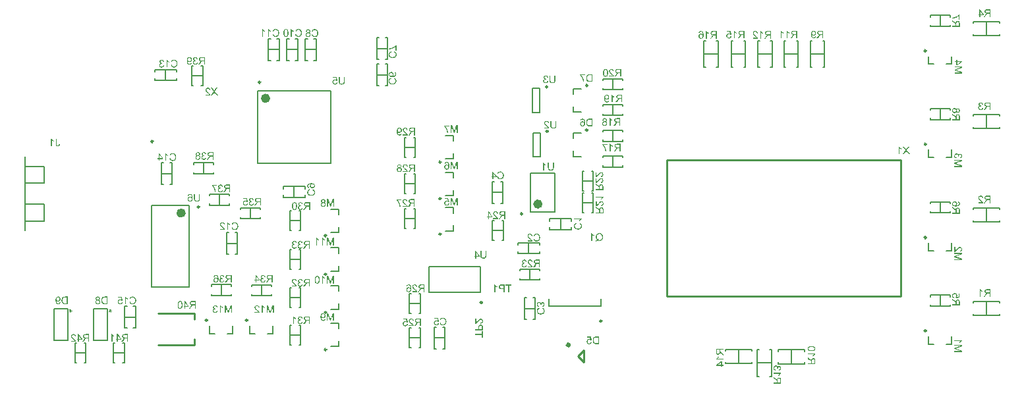
<source format=gbr>
%TF.GenerationSoftware,Altium Limited,Altium Designer,19.0.10 (269)*%
G04 Layer_Color=56026*
%FSLAX26Y26*%
%MOIN*%
%TF.FileFunction,Legend,Bot*%
%TF.Part,Single*%
G01*
G75*
%TA.AperFunction,NonConductor*%
%ADD45C,0.009842*%
%ADD46C,0.023622*%
%ADD47C,0.019685*%
%ADD48C,0.007874*%
%ADD49C,0.005906*%
%ADD50C,0.010000*%
G36*
X232230Y458958D02*
X231797Y457692D01*
X231364Y456527D01*
X231165Y455994D01*
X230932Y455461D01*
X230732Y454995D01*
X230565Y454562D01*
X230399Y454163D01*
X230232Y453796D01*
X230099Y453497D01*
X229966Y453230D01*
X229866Y453031D01*
X229799Y452897D01*
X229766Y452797D01*
X229733Y452764D01*
X230465Y452864D01*
X231131Y452931D01*
X231764Y453031D01*
X232397Y453097D01*
X232963Y453164D01*
X233496Y453197D01*
X233995Y453230D01*
X234428Y453297D01*
X234861D01*
X235194Y453330D01*
X235494Y453363D01*
X235760D01*
X235960Y453397D01*
X236093D01*
X236193D01*
X236226D01*
Y449601D01*
X235860D01*
X235427Y449634D01*
X234961D01*
X234461Y449667D01*
X233363Y449767D01*
X232297Y449867D01*
X231764Y449900D01*
X231298Y449934D01*
X230865Y450000D01*
X230465Y450034D01*
X230132Y450067D01*
X229899D01*
X229766Y450100D01*
X229700D01*
X229899Y449734D01*
X230099Y449301D01*
X230332Y448868D01*
X230532Y448368D01*
X230965Y447370D01*
X231364Y446404D01*
X231531Y445938D01*
X231697Y445505D01*
X231864Y445105D01*
X231997Y444739D01*
X232097Y444472D01*
X232164Y444273D01*
X232230Y444106D01*
Y444073D01*
X228534Y442874D01*
X228234Y444006D01*
X227968Y445138D01*
X227702Y446237D01*
X227602Y446737D01*
X227502Y447203D01*
X227402Y447636D01*
X227302Y448036D01*
X227235Y448402D01*
X227169Y448702D01*
X227135Y448935D01*
X227102Y449134D01*
X227069Y449234D01*
Y449268D01*
X226802Y449001D01*
X226503Y448702D01*
X226170Y448402D01*
X225770Y448036D01*
X224971Y447336D01*
X224138Y446604D01*
X223339Y445971D01*
X223006Y445671D01*
X222707Y445438D01*
X222473Y445238D01*
X222274Y445072D01*
X222140Y444972D01*
X222107Y444939D01*
X219909Y448002D01*
X220276Y448269D01*
X220708Y448568D01*
X221608Y449168D01*
X222540Y449734D01*
X223439Y450267D01*
X223839Y450500D01*
X224238Y450733D01*
X224605Y450933D01*
X224904Y451099D01*
X225137Y451232D01*
X225337Y451332D01*
X225470Y451399D01*
X225504Y451432D01*
X224871Y451798D01*
X224238Y452165D01*
X223672Y452531D01*
X223139Y452864D01*
X222640Y453164D01*
X222174Y453463D01*
X221774Y453730D01*
X221375Y453996D01*
X221042Y454229D01*
X220742Y454429D01*
X220509Y454596D01*
X220276Y454729D01*
X220109Y454829D01*
X220009Y454929D01*
X219943Y454995D01*
X219909D01*
X222107Y458159D01*
X222740Y457626D01*
X223339Y457126D01*
X223905Y456660D01*
X224371Y456227D01*
X224838Y455794D01*
X225237Y455428D01*
X225604Y455095D01*
X225937Y454795D01*
X226203Y454529D01*
X226436Y454296D01*
X226636Y454096D01*
X226802Y453930D01*
X226902Y453796D01*
X227002Y453697D01*
X227069Y453663D01*
Y453630D01*
X227235Y454829D01*
X227468Y455994D01*
X227702Y457126D01*
X227801Y457626D01*
X227935Y458125D01*
X228068Y458558D01*
X228168Y458958D01*
X228268Y459324D01*
X228368Y459624D01*
X228434Y459857D01*
X228501Y460057D01*
X228534Y460157D01*
Y460190D01*
X232230Y458958D01*
D02*
G37*
G36*
X433018D02*
X432585Y457692D01*
X432152Y456527D01*
X431952Y455994D01*
X431719Y455461D01*
X431519Y454995D01*
X431353Y454562D01*
X431186Y454163D01*
X431020Y453796D01*
X430887Y453497D01*
X430753Y453230D01*
X430653Y453031D01*
X430587Y452897D01*
X430553Y452797D01*
X430520Y452764D01*
X431253Y452864D01*
X431919Y452931D01*
X432551Y453031D01*
X433184Y453097D01*
X433750Y453164D01*
X434283Y453197D01*
X434783Y453230D01*
X435216Y453297D01*
X435648D01*
X435981Y453330D01*
X436281Y453363D01*
X436548D01*
X436747Y453397D01*
X436880D01*
X436980D01*
X437014D01*
Y449601D01*
X436647D01*
X436214Y449634D01*
X435748D01*
X435249Y449667D01*
X434150Y449767D01*
X433084Y449867D01*
X432551Y449900D01*
X432085Y449934D01*
X431652Y450000D01*
X431253Y450034D01*
X430920Y450067D01*
X430687D01*
X430553Y450100D01*
X430487D01*
X430687Y449734D01*
X430887Y449301D01*
X431120Y448868D01*
X431319Y448368D01*
X431752Y447370D01*
X432152Y446404D01*
X432318Y445938D01*
X432485Y445505D01*
X432651Y445105D01*
X432785Y444739D01*
X432885Y444472D01*
X432951Y444273D01*
X433018Y444106D01*
Y444073D01*
X429321Y442874D01*
X429022Y444006D01*
X428755Y445138D01*
X428489Y446237D01*
X428389Y446737D01*
X428289Y447203D01*
X428189Y447636D01*
X428089Y448036D01*
X428023Y448402D01*
X427956Y448702D01*
X427923Y448935D01*
X427889Y449134D01*
X427856Y449234D01*
Y449268D01*
X427590Y449001D01*
X427290Y448702D01*
X426957Y448402D01*
X426558Y448036D01*
X425758Y447336D01*
X424926Y446604D01*
X424127Y445971D01*
X423794Y445671D01*
X423494Y445438D01*
X423261Y445238D01*
X423061Y445072D01*
X422928Y444972D01*
X422894Y444939D01*
X420697Y448002D01*
X421063Y448269D01*
X421496Y448568D01*
X422395Y449168D01*
X423327Y449734D01*
X424226Y450267D01*
X424626Y450500D01*
X425026Y450733D01*
X425392Y450933D01*
X425692Y451099D01*
X425925Y451232D01*
X426125Y451332D01*
X426258Y451399D01*
X426291Y451432D01*
X425658Y451798D01*
X425026Y452165D01*
X424460Y452531D01*
X423927Y452864D01*
X423427Y453164D01*
X422961Y453463D01*
X422562Y453730D01*
X422162Y453996D01*
X421829Y454229D01*
X421529Y454429D01*
X421296Y454596D01*
X421063Y454729D01*
X420897Y454829D01*
X420797Y454929D01*
X420730Y454995D01*
X420697D01*
X422894Y458159D01*
X423527Y457626D01*
X424127Y457126D01*
X424693Y456660D01*
X425159Y456227D01*
X425625Y455794D01*
X426025Y455428D01*
X426391Y455095D01*
X426724Y454795D01*
X426990Y454529D01*
X427224Y454296D01*
X427423Y454096D01*
X427590Y453930D01*
X427690Y453796D01*
X427790Y453697D01*
X427856Y453663D01*
Y453630D01*
X428023Y454829D01*
X428256Y455994D01*
X428489Y457126D01*
X428589Y457626D01*
X428722Y458125D01*
X428855Y458558D01*
X428955Y458958D01*
X429055Y459324D01*
X429155Y459624D01*
X429221Y459857D01*
X429288Y460057D01*
X429321Y460157D01*
Y460190D01*
X433018Y458958D01*
D02*
G37*
G36*
X2967519Y1545280D02*
X2967818Y1544813D01*
X2968451Y1543881D01*
X2969150Y1543015D01*
X2969850Y1542216D01*
X2970183Y1541883D01*
X2970482Y1541550D01*
X2970749Y1541284D01*
X2970982Y1541051D01*
X2971215Y1540851D01*
X2971348Y1540718D01*
X2971448Y1540618D01*
X2971481Y1540584D01*
X2972613Y1539652D01*
X2973812Y1538786D01*
X2974978Y1538020D01*
X2975511Y1537654D01*
X2976043Y1537354D01*
X2976543Y1537055D01*
X2976976Y1536822D01*
X2977375Y1536588D01*
X2977708Y1536422D01*
X2977975Y1536289D01*
X2978208Y1536189D01*
X2978341Y1536122D01*
X2978374Y1536089D01*
Y1531527D01*
X2977542Y1531860D01*
X2976676Y1532259D01*
X2975844Y1532659D01*
X2975078Y1533059D01*
X2974745Y1533225D01*
X2974412Y1533425D01*
X2974145Y1533558D01*
X2973912Y1533691D01*
X2973712Y1533791D01*
X2973579Y1533891D01*
X2973479Y1533924D01*
X2973446Y1533958D01*
X2972447Y1534557D01*
X2971581Y1535157D01*
X2970815Y1535723D01*
X2970149Y1536189D01*
X2969883Y1536422D01*
X2969650Y1536622D01*
X2969450Y1536788D01*
X2969250Y1536955D01*
X2969117Y1537055D01*
X2969017Y1537155D01*
X2968984Y1537188D01*
X2968950Y1537221D01*
Y1507218D01*
X2964222D01*
Y1545746D01*
X2967285D01*
X2967519Y1545280D01*
D02*
G37*
G36*
X2941045Y1545713D02*
X2941944Y1545579D01*
X2942810Y1545413D01*
X2943609Y1545180D01*
X2944375Y1544913D01*
X2945074Y1544614D01*
X2945740Y1544314D01*
X2946340Y1543981D01*
X2946873Y1543648D01*
X2947339Y1543315D01*
X2947738Y1543015D01*
X2948071Y1542749D01*
X2948338Y1542516D01*
X2948538Y1542349D01*
X2948671Y1542216D01*
X2948704Y1542183D01*
X2949303Y1541484D01*
X2949836Y1540751D01*
X2950302Y1539985D01*
X2950702Y1539219D01*
X2951002Y1538420D01*
X2951302Y1537654D01*
X2951535Y1536888D01*
X2951701Y1536156D01*
X2951834Y1535456D01*
X2951968Y1534823D01*
X2952034Y1534257D01*
X2952067Y1533758D01*
X2952101Y1533358D01*
X2952134Y1533059D01*
Y1532859D01*
Y1532825D01*
Y1532792D01*
X2952101Y1531760D01*
X2952001Y1530761D01*
X2951834Y1529862D01*
X2951601Y1528996D01*
X2951368Y1528164D01*
X2951102Y1527431D01*
X2950802Y1526732D01*
X2950469Y1526099D01*
X2950169Y1525566D01*
X2949870Y1525067D01*
X2949603Y1524634D01*
X2949337Y1524301D01*
X2949137Y1524034D01*
X2948970Y1523834D01*
X2948871Y1523701D01*
X2948837Y1523668D01*
X2948205Y1523069D01*
X2947539Y1522536D01*
X2946873Y1522070D01*
X2946173Y1521670D01*
X2945507Y1521370D01*
X2944841Y1521071D01*
X2944175Y1520838D01*
X2943576Y1520671D01*
X2942977Y1520538D01*
X2942444Y1520405D01*
X2941977Y1520338D01*
X2941578Y1520305D01*
X2941245Y1520271D01*
X2940979Y1520238D01*
X2940779D01*
X2939746Y1520305D01*
X2938747Y1520471D01*
X2937882Y1520671D01*
X2937082Y1520937D01*
X2936749Y1521071D01*
X2936450Y1521204D01*
X2936150Y1521304D01*
X2935950Y1521404D01*
X2935750Y1521504D01*
X2935617Y1521570D01*
X2935551Y1521637D01*
X2935517D01*
X2934651Y1522203D01*
X2933852Y1522802D01*
X2933186Y1523402D01*
X2932653Y1523968D01*
X2932187Y1524501D01*
X2932021Y1524700D01*
X2931888Y1524900D01*
X2931754Y1525067D01*
X2931688Y1525167D01*
X2931621Y1525233D01*
Y1524867D01*
Y1524567D01*
Y1524401D01*
Y1524334D01*
X2931655Y1523235D01*
X2931721Y1522203D01*
X2931854Y1521237D01*
X2931921Y1520771D01*
X2931954Y1520371D01*
X2932021Y1519972D01*
X2932087Y1519639D01*
X2932154Y1519306D01*
X2932221Y1519073D01*
X2932254Y1518840D01*
X2932287Y1518706D01*
X2932320Y1518606D01*
Y1518573D01*
X2932587Y1517574D01*
X2932887Y1516675D01*
X2933186Y1515909D01*
X2933453Y1515276D01*
X2933586Y1514977D01*
X2933719Y1514744D01*
X2933819Y1514544D01*
X2933919Y1514377D01*
X2933985Y1514244D01*
X2934052Y1514144D01*
X2934085Y1514111D01*
Y1514078D01*
X2934485Y1513478D01*
X2934951Y1512945D01*
X2935384Y1512513D01*
X2935817Y1512113D01*
X2936183Y1511813D01*
X2936483Y1511613D01*
X2936683Y1511447D01*
X2936716Y1511414D01*
X2936749D01*
X2937382Y1511081D01*
X2938048Y1510848D01*
X2938681Y1510681D01*
X2939280Y1510581D01*
X2939813Y1510514D01*
X2940013Y1510481D01*
X2940213Y1510448D01*
X2940579D01*
X2941045Y1510481D01*
X2941478Y1510514D01*
X2942311Y1510681D01*
X2943010Y1510914D01*
X2943609Y1511180D01*
X2944075Y1511414D01*
X2944275Y1511547D01*
X2944442Y1511647D01*
X2944575Y1511747D01*
X2944675Y1511813D01*
X2944708Y1511880D01*
X2944741D01*
X2945041Y1512179D01*
X2945307Y1512479D01*
X2945740Y1513212D01*
X2946140Y1513978D01*
X2946406Y1514744D01*
X2946640Y1515443D01*
X2946739Y1515743D01*
X2946806Y1516009D01*
X2946839Y1516242D01*
X2946873Y1516409D01*
X2946906Y1516508D01*
Y1516542D01*
X2951435Y1516109D01*
X2951302Y1515276D01*
X2951135Y1514511D01*
X2950902Y1513778D01*
X2950669Y1513112D01*
X2950402Y1512479D01*
X2950103Y1511913D01*
X2949803Y1511380D01*
X2949537Y1510914D01*
X2949237Y1510481D01*
X2948970Y1510115D01*
X2948704Y1509815D01*
X2948504Y1509549D01*
X2948305Y1509349D01*
X2948171Y1509216D01*
X2948071Y1509116D01*
X2948038Y1509083D01*
X2947472Y1508650D01*
X2946906Y1508250D01*
X2946307Y1507917D01*
X2945674Y1507651D01*
X2945041Y1507384D01*
X2944442Y1507185D01*
X2943842Y1507018D01*
X2943276Y1506885D01*
X2942710Y1506785D01*
X2942244Y1506718D01*
X2941778Y1506652D01*
X2941411Y1506618D01*
X2941078D01*
X2940845Y1506585D01*
X2940646D01*
X2939880Y1506618D01*
X2939114Y1506685D01*
X2938381Y1506785D01*
X2937715Y1506951D01*
X2937049Y1507118D01*
X2936450Y1507318D01*
X2935884Y1507517D01*
X2935351Y1507717D01*
X2934885Y1507917D01*
X2934485Y1508150D01*
X2934119Y1508317D01*
X2933819Y1508483D01*
X2933586Y1508650D01*
X2933386Y1508750D01*
X2933286Y1508816D01*
X2933253Y1508850D01*
X2932687Y1509282D01*
X2932154Y1509782D01*
X2931621Y1510315D01*
X2931188Y1510848D01*
X2930755Y1511380D01*
X2930356Y1511946D01*
X2929990Y1512479D01*
X2929690Y1513012D01*
X2929390Y1513512D01*
X2929157Y1513978D01*
X2928957Y1514411D01*
X2928791Y1514777D01*
X2928657Y1515043D01*
X2928558Y1515276D01*
X2928524Y1515443D01*
X2928491Y1515476D01*
X2928225Y1516342D01*
X2927958Y1517241D01*
X2927758Y1518174D01*
X2927559Y1519139D01*
X2927292Y1521104D01*
X2927192Y1522070D01*
X2927092Y1522969D01*
X2927026Y1523834D01*
X2926959Y1524634D01*
X2926926Y1525366D01*
Y1525966D01*
X2926893Y1526498D01*
Y1526698D01*
Y1526865D01*
Y1526998D01*
Y1527131D01*
Y1527165D01*
Y1527198D01*
X2926926Y1528496D01*
X2926959Y1529695D01*
X2927026Y1530828D01*
X2927159Y1531860D01*
X2927259Y1532825D01*
X2927392Y1533725D01*
X2927559Y1534524D01*
X2927692Y1535256D01*
X2927858Y1535889D01*
X2927992Y1536422D01*
X2928158Y1536921D01*
X2928258Y1537288D01*
X2928358Y1537587D01*
X2928458Y1537821D01*
X2928491Y1537954D01*
X2928524Y1537987D01*
X2928824Y1538653D01*
X2929190Y1539319D01*
X2929557Y1539885D01*
X2929923Y1540451D01*
X2930323Y1540984D01*
X2930722Y1541450D01*
X2931122Y1541883D01*
X2931488Y1542249D01*
X2931854Y1542582D01*
X2932187Y1542882D01*
X2932487Y1543149D01*
X2932753Y1543348D01*
X2932953Y1543515D01*
X2933120Y1543615D01*
X2933220Y1543681D01*
X2933253Y1543715D01*
X2933852Y1544081D01*
X2934418Y1544381D01*
X2935018Y1544647D01*
X2935617Y1544880D01*
X2936217Y1545080D01*
X2936783Y1545246D01*
X2937316Y1545380D01*
X2937815Y1545479D01*
X2938314Y1545579D01*
X2938747Y1545646D01*
X2939114Y1545679D01*
X2939447Y1545713D01*
X2939713Y1545746D01*
X2940079D01*
X2941045Y1545713D01*
D02*
G37*
G36*
X3018701Y1507218D02*
X3013606D01*
Y1524267D01*
X3007046D01*
X3006480Y1524234D01*
X3005980Y1524201D01*
X3005581Y1524168D01*
X3005281Y1524134D01*
X3005081Y1524101D01*
X3004948Y1524068D01*
X3004914D01*
X3004482Y1523934D01*
X3004049Y1523768D01*
X3003682Y1523601D01*
X3003316Y1523435D01*
X3003050Y1523268D01*
X3002817Y1523168D01*
X3002650Y1523069D01*
X3002617Y1523035D01*
X3002184Y1522736D01*
X3001718Y1522336D01*
X3001285Y1521903D01*
X3000885Y1521504D01*
X3000519Y1521104D01*
X3000253Y1520771D01*
X3000153Y1520638D01*
X3000086Y1520538D01*
X3000019Y1520505D01*
Y1520471D01*
X2999753Y1520105D01*
X2999453Y1519705D01*
X2998854Y1518873D01*
X2998221Y1518007D01*
X2997655Y1517141D01*
X2997389Y1516775D01*
X2997122Y1516409D01*
X2996923Y1516076D01*
X2996723Y1515776D01*
X2996556Y1515543D01*
X2996456Y1515376D01*
X2996390Y1515243D01*
X2996356Y1515210D01*
X2991295Y1507218D01*
X2984934D01*
X2991595Y1517674D01*
X2992327Y1518773D01*
X2993093Y1519772D01*
X2993792Y1520638D01*
X2994125Y1521004D01*
X2994425Y1521370D01*
X2994725Y1521703D01*
X2994991Y1521970D01*
X2995224Y1522203D01*
X2995424Y1522403D01*
X2995557Y1522569D01*
X2995690Y1522669D01*
X2995757Y1522736D01*
X2995790Y1522769D01*
X2996223Y1523135D01*
X2996689Y1523468D01*
X2997222Y1523801D01*
X2997722Y1524101D01*
X2998155Y1524334D01*
X2998521Y1524534D01*
X2998654Y1524600D01*
X2998754Y1524667D01*
X2998821Y1524700D01*
X2998854D01*
X2997855Y1524867D01*
X2996923Y1525067D01*
X2996057Y1525300D01*
X2995258Y1525566D01*
X2994525Y1525832D01*
X2993826Y1526132D01*
X2993226Y1526432D01*
X2992693Y1526732D01*
X2992227Y1527031D01*
X2991828Y1527298D01*
X2991461Y1527564D01*
X2991195Y1527797D01*
X2990962Y1527964D01*
X2990829Y1528097D01*
X2990729Y1528197D01*
X2990695Y1528230D01*
X2990229Y1528763D01*
X2989830Y1529329D01*
X2989463Y1529928D01*
X2989164Y1530495D01*
X2988897Y1531094D01*
X2988664Y1531660D01*
X2988498Y1532226D01*
X2988364Y1532726D01*
X2988265Y1533225D01*
X2988165Y1533691D01*
X2988098Y1534091D01*
X2988065Y1534457D01*
X2988031Y1534724D01*
Y1534957D01*
Y1535090D01*
Y1535123D01*
X2988065Y1535723D01*
X2988098Y1536289D01*
X2988265Y1537354D01*
X2988531Y1538353D01*
X2988664Y1538786D01*
X2988831Y1539186D01*
X2988964Y1539552D01*
X2989130Y1539885D01*
X2989264Y1540185D01*
X2989363Y1540418D01*
X2989497Y1540618D01*
X2989563Y1540751D01*
X2989597Y1540851D01*
X2989630Y1540884D01*
X2989930Y1541350D01*
X2990262Y1541783D01*
X2990629Y1542216D01*
X2990962Y1542582D01*
X2991328Y1542915D01*
X2991694Y1543215D01*
X2992360Y1543715D01*
X2992960Y1544081D01*
X2993226Y1544214D01*
X2993459Y1544347D01*
X2993626Y1544447D01*
X2993759Y1544514D01*
X2993859Y1544547D01*
X2993892D01*
X2994425Y1544747D01*
X2994991Y1544913D01*
X2995590Y1545047D01*
X2996223Y1545180D01*
X2997522Y1545346D01*
X2998787Y1545479D01*
X2999387Y1545513D01*
X2999919Y1545546D01*
X3000419Y1545579D01*
X3000852Y1545613D01*
X3018701D01*
Y1507218D01*
D02*
G37*
G36*
X2964344Y1675962D02*
X2965276Y1675862D01*
X2966175Y1675729D01*
X2967008Y1675562D01*
X2967774Y1675329D01*
X2968506Y1675096D01*
X2969172Y1674830D01*
X2969738Y1674563D01*
X2970271Y1674297D01*
X2970737Y1674031D01*
X2971137Y1673797D01*
X2971470Y1673564D01*
X2971736Y1673398D01*
X2971903Y1673265D01*
X2972036Y1673165D01*
X2972069Y1673131D01*
X2972635Y1672565D01*
X2973168Y1671966D01*
X2973601Y1671333D01*
X2974001Y1670634D01*
X2974367Y1669968D01*
X2974667Y1669269D01*
X2974900Y1668603D01*
X2975133Y1667937D01*
X2975299Y1667304D01*
X2975433Y1666738D01*
X2975566Y1666205D01*
X2975632Y1665772D01*
X2975699Y1665406D01*
X2975732Y1665106D01*
X2975766Y1664940D01*
Y1664873D01*
X2970904Y1664373D01*
X2970870Y1665040D01*
X2970804Y1665639D01*
X2970704Y1666238D01*
X2970571Y1666771D01*
X2970438Y1667271D01*
X2970271Y1667737D01*
X2970071Y1668170D01*
X2969872Y1668569D01*
X2969705Y1668902D01*
X2969505Y1669202D01*
X2969339Y1669435D01*
X2969172Y1669668D01*
X2969072Y1669835D01*
X2968972Y1669935D01*
X2968906Y1670001D01*
X2968872Y1670034D01*
X2968473Y1670401D01*
X2968040Y1670700D01*
X2967607Y1671000D01*
X2967174Y1671233D01*
X2966708Y1671433D01*
X2966275Y1671600D01*
X2965409Y1671833D01*
X2965010Y1671933D01*
X2964610Y1671999D01*
X2964277Y1672033D01*
X2964011Y1672066D01*
X2963778Y1672099D01*
X2963445D01*
X2962845Y1672066D01*
X2962279Y1672033D01*
X2961746Y1671933D01*
X2961280Y1671799D01*
X2960814Y1671666D01*
X2960381Y1671500D01*
X2959981Y1671300D01*
X2959615Y1671133D01*
X2959282Y1670967D01*
X2959016Y1670767D01*
X2958783Y1670601D01*
X2958583Y1670467D01*
X2958416Y1670334D01*
X2958316Y1670268D01*
X2958250Y1670201D01*
X2958216Y1670168D01*
X2957850Y1669801D01*
X2957550Y1669402D01*
X2957284Y1669002D01*
X2957051Y1668603D01*
X2956851Y1668203D01*
X2956718Y1667837D01*
X2956452Y1667071D01*
X2956385Y1666738D01*
X2956318Y1666438D01*
X2956285Y1666138D01*
X2956252Y1665905D01*
X2956218Y1665706D01*
Y1665572D01*
Y1665472D01*
Y1665439D01*
X2956252Y1664940D01*
X2956318Y1664440D01*
X2956418Y1663941D01*
X2956552Y1663441D01*
X2956918Y1662475D01*
X2957317Y1661610D01*
X2957517Y1661210D01*
X2957717Y1660877D01*
X2957917Y1660544D01*
X2958083Y1660278D01*
X2958216Y1660078D01*
X2958316Y1659911D01*
X2958383Y1659811D01*
X2958416Y1659778D01*
X2958883Y1659179D01*
X2959415Y1658579D01*
X2960015Y1657913D01*
X2960647Y1657247D01*
X2961347Y1656548D01*
X2962046Y1655882D01*
X2962779Y1655216D01*
X2963478Y1654583D01*
X2964144Y1653984D01*
X2964777Y1653418D01*
X2965343Y1652918D01*
X2965876Y1652485D01*
X2966275Y1652119D01*
X2966608Y1651853D01*
X2966808Y1651686D01*
X2966841Y1651620D01*
X2966874D01*
X2967607Y1651020D01*
X2968306Y1650421D01*
X2968939Y1649855D01*
X2969539Y1649322D01*
X2970071Y1648822D01*
X2970604Y1648323D01*
X2971037Y1647890D01*
X2971470Y1647490D01*
X2971836Y1647124D01*
X2972136Y1646791D01*
X2972402Y1646491D01*
X2972635Y1646258D01*
X2972802Y1646092D01*
X2972935Y1645925D01*
X2973002Y1645859D01*
X2973035Y1645825D01*
X2973768Y1644893D01*
X2974400Y1643961D01*
X2974966Y1643128D01*
X2975366Y1642329D01*
X2975566Y1641996D01*
X2975699Y1641696D01*
X2975832Y1641397D01*
X2975932Y1641163D01*
X2976032Y1640997D01*
X2976099Y1640864D01*
X2976132Y1640764D01*
Y1640730D01*
X2976332Y1640131D01*
X2976465Y1639565D01*
X2976565Y1638999D01*
X2976631Y1638499D01*
X2976665Y1638100D01*
Y1637767D01*
Y1637634D01*
Y1637534D01*
Y1637500D01*
Y1637467D01*
X2951290D01*
Y1641996D01*
X2970105D01*
X2969805Y1642462D01*
X2969472Y1642928D01*
X2969139Y1643361D01*
X2968839Y1643727D01*
X2968573Y1644061D01*
X2968340Y1644327D01*
X2968206Y1644460D01*
X2968140Y1644527D01*
X2967874Y1644793D01*
X2967574Y1645093D01*
X2967174Y1645459D01*
X2966775Y1645825D01*
X2965876Y1646625D01*
X2964943Y1647424D01*
X2964510Y1647790D01*
X2964077Y1648156D01*
X2963711Y1648489D01*
X2963378Y1648789D01*
X2963078Y1649022D01*
X2962878Y1649189D01*
X2962712Y1649322D01*
X2962679Y1649355D01*
X2961746Y1650154D01*
X2960914Y1650887D01*
X2960115Y1651586D01*
X2959415Y1652219D01*
X2958749Y1652818D01*
X2958183Y1653384D01*
X2957650Y1653884D01*
X2957151Y1654350D01*
X2956751Y1654750D01*
X2956418Y1655116D01*
X2956119Y1655416D01*
X2955852Y1655649D01*
X2955686Y1655849D01*
X2955552Y1656015D01*
X2955486Y1656082D01*
X2955453Y1656115D01*
X2954687Y1657014D01*
X2954021Y1657880D01*
X2953488Y1658679D01*
X2953055Y1659379D01*
X2952889Y1659678D01*
X2952722Y1659945D01*
X2952589Y1660178D01*
X2952489Y1660411D01*
X2952422Y1660544D01*
X2952356Y1660677D01*
X2952322Y1660744D01*
Y1660777D01*
X2951989Y1661610D01*
X2951756Y1662442D01*
X2951590Y1663208D01*
X2951490Y1663907D01*
X2951390Y1664473D01*
Y1664740D01*
X2951357Y1664940D01*
Y1665106D01*
Y1665239D01*
Y1665306D01*
Y1665339D01*
X2951390Y1666172D01*
X2951490Y1666971D01*
X2951656Y1667737D01*
X2951856Y1668436D01*
X2952089Y1669102D01*
X2952389Y1669735D01*
X2952655Y1670301D01*
X2952955Y1670834D01*
X2953288Y1671300D01*
X2953555Y1671733D01*
X2953821Y1672099D01*
X2954087Y1672399D01*
X2954287Y1672632D01*
X2954454Y1672798D01*
X2954553Y1672898D01*
X2954587Y1672932D01*
X2955220Y1673464D01*
X2955885Y1673931D01*
X2956585Y1674363D01*
X2957317Y1674697D01*
X2958050Y1674996D01*
X2958783Y1675263D01*
X2959482Y1675462D01*
X2960181Y1675629D01*
X2960814Y1675729D01*
X2961413Y1675829D01*
X2961979Y1675895D01*
X2962446Y1675962D01*
X2962812D01*
X2963112Y1675995D01*
X2963345D01*
X2964344Y1675962D01*
D02*
G37*
G36*
X3012795Y1637467D02*
X3007700D01*
Y1654517D01*
X3001140D01*
X3000574Y1654483D01*
X3000075Y1654450D01*
X2999675Y1654417D01*
X2999375Y1654383D01*
X2999175Y1654350D01*
X2999042Y1654317D01*
X2999009D01*
X2998576Y1654184D01*
X2998143Y1654017D01*
X2997777Y1653851D01*
X2997411Y1653684D01*
X2997144Y1653518D01*
X2996911Y1653418D01*
X2996745Y1653318D01*
X2996711Y1653285D01*
X2996278Y1652985D01*
X2995812Y1652585D01*
X2995379Y1652152D01*
X2994980Y1651753D01*
X2994613Y1651353D01*
X2994347Y1651020D01*
X2994247Y1650887D01*
X2994180Y1650787D01*
X2994114Y1650754D01*
Y1650720D01*
X2993847Y1650354D01*
X2993548Y1649955D01*
X2992948Y1649122D01*
X2992316Y1648256D01*
X2991750Y1647390D01*
X2991483Y1647024D01*
X2991217Y1646658D01*
X2991017Y1646325D01*
X2990817Y1646025D01*
X2990651Y1645792D01*
X2990551Y1645626D01*
X2990484Y1645492D01*
X2990451Y1645459D01*
X2985389Y1637467D01*
X2979029D01*
X2985689Y1647923D01*
X2986422Y1649022D01*
X2987188Y1650021D01*
X2987887Y1650887D01*
X2988220Y1651253D01*
X2988519Y1651620D01*
X2988819Y1651953D01*
X2989086Y1652219D01*
X2989319Y1652452D01*
X2989519Y1652652D01*
X2989652Y1652818D01*
X2989785Y1652918D01*
X2989852Y1652985D01*
X2989885Y1653018D01*
X2990318Y1653384D01*
X2990784Y1653717D01*
X2991317Y1654051D01*
X2991816Y1654350D01*
X2992249Y1654583D01*
X2992615Y1654783D01*
X2992749Y1654850D01*
X2992849Y1654916D01*
X2992915Y1654950D01*
X2992948D01*
X2991949Y1655116D01*
X2991017Y1655316D01*
X2990151Y1655549D01*
X2989352Y1655815D01*
X2988619Y1656082D01*
X2987920Y1656381D01*
X2987321Y1656681D01*
X2986788Y1656981D01*
X2986322Y1657281D01*
X2985922Y1657547D01*
X2985556Y1657813D01*
X2985289Y1658046D01*
X2985056Y1658213D01*
X2984923Y1658346D01*
X2984823Y1658446D01*
X2984790Y1658479D01*
X2984324Y1659012D01*
X2983924Y1659578D01*
X2983558Y1660178D01*
X2983258Y1660744D01*
X2982992Y1661343D01*
X2982759Y1661909D01*
X2982592Y1662475D01*
X2982459Y1662975D01*
X2982359Y1663474D01*
X2982259Y1663941D01*
X2982193Y1664340D01*
X2982159Y1664707D01*
X2982126Y1664973D01*
Y1665206D01*
Y1665339D01*
Y1665372D01*
X2982159Y1665972D01*
X2982193Y1666538D01*
X2982359Y1667604D01*
X2982625Y1668603D01*
X2982759Y1669035D01*
X2982925Y1669435D01*
X2983058Y1669801D01*
X2983225Y1670134D01*
X2983358Y1670434D01*
X2983458Y1670667D01*
X2983591Y1670867D01*
X2983658Y1671000D01*
X2983691Y1671100D01*
X2983724Y1671133D01*
X2984024Y1671600D01*
X2984357Y1672033D01*
X2984723Y1672465D01*
X2985056Y1672832D01*
X2985423Y1673165D01*
X2985789Y1673464D01*
X2986455Y1673964D01*
X2987054Y1674330D01*
X2987321Y1674463D01*
X2987554Y1674597D01*
X2987720Y1674697D01*
X2987854Y1674763D01*
X2987953Y1674796D01*
X2987987D01*
X2988519Y1674996D01*
X2989086Y1675163D01*
X2989685Y1675296D01*
X2990318Y1675429D01*
X2991616Y1675596D01*
X2992882Y1675729D01*
X2993481Y1675762D01*
X2994014Y1675795D01*
X2994514Y1675829D01*
X2994946Y1675862D01*
X3012795D01*
Y1637467D01*
D02*
G37*
G36*
X2934474Y1675962D02*
X2935206Y1675895D01*
X2935905Y1675795D01*
X2936572Y1675629D01*
X2937171Y1675462D01*
X2937737Y1675296D01*
X2938270Y1675063D01*
X2938769Y1674863D01*
X2939202Y1674663D01*
X2939568Y1674463D01*
X2939901Y1674264D01*
X2940168Y1674097D01*
X2940368Y1673931D01*
X2940534Y1673831D01*
X2940634Y1673764D01*
X2940667Y1673731D01*
X2941167Y1673298D01*
X2941633Y1672832D01*
X2942499Y1671799D01*
X2943198Y1670734D01*
X2943798Y1669701D01*
X2944031Y1669202D01*
X2944231Y1668769D01*
X2944430Y1668370D01*
X2944564Y1668036D01*
X2944697Y1667737D01*
X2944763Y1667537D01*
X2944797Y1667370D01*
X2944830Y1667337D01*
X2945063Y1666538D01*
X2945296Y1665672D01*
X2945463Y1664773D01*
X2945629Y1663874D01*
X2945896Y1662043D01*
X2945962Y1661143D01*
X2946062Y1660311D01*
X2946095Y1659478D01*
X2946162Y1658746D01*
X2946195Y1658080D01*
Y1657514D01*
X2946229Y1657047D01*
Y1656681D01*
Y1656548D01*
Y1656448D01*
Y1656415D01*
Y1656381D01*
Y1655382D01*
X2946195Y1654417D01*
X2946129Y1653518D01*
X2946062Y1652619D01*
X2945962Y1651753D01*
X2945862Y1650920D01*
X2945762Y1650154D01*
X2945629Y1649389D01*
X2945363Y1647990D01*
X2945030Y1646691D01*
X2944697Y1645559D01*
X2944330Y1644527D01*
X2943964Y1643628D01*
X2943631Y1642862D01*
X2943298Y1642229D01*
X2943032Y1641696D01*
X2942765Y1641297D01*
X2942599Y1640997D01*
X2942466Y1640830D01*
X2942432Y1640764D01*
X2941800Y1640064D01*
X2941134Y1639465D01*
X2940468Y1638932D01*
X2939735Y1638499D01*
X2939002Y1638100D01*
X2938270Y1637800D01*
X2937570Y1637534D01*
X2936871Y1637334D01*
X2936238Y1637167D01*
X2935639Y1637034D01*
X2935106Y1636968D01*
X2934640Y1636901D01*
X2934240Y1636868D01*
X2933941Y1636834D01*
X2933708D01*
X2932942Y1636868D01*
X2932209Y1636934D01*
X2931510Y1637034D01*
X2930844Y1637201D01*
X2930244Y1637367D01*
X2929645Y1637534D01*
X2929146Y1637734D01*
X2928646Y1637967D01*
X2928213Y1638166D01*
X2927847Y1638366D01*
X2927514Y1638533D01*
X2927247Y1638733D01*
X2927014Y1638866D01*
X2926881Y1638966D01*
X2926781Y1639032D01*
X2926748Y1639065D01*
X2926249Y1639498D01*
X2925782Y1639998D01*
X2924916Y1641030D01*
X2924217Y1642096D01*
X2923618Y1643128D01*
X2923385Y1643594D01*
X2923185Y1644027D01*
X2922985Y1644427D01*
X2922852Y1644793D01*
X2922719Y1645060D01*
X2922652Y1645293D01*
X2922586Y1645426D01*
Y1645459D01*
X2922352Y1646258D01*
X2922119Y1647124D01*
X2921919Y1648023D01*
X2921786Y1648922D01*
X2921520Y1650754D01*
X2921420Y1651620D01*
X2921353Y1652485D01*
X2921287Y1653285D01*
X2921253Y1654017D01*
X2921220Y1654683D01*
Y1655249D01*
X2921187Y1655716D01*
Y1656082D01*
Y1656215D01*
Y1656315D01*
Y1656348D01*
Y1656381D01*
Y1657414D01*
X2921220Y1658413D01*
X2921253Y1659345D01*
X2921320Y1660211D01*
X2921387Y1661010D01*
X2921453Y1661743D01*
X2921553Y1662442D01*
X2921620Y1663042D01*
X2921686Y1663608D01*
X2921786Y1664074D01*
X2921853Y1664473D01*
X2921919Y1664840D01*
X2921986Y1665106D01*
X2922019Y1665273D01*
X2922053Y1665406D01*
Y1665439D01*
X2922419Y1666638D01*
X2922785Y1667737D01*
X2922985Y1668236D01*
X2923185Y1668736D01*
X2923385Y1669169D01*
X2923584Y1669535D01*
X2923751Y1669901D01*
X2923918Y1670234D01*
X2924084Y1670501D01*
X2924184Y1670734D01*
X2924317Y1670900D01*
X2924384Y1671034D01*
X2924417Y1671100D01*
X2924450Y1671133D01*
X2925050Y1671966D01*
X2925682Y1672698D01*
X2926315Y1673298D01*
X2926948Y1673831D01*
X2927481Y1674230D01*
X2927714Y1674363D01*
X2927914Y1674497D01*
X2928080Y1674597D01*
X2928213Y1674663D01*
X2928280Y1674730D01*
X2928313D01*
X2929212Y1675163D01*
X2930145Y1675462D01*
X2931044Y1675696D01*
X2931876Y1675829D01*
X2932276Y1675895D01*
X2932609Y1675929D01*
X2932909Y1675962D01*
X2933175D01*
X2933408Y1675995D01*
X2933708D01*
X2934474Y1675962D01*
D02*
G37*
G36*
X2958416Y1296660D02*
X2958716Y1296194D01*
X2959349Y1295262D01*
X2960048Y1294396D01*
X2960747Y1293597D01*
X2961080Y1293264D01*
X2961380Y1292931D01*
X2961646Y1292664D01*
X2961880Y1292431D01*
X2962113Y1292231D01*
X2962246Y1292098D01*
X2962346Y1291998D01*
X2962379Y1291965D01*
X2963511Y1291033D01*
X2964710Y1290167D01*
X2965876Y1289401D01*
X2966408Y1289035D01*
X2966941Y1288735D01*
X2967441Y1288435D01*
X2967874Y1288202D01*
X2968273Y1287969D01*
X2968606Y1287803D01*
X2968872Y1287669D01*
X2969106Y1287569D01*
X2969239Y1287503D01*
X2969272Y1287469D01*
Y1282907D01*
X2968440Y1283240D01*
X2967574Y1283640D01*
X2966741Y1284040D01*
X2965975Y1284439D01*
X2965642Y1284606D01*
X2965309Y1284805D01*
X2965043Y1284939D01*
X2964810Y1285072D01*
X2964610Y1285172D01*
X2964477Y1285272D01*
X2964377Y1285305D01*
X2964344Y1285338D01*
X2963345Y1285938D01*
X2962479Y1286537D01*
X2961713Y1287103D01*
X2961047Y1287569D01*
X2960781Y1287803D01*
X2960548Y1288002D01*
X2960348Y1288169D01*
X2960148Y1288335D01*
X2960015Y1288435D01*
X2959915Y1288535D01*
X2959881Y1288568D01*
X2959848Y1288602D01*
Y1258598D01*
X2955120D01*
Y1297127D01*
X2958183D01*
X2958416Y1296660D01*
D02*
G37*
G36*
X3009598Y1258598D02*
X3004503D01*
Y1275648D01*
X2997943D01*
X2997377Y1275615D01*
X2996878Y1275581D01*
X2996478Y1275548D01*
X2996178Y1275515D01*
X2995979Y1275482D01*
X2995845Y1275448D01*
X2995812D01*
X2995379Y1275315D01*
X2994946Y1275149D01*
X2994580Y1274982D01*
X2994214Y1274815D01*
X2993947Y1274649D01*
X2993714Y1274549D01*
X2993548Y1274449D01*
X2993515Y1274416D01*
X2993082Y1274116D01*
X2992615Y1273717D01*
X2992182Y1273284D01*
X2991783Y1272884D01*
X2991417Y1272485D01*
X2991150Y1272151D01*
X2991050Y1272018D01*
X2990984Y1271918D01*
X2990917Y1271885D01*
Y1271852D01*
X2990651Y1271486D01*
X2990351Y1271086D01*
X2989752Y1270253D01*
X2989119Y1269388D01*
X2988553Y1268522D01*
X2988286Y1268156D01*
X2988020Y1267789D01*
X2987820Y1267456D01*
X2987620Y1267157D01*
X2987454Y1266923D01*
X2987354Y1266757D01*
X2987287Y1266624D01*
X2987254Y1266590D01*
X2982193Y1258598D01*
X2975832D01*
X2982492Y1269055D01*
X2983225Y1270153D01*
X2983991Y1271152D01*
X2984690Y1272018D01*
X2985023Y1272385D01*
X2985323Y1272751D01*
X2985622Y1273084D01*
X2985889Y1273350D01*
X2986122Y1273583D01*
X2986322Y1273783D01*
X2986455Y1273950D01*
X2986588Y1274050D01*
X2986655Y1274116D01*
X2986688Y1274149D01*
X2987121Y1274516D01*
X2987587Y1274849D01*
X2988120Y1275182D01*
X2988619Y1275482D01*
X2989052Y1275715D01*
X2989419Y1275914D01*
X2989552Y1275981D01*
X2989652Y1276048D01*
X2989718Y1276081D01*
X2989752D01*
X2988753Y1276247D01*
X2987820Y1276447D01*
X2986954Y1276680D01*
X2986155Y1276947D01*
X2985423Y1277213D01*
X2984723Y1277513D01*
X2984124Y1277812D01*
X2983591Y1278112D01*
X2983125Y1278412D01*
X2982725Y1278678D01*
X2982359Y1278945D01*
X2982093Y1279178D01*
X2981860Y1279344D01*
X2981726Y1279477D01*
X2981626Y1279577D01*
X2981593Y1279611D01*
X2981127Y1280143D01*
X2980727Y1280710D01*
X2980361Y1281309D01*
X2980061Y1281875D01*
X2979795Y1282475D01*
X2979562Y1283041D01*
X2979395Y1283607D01*
X2979262Y1284106D01*
X2979162Y1284606D01*
X2979062Y1285072D01*
X2978996Y1285472D01*
X2978962Y1285838D01*
X2978929Y1286104D01*
Y1286337D01*
Y1286470D01*
Y1286504D01*
X2978962Y1287103D01*
X2978996Y1287669D01*
X2979162Y1288735D01*
X2979429Y1289734D01*
X2979562Y1290167D01*
X2979728Y1290566D01*
X2979861Y1290933D01*
X2980028Y1291266D01*
X2980161Y1291565D01*
X2980261Y1291799D01*
X2980394Y1291998D01*
X2980461Y1292131D01*
X2980494Y1292231D01*
X2980528Y1292265D01*
X2980827Y1292731D01*
X2981160Y1293164D01*
X2981526Y1293597D01*
X2981860Y1293963D01*
X2982226Y1294296D01*
X2982592Y1294596D01*
X2983258Y1295095D01*
X2983858Y1295461D01*
X2984124Y1295595D01*
X2984357Y1295728D01*
X2984523Y1295828D01*
X2984657Y1295894D01*
X2984757Y1295928D01*
X2984790D01*
X2985323Y1296128D01*
X2985889Y1296294D01*
X2986488Y1296427D01*
X2987121Y1296560D01*
X2988420Y1296727D01*
X2989685Y1296860D01*
X2990284Y1296893D01*
X2990817Y1296927D01*
X2991317Y1296960D01*
X2991750Y1296993D01*
X3009598D01*
Y1258598D01*
D02*
G37*
G36*
X2942732Y1291965D02*
X2923918D01*
X2924584Y1291166D01*
X2925249Y1290367D01*
X2926482Y1288668D01*
X2927081Y1287803D01*
X2927647Y1286970D01*
X2928180Y1286171D01*
X2928646Y1285405D01*
X2929112Y1284672D01*
X2929512Y1284006D01*
X2929845Y1283407D01*
X2930145Y1282907D01*
X2930378Y1282475D01*
X2930577Y1282175D01*
X2930677Y1281975D01*
X2930711Y1281942D01*
Y1281908D01*
X2931277Y1280776D01*
X2931843Y1279677D01*
X2932342Y1278545D01*
X2932809Y1277446D01*
X2933275Y1276381D01*
X2933674Y1275382D01*
X2934041Y1274383D01*
X2934340Y1273484D01*
X2934640Y1272651D01*
X2934907Y1271885D01*
X2935106Y1271186D01*
X2935273Y1270620D01*
X2935439Y1270153D01*
X2935539Y1269821D01*
X2935573Y1269687D01*
Y1269587D01*
X2935606Y1269554D01*
Y1269521D01*
X2935905Y1268355D01*
X2936172Y1267223D01*
X2936405Y1266124D01*
X2936605Y1265125D01*
X2936771Y1264159D01*
X2936905Y1263260D01*
X2937038Y1262428D01*
X2937138Y1261662D01*
X2937204Y1260963D01*
X2937271Y1260363D01*
X2937304Y1259831D01*
X2937337Y1259398D01*
Y1259065D01*
X2937371Y1258798D01*
Y1258665D01*
Y1258598D01*
X2932509D01*
X2932309Y1260696D01*
X2932209Y1261695D01*
X2932076Y1262661D01*
X2931943Y1263593D01*
X2931776Y1264459D01*
X2931610Y1265258D01*
X2931477Y1266024D01*
X2931310Y1266690D01*
X2931177Y1267290D01*
X2931044Y1267822D01*
X2930944Y1268289D01*
X2930844Y1268655D01*
X2930777Y1268921D01*
X2930711Y1269055D01*
Y1269121D01*
X2930311Y1270387D01*
X2929912Y1271652D01*
X2929479Y1272884D01*
X2929012Y1274083D01*
X2928546Y1275248D01*
X2928080Y1276347D01*
X2927647Y1277380D01*
X2927181Y1278345D01*
X2926781Y1279244D01*
X2926382Y1280044D01*
X2926049Y1280743D01*
X2925749Y1281342D01*
X2925483Y1281809D01*
X2925383Y1282008D01*
X2925316Y1282141D01*
X2925249Y1282275D01*
X2925183Y1282375D01*
X2925150Y1282408D01*
Y1282441D01*
X2924484Y1283607D01*
X2923818Y1284739D01*
X2923152Y1285804D01*
X2922486Y1286770D01*
X2921853Y1287703D01*
X2921253Y1288568D01*
X2920687Y1289334D01*
X2920155Y1290034D01*
X2919655Y1290666D01*
X2919222Y1291232D01*
X2918823Y1291699D01*
X2918490Y1292098D01*
X2918223Y1292398D01*
X2918023Y1292631D01*
X2917890Y1292764D01*
X2917857Y1292797D01*
Y1296494D01*
X2942732D01*
Y1291965D01*
D02*
G37*
G36*
X2957416Y1426660D02*
X2957716Y1426194D01*
X2958349Y1425262D01*
X2959048Y1424396D01*
X2959747Y1423597D01*
X2960080Y1423264D01*
X2960380Y1422931D01*
X2960646Y1422664D01*
X2960880Y1422431D01*
X2961113Y1422231D01*
X2961246Y1422098D01*
X2961346Y1421998D01*
X2961379Y1421965D01*
X2962511Y1421033D01*
X2963710Y1420167D01*
X2964876Y1419401D01*
X2965408Y1419035D01*
X2965941Y1418735D01*
X2966441Y1418435D01*
X2966874Y1418202D01*
X2967273Y1417969D01*
X2967606Y1417803D01*
X2967872Y1417669D01*
X2968106Y1417569D01*
X2968239Y1417503D01*
X2968272Y1417469D01*
Y1412907D01*
X2967440Y1413240D01*
X2966574Y1413640D01*
X2965741Y1414040D01*
X2964975Y1414439D01*
X2964642Y1414606D01*
X2964309Y1414805D01*
X2964043Y1414939D01*
X2963810Y1415072D01*
X2963610Y1415172D01*
X2963477Y1415272D01*
X2963377Y1415305D01*
X2963344Y1415338D01*
X2962345Y1415938D01*
X2961479Y1416537D01*
X2960713Y1417103D01*
X2960047Y1417569D01*
X2959781Y1417803D01*
X2959548Y1418002D01*
X2959348Y1418169D01*
X2959148Y1418335D01*
X2959015Y1418435D01*
X2958915Y1418535D01*
X2958881Y1418568D01*
X2958848Y1418602D01*
Y1388598D01*
X2954120D01*
Y1427127D01*
X2957183D01*
X2957416Y1426660D01*
D02*
G37*
G36*
X3008598Y1388598D02*
X3003503D01*
Y1405648D01*
X2996943D01*
X2996377Y1405615D01*
X2995878Y1405581D01*
X2995478Y1405548D01*
X2995178Y1405515D01*
X2994979Y1405482D01*
X2994845Y1405448D01*
X2994812D01*
X2994379Y1405315D01*
X2993946Y1405149D01*
X2993580Y1404982D01*
X2993214Y1404815D01*
X2992947Y1404649D01*
X2992714Y1404549D01*
X2992548Y1404449D01*
X2992515Y1404416D01*
X2992082Y1404116D01*
X2991615Y1403717D01*
X2991182Y1403284D01*
X2990783Y1402884D01*
X2990417Y1402485D01*
X2990150Y1402151D01*
X2990050Y1402018D01*
X2989984Y1401918D01*
X2989917Y1401885D01*
Y1401852D01*
X2989651Y1401486D01*
X2989351Y1401086D01*
X2988752Y1400253D01*
X2988119Y1399388D01*
X2987553Y1398522D01*
X2987286Y1398156D01*
X2987020Y1397789D01*
X2986820Y1397456D01*
X2986620Y1397157D01*
X2986454Y1396923D01*
X2986354Y1396757D01*
X2986287Y1396624D01*
X2986254Y1396590D01*
X2981193Y1388598D01*
X2974832D01*
X2981492Y1399055D01*
X2982225Y1400153D01*
X2982991Y1401152D01*
X2983690Y1402018D01*
X2984023Y1402385D01*
X2984323Y1402751D01*
X2984622Y1403084D01*
X2984889Y1403350D01*
X2985122Y1403583D01*
X2985322Y1403783D01*
X2985455Y1403950D01*
X2985588Y1404050D01*
X2985655Y1404116D01*
X2985688Y1404149D01*
X2986121Y1404516D01*
X2986587Y1404849D01*
X2987120Y1405182D01*
X2987619Y1405482D01*
X2988052Y1405715D01*
X2988419Y1405914D01*
X2988552Y1405981D01*
X2988652Y1406048D01*
X2988718Y1406081D01*
X2988752D01*
X2987753Y1406247D01*
X2986820Y1406447D01*
X2985954Y1406680D01*
X2985155Y1406947D01*
X2984423Y1407213D01*
X2983723Y1407513D01*
X2983124Y1407812D01*
X2982591Y1408112D01*
X2982125Y1408412D01*
X2981725Y1408678D01*
X2981359Y1408945D01*
X2981093Y1409178D01*
X2980860Y1409344D01*
X2980726Y1409477D01*
X2980626Y1409577D01*
X2980593Y1409611D01*
X2980127Y1410143D01*
X2979727Y1410710D01*
X2979361Y1411309D01*
X2979061Y1411875D01*
X2978795Y1412475D01*
X2978562Y1413041D01*
X2978395Y1413607D01*
X2978262Y1414106D01*
X2978162Y1414606D01*
X2978062Y1415072D01*
X2977996Y1415472D01*
X2977962Y1415838D01*
X2977929Y1416104D01*
Y1416337D01*
Y1416470D01*
Y1416504D01*
X2977962Y1417103D01*
X2977996Y1417669D01*
X2978162Y1418735D01*
X2978429Y1419734D01*
X2978562Y1420167D01*
X2978728Y1420566D01*
X2978861Y1420933D01*
X2979028Y1421266D01*
X2979161Y1421565D01*
X2979261Y1421799D01*
X2979394Y1421998D01*
X2979461Y1422131D01*
X2979494Y1422231D01*
X2979528Y1422265D01*
X2979827Y1422731D01*
X2980160Y1423164D01*
X2980526Y1423597D01*
X2980860Y1423963D01*
X2981226Y1424296D01*
X2981592Y1424596D01*
X2982258Y1425095D01*
X2982858Y1425461D01*
X2983124Y1425595D01*
X2983357Y1425728D01*
X2983523Y1425828D01*
X2983657Y1425894D01*
X2983757Y1425928D01*
X2983790D01*
X2984323Y1426128D01*
X2984889Y1426294D01*
X2985488Y1426427D01*
X2986121Y1426560D01*
X2987420Y1426727D01*
X2988685Y1426860D01*
X2989284Y1426893D01*
X2989817Y1426927D01*
X2990317Y1426960D01*
X2990750Y1426993D01*
X3008598D01*
Y1388598D01*
D02*
G37*
G36*
X2930443Y1427093D02*
X2931309Y1426993D01*
X2932142Y1426860D01*
X2932907Y1426694D01*
X2933607Y1426460D01*
X2934273Y1426227D01*
X2934872Y1425961D01*
X2935438Y1425695D01*
X2935905Y1425428D01*
X2936337Y1425162D01*
X2936704Y1424929D01*
X2937003Y1424696D01*
X2937270Y1424529D01*
X2937436Y1424396D01*
X2937536Y1424296D01*
X2937570Y1424263D01*
X2938102Y1423697D01*
X2938568Y1423130D01*
X2938968Y1422564D01*
X2939301Y1421965D01*
X2939601Y1421366D01*
X2939834Y1420766D01*
X2940034Y1420200D01*
X2940200Y1419667D01*
X2940300Y1419168D01*
X2940400Y1418702D01*
X2940467Y1418302D01*
X2940533Y1417936D01*
Y1417636D01*
X2940566Y1417436D01*
Y1417270D01*
Y1417236D01*
X2940500Y1416237D01*
X2940333Y1415338D01*
X2940134Y1414506D01*
X2939867Y1413806D01*
X2939734Y1413507D01*
X2939601Y1413240D01*
X2939501Y1413007D01*
X2939401Y1412841D01*
X2939301Y1412674D01*
X2939235Y1412574D01*
X2939168Y1412508D01*
Y1412475D01*
X2938868Y1412108D01*
X2938568Y1411775D01*
X2937869Y1411142D01*
X2937137Y1410643D01*
X2936437Y1410210D01*
X2935771Y1409844D01*
X2935505Y1409711D01*
X2935272Y1409611D01*
X2935039Y1409511D01*
X2934905Y1409477D01*
X2934806Y1409411D01*
X2934772D01*
X2935405Y1409211D01*
X2936004Y1409011D01*
X2936570Y1408745D01*
X2937103Y1408512D01*
X2937603Y1408212D01*
X2938036Y1407946D01*
X2938435Y1407646D01*
X2938802Y1407346D01*
X2939135Y1407080D01*
X2939401Y1406847D01*
X2939667Y1406580D01*
X2939834Y1406381D01*
X2940000Y1406214D01*
X2940100Y1406081D01*
X2940167Y1406014D01*
X2940200Y1405981D01*
X2940533Y1405482D01*
X2940833Y1404982D01*
X2941066Y1404449D01*
X2941299Y1403916D01*
X2941466Y1403417D01*
X2941632Y1402884D01*
X2941865Y1401885D01*
X2941932Y1401419D01*
X2941998Y1401019D01*
X2942032Y1400653D01*
X2942065Y1400320D01*
X2942098Y1400054D01*
Y1399854D01*
Y1399721D01*
Y1399687D01*
X2942065Y1398755D01*
X2941932Y1397889D01*
X2941765Y1397057D01*
X2941566Y1396291D01*
X2941299Y1395525D01*
X2940999Y1394859D01*
X2940700Y1394226D01*
X2940367Y1393627D01*
X2940034Y1393127D01*
X2939734Y1392661D01*
X2939434Y1392261D01*
X2939168Y1391928D01*
X2938968Y1391662D01*
X2938768Y1391495D01*
X2938668Y1391362D01*
X2938635Y1391329D01*
X2937969Y1390730D01*
X2937236Y1390230D01*
X2936504Y1389764D01*
X2935738Y1389398D01*
X2934939Y1389065D01*
X2934173Y1388798D01*
X2933440Y1388565D01*
X2932741Y1388399D01*
X2932042Y1388232D01*
X2931442Y1388132D01*
X2930876Y1388066D01*
X2930377Y1388032D01*
X2929977Y1387999D01*
X2929711Y1387966D01*
X2929444D01*
X2928412Y1387999D01*
X2927413Y1388099D01*
X2926481Y1388265D01*
X2925615Y1388498D01*
X2924816Y1388732D01*
X2924050Y1389031D01*
X2923384Y1389331D01*
X2922751Y1389631D01*
X2922185Y1389930D01*
X2921685Y1390230D01*
X2921286Y1390530D01*
X2920919Y1390763D01*
X2920653Y1390996D01*
X2920453Y1391162D01*
X2920320Y1391262D01*
X2920287Y1391296D01*
X2919654Y1391928D01*
X2919121Y1392628D01*
X2918655Y1393327D01*
X2918256Y1394026D01*
X2917923Y1394726D01*
X2917656Y1395392D01*
X2917423Y1396058D01*
X2917223Y1396690D01*
X2917090Y1397290D01*
X2916990Y1397856D01*
X2916890Y1398355D01*
X2916857Y1398755D01*
X2916824Y1399121D01*
X2916790Y1399354D01*
Y1399521D01*
Y1399587D01*
X2916824Y1400253D01*
X2916857Y1400853D01*
X2917090Y1402018D01*
X2917223Y1402551D01*
X2917390Y1403084D01*
X2917556Y1403517D01*
X2917723Y1403950D01*
X2917889Y1404349D01*
X2918056Y1404682D01*
X2918222Y1404982D01*
X2918355Y1405215D01*
X2918489Y1405415D01*
X2918588Y1405581D01*
X2918622Y1405648D01*
X2918655Y1405681D01*
X2919021Y1406148D01*
X2919421Y1406580D01*
X2920287Y1407346D01*
X2921186Y1407979D01*
X2922052Y1408512D01*
X2922451Y1408712D01*
X2922818Y1408911D01*
X2923184Y1409078D01*
X2923484Y1409178D01*
X2923717Y1409278D01*
X2923883Y1409344D01*
X2924016Y1409411D01*
X2924050D01*
X2923517Y1409611D01*
X2923051Y1409844D01*
X2922584Y1410077D01*
X2922185Y1410343D01*
X2921785Y1410576D01*
X2921452Y1410843D01*
X2921119Y1411076D01*
X2920853Y1411342D01*
X2920586Y1411542D01*
X2920387Y1411775D01*
X2920187Y1411942D01*
X2920054Y1412108D01*
X2919921Y1412241D01*
X2919854Y1412341D01*
X2919787Y1412408D01*
Y1412441D01*
X2919521Y1412807D01*
X2919321Y1413207D01*
X2918955Y1414006D01*
X2918688Y1414805D01*
X2918522Y1415538D01*
X2918422Y1416171D01*
X2918389Y1416437D01*
Y1416670D01*
X2918355Y1416837D01*
Y1416970D01*
Y1417070D01*
Y1417103D01*
X2918389Y1417869D01*
X2918489Y1418602D01*
X2918655Y1419301D01*
X2918822Y1419967D01*
X2919088Y1420600D01*
X2919321Y1421166D01*
X2919621Y1421732D01*
X2919887Y1422198D01*
X2920187Y1422664D01*
X2920487Y1423064D01*
X2920720Y1423397D01*
X2920953Y1423663D01*
X2921153Y1423896D01*
X2921319Y1424063D01*
X2921419Y1424163D01*
X2921452Y1424196D01*
X2922052Y1424729D01*
X2922684Y1425162D01*
X2923350Y1425561D01*
X2924016Y1425894D01*
X2924682Y1426161D01*
X2925348Y1426427D01*
X2926014Y1426594D01*
X2926647Y1426760D01*
X2927247Y1426893D01*
X2927779Y1426960D01*
X2928279Y1427027D01*
X2928712Y1427093D01*
X2929045D01*
X2929311Y1427127D01*
X2929544D01*
X2930443Y1427093D01*
D02*
G37*
G36*
X2867276Y1610787D02*
X2853456D01*
X2852191Y1610821D01*
X2851025Y1610887D01*
X2850492Y1610920D01*
X2849959Y1610987D01*
X2849493Y1611054D01*
X2849060Y1611120D01*
X2848661Y1611154D01*
X2848328Y1611220D01*
X2848028Y1611287D01*
X2847762Y1611320D01*
X2847562Y1611353D01*
X2847429Y1611387D01*
X2847329Y1611420D01*
X2847296D01*
X2846330Y1611686D01*
X2845431Y1612019D01*
X2844665Y1612319D01*
X2843999Y1612652D01*
X2843699Y1612785D01*
X2843433Y1612918D01*
X2843233Y1613052D01*
X2843033Y1613152D01*
X2842900Y1613218D01*
X2842800Y1613285D01*
X2842733Y1613351D01*
X2842700D01*
X2842001Y1613851D01*
X2841368Y1614417D01*
X2840769Y1615016D01*
X2840236Y1615549D01*
X2839803Y1616049D01*
X2839470Y1616448D01*
X2839370Y1616615D01*
X2839270Y1616715D01*
X2839237Y1616781D01*
X2839204Y1616815D01*
X2838637Y1617680D01*
X2838105Y1618646D01*
X2837672Y1619579D01*
X2837272Y1620444D01*
X2837139Y1620844D01*
X2836972Y1621244D01*
X2836873Y1621576D01*
X2836773Y1621843D01*
X2836673Y1622076D01*
X2836606Y1622276D01*
X2836573Y1622376D01*
Y1622409D01*
X2836240Y1623708D01*
X2835974Y1625040D01*
X2835807Y1626372D01*
X2835707Y1626971D01*
X2835674Y1627571D01*
X2835640Y1628103D01*
X2835607Y1628603D01*
X2835574Y1629069D01*
X2835541Y1629435D01*
Y1629735D01*
Y1629968D01*
Y1630135D01*
Y1630168D01*
Y1631100D01*
X2835607Y1632033D01*
X2835674Y1632932D01*
X2835774Y1633764D01*
X2835907Y1634563D01*
X2836040Y1635296D01*
X2836173Y1635995D01*
X2836307Y1636661D01*
X2836440Y1637227D01*
X2836573Y1637760D01*
X2836706Y1638193D01*
X2836839Y1638593D01*
X2836939Y1638892D01*
X2837006Y1639126D01*
X2837039Y1639259D01*
X2837072Y1639292D01*
X2837372Y1640025D01*
X2837705Y1640724D01*
X2838038Y1641390D01*
X2838404Y1641989D01*
X2838771Y1642589D01*
X2839170Y1643122D01*
X2839537Y1643621D01*
X2839903Y1644087D01*
X2840236Y1644487D01*
X2840569Y1644820D01*
X2840835Y1645153D01*
X2841102Y1645386D01*
X2841302Y1645586D01*
X2841468Y1645719D01*
X2841568Y1645819D01*
X2841601Y1645852D01*
X2842500Y1646552D01*
X2843466Y1647118D01*
X2844398Y1647617D01*
X2845298Y1647983D01*
X2845697Y1648150D01*
X2846063Y1648283D01*
X2846396Y1648383D01*
X2846663Y1648483D01*
X2846896Y1648550D01*
X2847096Y1648583D01*
X2847196Y1648616D01*
X2847229D01*
X2847695Y1648716D01*
X2848195Y1648816D01*
X2849294Y1648949D01*
X2850426Y1649049D01*
X2851525Y1649116D01*
X2852057Y1649149D01*
X2852524D01*
X2852956Y1649182D01*
X2867276D01*
Y1610787D01*
D02*
G37*
G36*
X2830146Y1644154D02*
X2811331D01*
X2811997Y1643355D01*
X2812664Y1642555D01*
X2813896Y1640857D01*
X2814495Y1639991D01*
X2815061Y1639159D01*
X2815594Y1638360D01*
X2816060Y1637594D01*
X2816526Y1636861D01*
X2816926Y1636195D01*
X2817259Y1635596D01*
X2817559Y1635096D01*
X2817792Y1634663D01*
X2817992Y1634364D01*
X2818091Y1634164D01*
X2818125Y1634131D01*
Y1634097D01*
X2818691Y1632965D01*
X2819257Y1631866D01*
X2819756Y1630734D01*
X2820223Y1629635D01*
X2820689Y1628570D01*
X2821088Y1627571D01*
X2821455Y1626572D01*
X2821754Y1625672D01*
X2822054Y1624840D01*
X2822320Y1624074D01*
X2822520Y1623375D01*
X2822687Y1622809D01*
X2822853Y1622342D01*
X2822953Y1622009D01*
X2822986Y1621876D01*
Y1621776D01*
X2823020Y1621743D01*
Y1621710D01*
X2823320Y1620544D01*
X2823586Y1619412D01*
X2823819Y1618313D01*
X2824019Y1617314D01*
X2824185Y1616348D01*
X2824318Y1615449D01*
X2824452Y1614617D01*
X2824552Y1613851D01*
X2824618Y1613152D01*
X2824685Y1612552D01*
X2824718Y1612019D01*
X2824751Y1611586D01*
Y1611254D01*
X2824785Y1610987D01*
Y1610854D01*
Y1610787D01*
X2819923D01*
X2819723Y1612885D01*
X2819623Y1613884D01*
X2819490Y1614850D01*
X2819357Y1615782D01*
X2819190Y1616648D01*
X2819024Y1617447D01*
X2818891Y1618213D01*
X2818724Y1618879D01*
X2818591Y1619479D01*
X2818458Y1620011D01*
X2818358Y1620478D01*
X2818258Y1620844D01*
X2818191Y1621110D01*
X2818125Y1621244D01*
Y1621310D01*
X2817725Y1622575D01*
X2817325Y1623841D01*
X2816893Y1625073D01*
X2816426Y1626272D01*
X2815960Y1627437D01*
X2815494Y1628536D01*
X2815061Y1629569D01*
X2814595Y1630534D01*
X2814195Y1631433D01*
X2813796Y1632233D01*
X2813463Y1632932D01*
X2813163Y1633531D01*
X2812897Y1633997D01*
X2812797Y1634197D01*
X2812730Y1634330D01*
X2812664Y1634464D01*
X2812597Y1634563D01*
X2812564Y1634597D01*
Y1634630D01*
X2811898Y1635796D01*
X2811232Y1636928D01*
X2810566Y1637993D01*
X2809900Y1638959D01*
X2809267Y1639891D01*
X2808668Y1640757D01*
X2808101Y1641523D01*
X2807569Y1642223D01*
X2807069Y1642855D01*
X2806636Y1643421D01*
X2806237Y1643888D01*
X2805904Y1644287D01*
X2805637Y1644587D01*
X2805437Y1644820D01*
X2805304Y1644953D01*
X2805271Y1644986D01*
Y1648683D01*
X2830146D01*
Y1644154D01*
D02*
G37*
G36*
X2817958Y1424282D02*
X2819024Y1424116D01*
X2820023Y1423916D01*
X2820955Y1423616D01*
X2821821Y1423283D01*
X2822587Y1422917D01*
X2823320Y1422517D01*
X2823985Y1422118D01*
X2824585Y1421718D01*
X2825084Y1421318D01*
X2825517Y1420952D01*
X2825884Y1420619D01*
X2826183Y1420319D01*
X2826383Y1420120D01*
X2826516Y1419986D01*
X2826550Y1419920D01*
X2826916Y1419420D01*
X2827282Y1418921D01*
X2827915Y1417789D01*
X2828448Y1416556D01*
X2828914Y1415258D01*
X2829314Y1413926D01*
X2829646Y1412561D01*
X2829913Y1411228D01*
X2830146Y1409930D01*
X2830312Y1408698D01*
X2830412Y1407532D01*
X2830479Y1406966D01*
X2830512Y1406467D01*
X2830546Y1406000D01*
X2830579Y1405568D01*
X2830612Y1405168D01*
Y1404802D01*
Y1404502D01*
X2830646Y1404236D01*
Y1404002D01*
Y1403869D01*
Y1403769D01*
Y1403736D01*
X2830612Y1401938D01*
X2830479Y1400273D01*
X2830312Y1398741D01*
X2830079Y1397309D01*
X2829780Y1396044D01*
X2829480Y1394878D01*
X2829147Y1393813D01*
X2828781Y1392880D01*
X2828448Y1392081D01*
X2828115Y1391382D01*
X2827815Y1390782D01*
X2827515Y1390316D01*
X2827282Y1389950D01*
X2827116Y1389683D01*
X2826983Y1389550D01*
X2826949Y1389484D01*
X2826217Y1388718D01*
X2825451Y1388052D01*
X2824685Y1387486D01*
X2823886Y1386986D01*
X2823053Y1386553D01*
X2822254Y1386220D01*
X2821488Y1385920D01*
X2820722Y1385687D01*
X2820023Y1385521D01*
X2819390Y1385388D01*
X2818791Y1385288D01*
X2818291Y1385221D01*
X2817892Y1385188D01*
X2817592Y1385155D01*
X2817325D01*
X2816693Y1385188D01*
X2816060Y1385221D01*
X2814895Y1385421D01*
X2814362Y1385521D01*
X2813829Y1385687D01*
X2813363Y1385821D01*
X2812930Y1385987D01*
X2812530Y1386120D01*
X2812164Y1386287D01*
X2811864Y1386420D01*
X2811598Y1386520D01*
X2811398Y1386653D01*
X2811265Y1386720D01*
X2811165Y1386753D01*
X2811132Y1386786D01*
X2810632Y1387119D01*
X2810166Y1387486D01*
X2809300Y1388218D01*
X2808568Y1389017D01*
X2807968Y1389783D01*
X2807469Y1390483D01*
X2807269Y1390782D01*
X2807136Y1391049D01*
X2807003Y1391248D01*
X2806903Y1391415D01*
X2806869Y1391515D01*
X2806836Y1391548D01*
X2806570Y1392148D01*
X2806303Y1392714D01*
X2805937Y1393912D01*
X2805637Y1395011D01*
X2805537Y1395544D01*
X2805471Y1396044D01*
X2805404Y1396510D01*
X2805338Y1396943D01*
X2805304Y1397309D01*
Y1397642D01*
X2805271Y1397875D01*
Y1398075D01*
Y1398208D01*
Y1398242D01*
X2805304Y1399241D01*
X2805404Y1400206D01*
X2805571Y1401105D01*
X2805804Y1401971D01*
X2806037Y1402770D01*
X2806336Y1403503D01*
X2806636Y1404169D01*
X2806936Y1404768D01*
X2807236Y1405334D01*
X2807535Y1405801D01*
X2807835Y1406234D01*
X2808068Y1406566D01*
X2808301Y1406833D01*
X2808468Y1407033D01*
X2808568Y1407166D01*
X2808601Y1407199D01*
X2809234Y1407832D01*
X2809900Y1408365D01*
X2810566Y1408831D01*
X2811265Y1409230D01*
X2811931Y1409563D01*
X2812597Y1409830D01*
X2813263Y1410063D01*
X2813862Y1410263D01*
X2814428Y1410396D01*
X2814961Y1410496D01*
X2815427Y1410596D01*
X2815827Y1410629D01*
X2816160Y1410662D01*
X2816426Y1410696D01*
X2816626D01*
X2817625Y1410629D01*
X2818558Y1410496D01*
X2819457Y1410296D01*
X2820223Y1410063D01*
X2820556Y1409930D01*
X2820855Y1409830D01*
X2821122Y1409730D01*
X2821355Y1409630D01*
X2821555Y1409563D01*
X2821688Y1409497D01*
X2821754Y1409430D01*
X2821788D01*
X2822687Y1408898D01*
X2823486Y1408298D01*
X2824185Y1407665D01*
X2824785Y1407033D01*
X2825284Y1406467D01*
X2825484Y1406200D01*
X2825651Y1406000D01*
X2825784Y1405801D01*
X2825884Y1405667D01*
X2825917Y1405601D01*
X2825950Y1405568D01*
X2825917Y1406633D01*
X2825884Y1407599D01*
X2825817Y1408531D01*
X2825717Y1409397D01*
X2825617Y1410163D01*
X2825517Y1410896D01*
X2825417Y1411562D01*
X2825284Y1412161D01*
X2825184Y1412694D01*
X2825051Y1413127D01*
X2824951Y1413526D01*
X2824851Y1413859D01*
X2824751Y1414092D01*
X2824718Y1414292D01*
X2824651Y1414392D01*
Y1414425D01*
X2824385Y1414991D01*
X2824119Y1415524D01*
X2823852Y1416024D01*
X2823553Y1416490D01*
X2823253Y1416923D01*
X2822953Y1417322D01*
X2822687Y1417655D01*
X2822387Y1417988D01*
X2822121Y1418255D01*
X2821888Y1418521D01*
X2821688Y1418721D01*
X2821488Y1418888D01*
X2821322Y1419021D01*
X2821222Y1419121D01*
X2821155Y1419154D01*
X2821122Y1419187D01*
X2820456Y1419620D01*
X2819790Y1419920D01*
X2819124Y1420153D01*
X2818491Y1420286D01*
X2817958Y1420386D01*
X2817725Y1420419D01*
X2817525D01*
X2817392Y1420453D01*
X2817159D01*
X2816660Y1420419D01*
X2816160Y1420353D01*
X2815694Y1420253D01*
X2815228Y1420153D01*
X2814428Y1419820D01*
X2813729Y1419454D01*
X2813463Y1419254D01*
X2813196Y1419054D01*
X2812963Y1418888D01*
X2812763Y1418754D01*
X2812630Y1418621D01*
X2812530Y1418521D01*
X2812464Y1418455D01*
X2812430Y1418421D01*
X2812231Y1418155D01*
X2812031Y1417889D01*
X2811664Y1417256D01*
X2811365Y1416590D01*
X2811098Y1415924D01*
X2810899Y1415324D01*
X2810799Y1415058D01*
X2810732Y1414858D01*
X2810699Y1414658D01*
X2810666Y1414525D01*
X2810632Y1414425D01*
Y1414392D01*
X2805937Y1414758D01*
X2806070Y1415557D01*
X2806270Y1416357D01*
X2806470Y1417056D01*
X2806736Y1417722D01*
X2807003Y1418355D01*
X2807302Y1418921D01*
X2807602Y1419454D01*
X2807902Y1419920D01*
X2808201Y1420353D01*
X2808468Y1420719D01*
X2808734Y1421019D01*
X2808967Y1421285D01*
X2809167Y1421485D01*
X2809300Y1421651D01*
X2809400Y1421718D01*
X2809433Y1421751D01*
X2809999Y1422217D01*
X2810599Y1422584D01*
X2811198Y1422950D01*
X2811831Y1423250D01*
X2812430Y1423483D01*
X2813063Y1423683D01*
X2813662Y1423849D01*
X2814229Y1423982D01*
X2814761Y1424116D01*
X2815261Y1424182D01*
X2815727Y1424249D01*
X2816093Y1424282D01*
X2816426Y1424315D01*
X2816859D01*
X2817958Y1424282D01*
D02*
G37*
G36*
X2867276Y1385787D02*
X2853456D01*
X2852191Y1385821D01*
X2851025Y1385887D01*
X2850492Y1385920D01*
X2849959Y1385987D01*
X2849493Y1386054D01*
X2849060Y1386120D01*
X2848661Y1386154D01*
X2848328Y1386220D01*
X2848028Y1386287D01*
X2847762Y1386320D01*
X2847562Y1386353D01*
X2847429Y1386387D01*
X2847329Y1386420D01*
X2847296D01*
X2846330Y1386686D01*
X2845431Y1387019D01*
X2844665Y1387319D01*
X2843999Y1387652D01*
X2843699Y1387785D01*
X2843433Y1387918D01*
X2843233Y1388052D01*
X2843033Y1388152D01*
X2842900Y1388218D01*
X2842800Y1388285D01*
X2842733Y1388351D01*
X2842700D01*
X2842001Y1388851D01*
X2841368Y1389417D01*
X2840769Y1390016D01*
X2840236Y1390549D01*
X2839803Y1391049D01*
X2839470Y1391448D01*
X2839370Y1391615D01*
X2839270Y1391715D01*
X2839237Y1391781D01*
X2839204Y1391815D01*
X2838637Y1392680D01*
X2838105Y1393646D01*
X2837672Y1394579D01*
X2837272Y1395444D01*
X2837139Y1395844D01*
X2836972Y1396244D01*
X2836873Y1396576D01*
X2836773Y1396843D01*
X2836673Y1397076D01*
X2836606Y1397276D01*
X2836573Y1397376D01*
Y1397409D01*
X2836240Y1398708D01*
X2835974Y1400040D01*
X2835807Y1401372D01*
X2835707Y1401971D01*
X2835674Y1402571D01*
X2835640Y1403103D01*
X2835607Y1403603D01*
X2835574Y1404069D01*
X2835541Y1404435D01*
Y1404735D01*
Y1404968D01*
Y1405135D01*
Y1405168D01*
Y1406100D01*
X2835607Y1407033D01*
X2835674Y1407932D01*
X2835774Y1408764D01*
X2835907Y1409563D01*
X2836040Y1410296D01*
X2836173Y1410995D01*
X2836307Y1411661D01*
X2836440Y1412227D01*
X2836573Y1412760D01*
X2836706Y1413193D01*
X2836839Y1413593D01*
X2836939Y1413892D01*
X2837006Y1414126D01*
X2837039Y1414259D01*
X2837072Y1414292D01*
X2837372Y1415025D01*
X2837705Y1415724D01*
X2838038Y1416390D01*
X2838404Y1416989D01*
X2838771Y1417589D01*
X2839170Y1418122D01*
X2839537Y1418621D01*
X2839903Y1419087D01*
X2840236Y1419487D01*
X2840569Y1419820D01*
X2840835Y1420153D01*
X2841102Y1420386D01*
X2841302Y1420586D01*
X2841468Y1420719D01*
X2841568Y1420819D01*
X2841601Y1420852D01*
X2842500Y1421552D01*
X2843466Y1422118D01*
X2844398Y1422617D01*
X2845298Y1422983D01*
X2845697Y1423150D01*
X2846063Y1423283D01*
X2846396Y1423383D01*
X2846663Y1423483D01*
X2846896Y1423550D01*
X2847096Y1423583D01*
X2847196Y1423616D01*
X2847229D01*
X2847695Y1423716D01*
X2848195Y1423816D01*
X2849294Y1423949D01*
X2850426Y1424049D01*
X2851525Y1424116D01*
X2852057Y1424149D01*
X2852524D01*
X2852956Y1424182D01*
X2867276D01*
Y1385787D01*
D02*
G37*
G36*
X2632199Y1642825D02*
X2632999Y1642759D01*
X2633765Y1642626D01*
X2634497Y1642459D01*
X2635163Y1642259D01*
X2635796Y1642026D01*
X2636362Y1641793D01*
X2636895Y1641560D01*
X2637361Y1641294D01*
X2637794Y1641061D01*
X2638127Y1640828D01*
X2638427Y1640628D01*
X2638693Y1640461D01*
X2638859Y1640328D01*
X2638959Y1640261D01*
X2638993Y1640228D01*
X2639525Y1639729D01*
X2640025Y1639162D01*
X2640491Y1638596D01*
X2640891Y1637997D01*
X2641257Y1637364D01*
X2641557Y1636765D01*
X2641856Y1636166D01*
X2642090Y1635599D01*
X2642289Y1635033D01*
X2642456Y1634534D01*
X2642589Y1634068D01*
X2642722Y1633668D01*
X2642789Y1633368D01*
X2642855Y1633102D01*
X2642889Y1632969D01*
Y1632902D01*
X2638160Y1632070D01*
X2638060Y1632702D01*
X2637927Y1633302D01*
X2637760Y1633834D01*
X2637594Y1634334D01*
X2637394Y1634800D01*
X2637194Y1635233D01*
X2636995Y1635633D01*
X2636795Y1635966D01*
X2636628Y1636265D01*
X2636428Y1636532D01*
X2636262Y1636765D01*
X2636129Y1636931D01*
X2635996Y1637098D01*
X2635896Y1637198D01*
X2635862Y1637231D01*
X2635829Y1637264D01*
X2635463Y1637564D01*
X2635097Y1637831D01*
X2634730Y1638064D01*
X2634331Y1638263D01*
X2633565Y1638563D01*
X2632865Y1638796D01*
X2632233Y1638896D01*
X2631966Y1638929D01*
X2631733Y1638963D01*
X2631533Y1638996D01*
X2631267D01*
X2630767Y1638963D01*
X2630268Y1638929D01*
X2629402Y1638730D01*
X2628603Y1638463D01*
X2627970Y1638130D01*
X2627671Y1637964D01*
X2627438Y1637797D01*
X2627238Y1637664D01*
X2627071Y1637531D01*
X2626905Y1637431D01*
X2626805Y1637331D01*
X2626771Y1637298D01*
X2626738Y1637264D01*
X2626439Y1636931D01*
X2626139Y1636598D01*
X2625906Y1636232D01*
X2625706Y1635899D01*
X2625406Y1635167D01*
X2625206Y1634501D01*
X2625073Y1633901D01*
X2625040Y1633635D01*
X2625007Y1633435D01*
X2624973Y1633235D01*
Y1633102D01*
Y1633035D01*
Y1633002D01*
X2625007Y1632403D01*
X2625073Y1631836D01*
X2625206Y1631337D01*
X2625340Y1630838D01*
X2625539Y1630405D01*
X2625739Y1630005D01*
X2625939Y1629672D01*
X2626172Y1629339D01*
X2626405Y1629039D01*
X2626605Y1628806D01*
X2626805Y1628606D01*
X2627005Y1628440D01*
X2627138Y1628307D01*
X2627271Y1628207D01*
X2627338Y1628174D01*
X2627371Y1628140D01*
X2627837Y1627874D01*
X2628303Y1627641D01*
X2629236Y1627241D01*
X2630135Y1626975D01*
X2630967Y1626775D01*
X2631334Y1626708D01*
X2631700Y1626675D01*
X2632000Y1626608D01*
X2632266D01*
X2632466Y1626575D01*
X2632999D01*
X2633265Y1626608D01*
X2633465Y1626642D01*
X2633531D01*
X2634064Y1622513D01*
X2633332Y1622679D01*
X2632699Y1622812D01*
X2632133Y1622879D01*
X2631633Y1622945D01*
X2631267Y1622979D01*
X2630967Y1623012D01*
X2630734D01*
X2630135Y1622979D01*
X2629569Y1622912D01*
X2629036Y1622812D01*
X2628503Y1622679D01*
X2628037Y1622513D01*
X2627604Y1622346D01*
X2627171Y1622146D01*
X2626805Y1621980D01*
X2626472Y1621780D01*
X2626172Y1621580D01*
X2625939Y1621414D01*
X2625706Y1621247D01*
X2625573Y1621114D01*
X2625439Y1621014D01*
X2625373Y1620947D01*
X2625340Y1620914D01*
X2624973Y1620514D01*
X2624640Y1620082D01*
X2624341Y1619649D01*
X2624108Y1619182D01*
X2623908Y1618750D01*
X2623741Y1618283D01*
X2623475Y1617451D01*
X2623375Y1617051D01*
X2623308Y1616685D01*
X2623275Y1616385D01*
X2623242Y1616086D01*
X2623208Y1615852D01*
Y1615686D01*
Y1615586D01*
Y1615553D01*
X2623242Y1614920D01*
X2623308Y1614321D01*
X2623408Y1613755D01*
X2623575Y1613222D01*
X2623741Y1612722D01*
X2623941Y1612256D01*
X2624141Y1611823D01*
X2624341Y1611424D01*
X2624574Y1611091D01*
X2624773Y1610758D01*
X2624973Y1610491D01*
X2625140Y1610258D01*
X2625306Y1610092D01*
X2625406Y1609958D01*
X2625473Y1609892D01*
X2625506Y1609859D01*
X2625939Y1609459D01*
X2626405Y1609093D01*
X2626871Y1608793D01*
X2627338Y1608526D01*
X2627837Y1608293D01*
X2628303Y1608127D01*
X2628736Y1607960D01*
X2629169Y1607861D01*
X2629602Y1607761D01*
X2629968Y1607694D01*
X2630301Y1607627D01*
X2630568Y1607594D01*
X2630801Y1607561D01*
X2631134D01*
X2631633Y1607594D01*
X2632133Y1607627D01*
X2633065Y1607827D01*
X2633864Y1608127D01*
X2634564Y1608460D01*
X2634863Y1608593D01*
X2635130Y1608760D01*
X2635363Y1608926D01*
X2635529Y1609059D01*
X2635696Y1609159D01*
X2635796Y1609259D01*
X2635862Y1609292D01*
X2635896Y1609326D01*
X2636229Y1609692D01*
X2636562Y1610092D01*
X2636861Y1610524D01*
X2637128Y1610991D01*
X2637594Y1611923D01*
X2637994Y1612889D01*
X2638127Y1613322D01*
X2638260Y1613755D01*
X2638393Y1614121D01*
X2638460Y1614454D01*
X2638526Y1614754D01*
X2638593Y1614953D01*
X2638626Y1615087D01*
Y1615120D01*
X2643355Y1614487D01*
X2643222Y1613621D01*
X2643055Y1612789D01*
X2642822Y1611990D01*
X2642556Y1611257D01*
X2642256Y1610558D01*
X2641956Y1609892D01*
X2641623Y1609326D01*
X2641290Y1608793D01*
X2640957Y1608293D01*
X2640624Y1607861D01*
X2640358Y1607527D01*
X2640091Y1607228D01*
X2639858Y1606961D01*
X2639692Y1606795D01*
X2639592Y1606695D01*
X2639559Y1606662D01*
X2638926Y1606129D01*
X2638227Y1605663D01*
X2637561Y1605263D01*
X2636828Y1604930D01*
X2636129Y1604630D01*
X2635430Y1604397D01*
X2634764Y1604197D01*
X2634097Y1604031D01*
X2633498Y1603931D01*
X2632932Y1603831D01*
X2632432Y1603765D01*
X2632000Y1603698D01*
X2631667D01*
X2631400Y1603665D01*
X2631167D01*
X2630135Y1603698D01*
X2629169Y1603831D01*
X2628237Y1603998D01*
X2627371Y1604197D01*
X2626538Y1604464D01*
X2625773Y1604764D01*
X2625073Y1605063D01*
X2624441Y1605396D01*
X2623874Y1605729D01*
X2623375Y1606029D01*
X2622942Y1606329D01*
X2622576Y1606595D01*
X2622276Y1606795D01*
X2622076Y1606995D01*
X2621943Y1607095D01*
X2621910Y1607128D01*
X2621244Y1607794D01*
X2620678Y1608493D01*
X2620211Y1609226D01*
X2619778Y1609925D01*
X2619412Y1610658D01*
X2619113Y1611357D01*
X2618879Y1612056D01*
X2618680Y1612689D01*
X2618513Y1613322D01*
X2618413Y1613888D01*
X2618313Y1614387D01*
X2618280Y1614820D01*
X2618247Y1615153D01*
X2618213Y1615420D01*
Y1615586D01*
Y1615653D01*
X2618247Y1616352D01*
X2618280Y1616985D01*
X2618380Y1617617D01*
X2618513Y1618184D01*
X2618646Y1618750D01*
X2618813Y1619249D01*
X2618979Y1619715D01*
X2619146Y1620148D01*
X2619346Y1620548D01*
X2619512Y1620881D01*
X2619679Y1621147D01*
X2619812Y1621414D01*
X2619945Y1621580D01*
X2620045Y1621747D01*
X2620078Y1621813D01*
X2620111Y1621847D01*
X2620478Y1622279D01*
X2620877Y1622679D01*
X2621310Y1623079D01*
X2621743Y1623412D01*
X2622176Y1623711D01*
X2622609Y1623978D01*
X2623475Y1624411D01*
X2623874Y1624577D01*
X2624241Y1624744D01*
X2624574Y1624843D01*
X2624840Y1624943D01*
X2625073Y1625010D01*
X2625240Y1625077D01*
X2625373Y1625110D01*
X2625406D01*
X2624507Y1625609D01*
X2623708Y1626109D01*
X2623009Y1626675D01*
X2622476Y1627175D01*
X2622043Y1627641D01*
X2621710Y1628007D01*
X2621610Y1628140D01*
X2621543Y1628240D01*
X2621477Y1628307D01*
Y1628340D01*
X2621011Y1629139D01*
X2620678Y1629905D01*
X2620445Y1630671D01*
X2620278Y1631370D01*
X2620178Y1631970D01*
X2620145Y1632236D01*
Y1632469D01*
X2620111Y1632636D01*
Y1632769D01*
Y1632835D01*
Y1632869D01*
Y1633368D01*
X2620178Y1633834D01*
X2620345Y1634767D01*
X2620578Y1635599D01*
X2620811Y1636332D01*
X2620944Y1636665D01*
X2621077Y1636965D01*
X2621210Y1637198D01*
X2621310Y1637431D01*
X2621410Y1637597D01*
X2621477Y1637731D01*
X2621510Y1637797D01*
X2621543Y1637831D01*
X2622110Y1638663D01*
X2622776Y1639396D01*
X2623441Y1640028D01*
X2624074Y1640528D01*
X2624674Y1640961D01*
X2624907Y1641127D01*
X2625140Y1641260D01*
X2625306Y1641360D01*
X2625439Y1641427D01*
X2625539Y1641494D01*
X2625573D01*
X2626572Y1641960D01*
X2627571Y1642293D01*
X2628570Y1642526D01*
X2629469Y1642692D01*
X2629868Y1642759D01*
X2630235Y1642792D01*
X2630568Y1642825D01*
X2630834D01*
X2631067Y1642859D01*
X2631367D01*
X2632199Y1642825D01*
D02*
G37*
G36*
X2680118Y1620548D02*
X2680085Y1619449D01*
X2680052Y1618383D01*
X2679985Y1617384D01*
X2679885Y1616485D01*
X2679785Y1615619D01*
X2679652Y1614820D01*
X2679519Y1614088D01*
X2679385Y1613455D01*
X2679252Y1612855D01*
X2679119Y1612356D01*
X2678986Y1611923D01*
X2678886Y1611557D01*
X2678786Y1611290D01*
X2678720Y1611091D01*
X2678653Y1610957D01*
Y1610924D01*
X2678353Y1610291D01*
X2678020Y1609692D01*
X2677654Y1609126D01*
X2677288Y1608593D01*
X2676888Y1608094D01*
X2676455Y1607661D01*
X2676055Y1607261D01*
X2675656Y1606895D01*
X2675290Y1606595D01*
X2674957Y1606295D01*
X2674624Y1606062D01*
X2674357Y1605862D01*
X2674124Y1605729D01*
X2673924Y1605629D01*
X2673824Y1605563D01*
X2673791Y1605530D01*
X2673125Y1605197D01*
X2672426Y1604930D01*
X2671693Y1604697D01*
X2670961Y1604464D01*
X2669495Y1604131D01*
X2668763Y1604031D01*
X2668097Y1603931D01*
X2667431Y1603864D01*
X2666865Y1603798D01*
X2666332Y1603765D01*
X2665866Y1603731D01*
X2665499Y1603698D01*
X2664967D01*
X2663934Y1603731D01*
X2662969Y1603798D01*
X2662070Y1603898D01*
X2661204Y1604031D01*
X2660438Y1604197D01*
X2659672Y1604364D01*
X2659006Y1604564D01*
X2658407Y1604764D01*
X2657840Y1604963D01*
X2657374Y1605163D01*
X2656975Y1605330D01*
X2656642Y1605496D01*
X2656342Y1605629D01*
X2656175Y1605729D01*
X2656042Y1605796D01*
X2656009Y1605829D01*
X2655376Y1606229D01*
X2654810Y1606695D01*
X2654311Y1607128D01*
X2653811Y1607594D01*
X2653378Y1608060D01*
X2653012Y1608526D01*
X2652646Y1608959D01*
X2652346Y1609392D01*
X2652079Y1609792D01*
X2651880Y1610158D01*
X2651680Y1610491D01*
X2651547Y1610791D01*
X2651414Y1611024D01*
X2651347Y1611224D01*
X2651280Y1611324D01*
Y1611357D01*
X2651047Y1612023D01*
X2650847Y1612722D01*
X2650514Y1614221D01*
X2650281Y1615753D01*
X2650181Y1616518D01*
X2650115Y1617218D01*
X2650048Y1617917D01*
X2650015Y1618550D01*
X2649982Y1619116D01*
Y1619582D01*
X2649948Y1619982D01*
Y1620281D01*
Y1620481D01*
Y1620548D01*
Y1642726D01*
X2655043D01*
Y1620581D01*
X2655077Y1619282D01*
X2655143Y1618084D01*
X2655276Y1616985D01*
X2655410Y1616019D01*
X2655609Y1615120D01*
X2655809Y1614321D01*
X2656009Y1613621D01*
X2656242Y1612989D01*
X2656475Y1612456D01*
X2656675Y1612023D01*
X2656875Y1611623D01*
X2657075Y1611324D01*
X2657208Y1611091D01*
X2657341Y1610957D01*
X2657407Y1610858D01*
X2657441Y1610824D01*
X2657907Y1610391D01*
X2658473Y1609992D01*
X2659039Y1609659D01*
X2659672Y1609359D01*
X2660338Y1609126D01*
X2661004Y1608926D01*
X2661670Y1608760D01*
X2662303Y1608626D01*
X2662935Y1608493D01*
X2663501Y1608427D01*
X2664034Y1608360D01*
X2664500Y1608327D01*
X2664867D01*
X2665166Y1608293D01*
X2665399D01*
X2666565Y1608360D01*
X2667631Y1608493D01*
X2668130Y1608593D01*
X2668596Y1608693D01*
X2668996Y1608793D01*
X2669396Y1608926D01*
X2669729Y1609059D01*
X2670028Y1609159D01*
X2670295Y1609259D01*
X2670528Y1609359D01*
X2670694Y1609459D01*
X2670827Y1609492D01*
X2670894Y1609559D01*
X2670927D01*
X2671727Y1610092D01*
X2672392Y1610691D01*
X2672925Y1611290D01*
X2673358Y1611890D01*
X2673724Y1612423D01*
X2673824Y1612622D01*
X2673958Y1612822D01*
X2674024Y1612989D01*
X2674091Y1613122D01*
X2674124Y1613188D01*
Y1613222D01*
X2674291Y1613688D01*
X2674424Y1614221D01*
X2674524Y1614787D01*
X2674657Y1615386D01*
X2674790Y1616585D01*
X2674923Y1617784D01*
X2674957Y1618350D01*
X2674990Y1618883D01*
Y1619349D01*
X2675023Y1619749D01*
Y1620115D01*
Y1620348D01*
Y1620514D01*
Y1620581D01*
Y1642726D01*
X2680118D01*
Y1620548D01*
D02*
G37*
G36*
X2636588Y1412707D02*
X2637520Y1412608D01*
X2638419Y1412474D01*
X2639252Y1412308D01*
X2640018Y1412075D01*
X2640750Y1411842D01*
X2641416Y1411575D01*
X2641982Y1411309D01*
X2642515Y1411043D01*
X2642981Y1410776D01*
X2643381Y1410543D01*
X2643714Y1410310D01*
X2643980Y1410143D01*
X2644147Y1410010D01*
X2644280Y1409910D01*
X2644313Y1409877D01*
X2644880Y1409311D01*
X2645412Y1408711D01*
X2645845Y1408079D01*
X2646245Y1407380D01*
X2646611Y1406714D01*
X2646911Y1406014D01*
X2647144Y1405348D01*
X2647377Y1404682D01*
X2647544Y1404050D01*
X2647677Y1403483D01*
X2647810Y1402951D01*
X2647876Y1402518D01*
X2647943Y1402151D01*
X2647976Y1401852D01*
X2648010Y1401685D01*
Y1401619D01*
X2643148Y1401119D01*
X2643115Y1401785D01*
X2643048Y1402384D01*
X2642948Y1402984D01*
X2642815Y1403517D01*
X2642682Y1404016D01*
X2642515Y1404482D01*
X2642315Y1404915D01*
X2642116Y1405315D01*
X2641949Y1405648D01*
X2641749Y1405948D01*
X2641583Y1406181D01*
X2641416Y1406414D01*
X2641316Y1406580D01*
X2641216Y1406680D01*
X2641150Y1406747D01*
X2641117Y1406780D01*
X2640717Y1407146D01*
X2640284Y1407446D01*
X2639851Y1407746D01*
X2639418Y1407979D01*
X2638952Y1408179D01*
X2638519Y1408345D01*
X2637653Y1408578D01*
X2637254Y1408678D01*
X2636854Y1408745D01*
X2636521Y1408778D01*
X2636255Y1408811D01*
X2636022Y1408845D01*
X2635689D01*
X2635089Y1408811D01*
X2634523Y1408778D01*
X2633990Y1408678D01*
X2633524Y1408545D01*
X2633058Y1408412D01*
X2632625Y1408245D01*
X2632226Y1408045D01*
X2631859Y1407879D01*
X2631526Y1407713D01*
X2631260Y1407513D01*
X2631027Y1407346D01*
X2630827Y1407213D01*
X2630660Y1407080D01*
X2630561Y1407013D01*
X2630494Y1406947D01*
X2630461Y1406913D01*
X2630094Y1406547D01*
X2629795Y1406147D01*
X2629528Y1405748D01*
X2629295Y1405348D01*
X2629095Y1404949D01*
X2628962Y1404582D01*
X2628696Y1403816D01*
X2628629Y1403483D01*
X2628562Y1403184D01*
X2628529Y1402884D01*
X2628496Y1402651D01*
X2628463Y1402451D01*
Y1402318D01*
Y1402218D01*
Y1402185D01*
X2628496Y1401685D01*
X2628562Y1401186D01*
X2628662Y1400686D01*
X2628796Y1400187D01*
X2629162Y1399221D01*
X2629561Y1398355D01*
X2629761Y1397956D01*
X2629961Y1397623D01*
X2630161Y1397290D01*
X2630327Y1397023D01*
X2630461Y1396823D01*
X2630561Y1396657D01*
X2630627Y1396557D01*
X2630660Y1396524D01*
X2631127Y1395924D01*
X2631659Y1395325D01*
X2632259Y1394659D01*
X2632892Y1393993D01*
X2633591Y1393294D01*
X2634290Y1392628D01*
X2635023Y1391962D01*
X2635722Y1391329D01*
X2636388Y1390729D01*
X2637021Y1390163D01*
X2637587Y1389664D01*
X2638120Y1389231D01*
X2638519Y1388865D01*
X2638852Y1388598D01*
X2639052Y1388432D01*
X2639085Y1388365D01*
X2639119D01*
X2639851Y1387766D01*
X2640550Y1387166D01*
X2641183Y1386600D01*
X2641783Y1386068D01*
X2642315Y1385568D01*
X2642848Y1385069D01*
X2643281Y1384636D01*
X2643714Y1384236D01*
X2644080Y1383870D01*
X2644380Y1383537D01*
X2644646Y1383237D01*
X2644880Y1383004D01*
X2645046Y1382837D01*
X2645179Y1382671D01*
X2645246Y1382604D01*
X2645279Y1382571D01*
X2646012Y1381639D01*
X2646644Y1380706D01*
X2647211Y1379874D01*
X2647610Y1379074D01*
X2647810Y1378742D01*
X2647943Y1378442D01*
X2648076Y1378142D01*
X2648176Y1377909D01*
X2648276Y1377743D01*
X2648343Y1377609D01*
X2648376Y1377509D01*
Y1377476D01*
X2648576Y1376877D01*
X2648709Y1376311D01*
X2648809Y1375745D01*
X2648876Y1375245D01*
X2648909Y1374845D01*
Y1374512D01*
Y1374379D01*
Y1374279D01*
Y1374246D01*
Y1374213D01*
X2623534D01*
Y1378742D01*
X2642349D01*
X2642049Y1379208D01*
X2641716Y1379674D01*
X2641383Y1380107D01*
X2641083Y1380473D01*
X2640817Y1380806D01*
X2640584Y1381072D01*
X2640451Y1381206D01*
X2640384Y1381272D01*
X2640118Y1381539D01*
X2639818Y1381838D01*
X2639418Y1382205D01*
X2639019Y1382571D01*
X2638120Y1383370D01*
X2637187Y1384169D01*
X2636754Y1384536D01*
X2636321Y1384902D01*
X2635955Y1385235D01*
X2635622Y1385535D01*
X2635322Y1385768D01*
X2635123Y1385934D01*
X2634956Y1386068D01*
X2634923Y1386101D01*
X2633990Y1386900D01*
X2633158Y1387633D01*
X2632359Y1388332D01*
X2631659Y1388965D01*
X2630993Y1389564D01*
X2630427Y1390130D01*
X2629894Y1390630D01*
X2629395Y1391096D01*
X2628995Y1391495D01*
X2628662Y1391862D01*
X2628363Y1392161D01*
X2628096Y1392395D01*
X2627930Y1392594D01*
X2627797Y1392761D01*
X2627730Y1392827D01*
X2627697Y1392861D01*
X2626931Y1393760D01*
X2626265Y1394626D01*
X2625732Y1395425D01*
X2625299Y1396124D01*
X2625133Y1396424D01*
X2624966Y1396690D01*
X2624833Y1396923D01*
X2624733Y1397156D01*
X2624666Y1397290D01*
X2624600Y1397423D01*
X2624566Y1397489D01*
Y1397523D01*
X2624233Y1398355D01*
X2624000Y1399188D01*
X2623834Y1399954D01*
X2623734Y1400653D01*
X2623634Y1401219D01*
Y1401485D01*
X2623601Y1401685D01*
Y1401852D01*
Y1401985D01*
Y1402052D01*
Y1402085D01*
X2623634Y1402917D01*
X2623734Y1403716D01*
X2623901Y1404482D01*
X2624100Y1405182D01*
X2624333Y1405848D01*
X2624633Y1406480D01*
X2624899Y1407046D01*
X2625199Y1407579D01*
X2625532Y1408045D01*
X2625799Y1408478D01*
X2626065Y1408845D01*
X2626331Y1409144D01*
X2626531Y1409378D01*
X2626698Y1409544D01*
X2626798Y1409644D01*
X2626831Y1409677D01*
X2627464Y1410210D01*
X2628130Y1410676D01*
X2628829Y1411109D01*
X2629561Y1411442D01*
X2630294Y1411742D01*
X2631027Y1412008D01*
X2631726Y1412208D01*
X2632425Y1412374D01*
X2633058Y1412474D01*
X2633657Y1412574D01*
X2634224Y1412641D01*
X2634690Y1412707D01*
X2635056D01*
X2635356Y1412741D01*
X2635589D01*
X2636588Y1412707D01*
D02*
G37*
G36*
X2685039Y1390430D02*
X2685006Y1389331D01*
X2684973Y1388265D01*
X2684906Y1387266D01*
X2684806Y1386367D01*
X2684706Y1385501D01*
X2684573Y1384702D01*
X2684440Y1383970D01*
X2684307Y1383337D01*
X2684173Y1382737D01*
X2684040Y1382238D01*
X2683907Y1381805D01*
X2683807Y1381439D01*
X2683707Y1381172D01*
X2683641Y1380973D01*
X2683574Y1380839D01*
Y1380806D01*
X2683274Y1380173D01*
X2682941Y1379574D01*
X2682575Y1379008D01*
X2682209Y1378475D01*
X2681809Y1377976D01*
X2681376Y1377543D01*
X2680977Y1377143D01*
X2680577Y1376777D01*
X2680211Y1376477D01*
X2679878Y1376177D01*
X2679545Y1375944D01*
X2679278Y1375745D01*
X2679045Y1375611D01*
X2678845Y1375511D01*
X2678746Y1375445D01*
X2678712Y1375411D01*
X2678046Y1375079D01*
X2677347Y1374812D01*
X2676614Y1374579D01*
X2675882Y1374346D01*
X2674417Y1374013D01*
X2673684Y1373913D01*
X2673018Y1373813D01*
X2672352Y1373746D01*
X2671786Y1373680D01*
X2671253Y1373647D01*
X2670787Y1373613D01*
X2670421Y1373580D01*
X2669888D01*
X2668856Y1373613D01*
X2667890Y1373680D01*
X2666991Y1373780D01*
X2666125Y1373913D01*
X2665359Y1374080D01*
X2664593Y1374246D01*
X2663927Y1374446D01*
X2663328Y1374646D01*
X2662762Y1374845D01*
X2662295Y1375045D01*
X2661896Y1375212D01*
X2661563Y1375378D01*
X2661263Y1375511D01*
X2661097Y1375611D01*
X2660963Y1375678D01*
X2660930Y1375711D01*
X2660297Y1376111D01*
X2659731Y1376577D01*
X2659232Y1377010D01*
X2658732Y1377476D01*
X2658299Y1377942D01*
X2657933Y1378409D01*
X2657567Y1378841D01*
X2657267Y1379274D01*
X2657001Y1379674D01*
X2656801Y1380040D01*
X2656601Y1380373D01*
X2656468Y1380673D01*
X2656335Y1380906D01*
X2656268Y1381106D01*
X2656202Y1381206D01*
Y1381239D01*
X2655968Y1381905D01*
X2655769Y1382604D01*
X2655436Y1384103D01*
X2655202Y1385635D01*
X2655103Y1386400D01*
X2655036Y1387100D01*
X2654969Y1387799D01*
X2654936Y1388432D01*
X2654903Y1388998D01*
Y1389464D01*
X2654869Y1389864D01*
Y1390163D01*
Y1390363D01*
Y1390430D01*
Y1412608D01*
X2659964D01*
Y1390463D01*
X2659998Y1389164D01*
X2660064Y1387966D01*
X2660198Y1386867D01*
X2660331Y1385901D01*
X2660530Y1385002D01*
X2660730Y1384203D01*
X2660930Y1383503D01*
X2661163Y1382871D01*
X2661396Y1382338D01*
X2661596Y1381905D01*
X2661796Y1381505D01*
X2661996Y1381206D01*
X2662129Y1380973D01*
X2662262Y1380839D01*
X2662329Y1380739D01*
X2662362Y1380706D01*
X2662828Y1380273D01*
X2663394Y1379874D01*
X2663960Y1379541D01*
X2664593Y1379241D01*
X2665259Y1379008D01*
X2665925Y1378808D01*
X2666591Y1378642D01*
X2667224Y1378508D01*
X2667856Y1378375D01*
X2668423Y1378309D01*
X2668955Y1378242D01*
X2669422Y1378209D01*
X2669788D01*
X2670088Y1378175D01*
X2670321D01*
X2671486Y1378242D01*
X2672552Y1378375D01*
X2673051Y1378475D01*
X2673517Y1378575D01*
X2673917Y1378675D01*
X2674317Y1378808D01*
X2674650Y1378941D01*
X2674949Y1379041D01*
X2675216Y1379141D01*
X2675449Y1379241D01*
X2675615Y1379341D01*
X2675749Y1379374D01*
X2675815Y1379441D01*
X2675849D01*
X2676648Y1379974D01*
X2677314Y1380573D01*
X2677847Y1381172D01*
X2678279Y1381772D01*
X2678646Y1382305D01*
X2678746Y1382504D01*
X2678879Y1382704D01*
X2678945Y1382871D01*
X2679012Y1383004D01*
X2679045Y1383071D01*
Y1383104D01*
X2679212Y1383570D01*
X2679345Y1384103D01*
X2679445Y1384669D01*
X2679578Y1385268D01*
X2679711Y1386467D01*
X2679845Y1387666D01*
X2679878Y1388232D01*
X2679911Y1388765D01*
Y1389231D01*
X2679944Y1389631D01*
Y1389997D01*
Y1390230D01*
Y1390397D01*
Y1390463D01*
Y1412608D01*
X2685039D01*
Y1390430D01*
D02*
G37*
G36*
X1875494Y1769894D02*
X1870965D01*
Y1788708D01*
X1870166Y1788042D01*
X1869367Y1787376D01*
X1867668Y1786144D01*
X1866803Y1785545D01*
X1865970Y1784979D01*
X1865171Y1784446D01*
X1864405Y1783980D01*
X1863672Y1783514D01*
X1863006Y1783114D01*
X1862407Y1782781D01*
X1861907Y1782481D01*
X1861475Y1782248D01*
X1861175Y1782048D01*
X1860975Y1781948D01*
X1860942Y1781915D01*
X1860908D01*
X1859776Y1781349D01*
X1858677Y1780783D01*
X1857545Y1780284D01*
X1856446Y1779817D01*
X1855381Y1779351D01*
X1854382Y1778951D01*
X1853383Y1778585D01*
X1852484Y1778285D01*
X1851651Y1777986D01*
X1850885Y1777719D01*
X1850186Y1777520D01*
X1849620Y1777353D01*
X1849153Y1777187D01*
X1848821Y1777087D01*
X1848687Y1777053D01*
X1848587D01*
X1848554Y1777020D01*
X1848521D01*
X1847355Y1776720D01*
X1846223Y1776454D01*
X1845124Y1776221D01*
X1844125Y1776021D01*
X1843159Y1775855D01*
X1842260Y1775721D01*
X1841428Y1775588D01*
X1840662Y1775488D01*
X1839963Y1775422D01*
X1839363Y1775355D01*
X1838831Y1775322D01*
X1838398Y1775289D01*
X1838065D01*
X1837798Y1775255D01*
X1837665D01*
X1837598D01*
Y1780117D01*
X1839696Y1780317D01*
X1840695Y1780417D01*
X1841661Y1780550D01*
X1842593Y1780683D01*
X1843459Y1780850D01*
X1844258Y1781016D01*
X1845024Y1781149D01*
X1845690Y1781316D01*
X1846290Y1781449D01*
X1846822Y1781582D01*
X1847289Y1781682D01*
X1847655Y1781782D01*
X1847921Y1781849D01*
X1848055Y1781915D01*
X1848121D01*
X1849387Y1782315D01*
X1850652Y1782714D01*
X1851884Y1783147D01*
X1853083Y1783613D01*
X1854248Y1784080D01*
X1855347Y1784546D01*
X1856380Y1784979D01*
X1857345Y1785445D01*
X1858244Y1785845D01*
X1859044Y1786244D01*
X1859743Y1786577D01*
X1860342Y1786877D01*
X1860809Y1787143D01*
X1861008Y1787243D01*
X1861141Y1787310D01*
X1861275Y1787376D01*
X1861375Y1787443D01*
X1861408Y1787476D01*
X1861441D01*
X1862607Y1788142D01*
X1863739Y1788808D01*
X1864804Y1789474D01*
X1865770Y1790140D01*
X1866703Y1790773D01*
X1867568Y1791372D01*
X1868334Y1791938D01*
X1869034Y1792471D01*
X1869666Y1792971D01*
X1870232Y1793404D01*
X1870699Y1793803D01*
X1871098Y1794136D01*
X1871398Y1794403D01*
X1871631Y1794602D01*
X1871764Y1794736D01*
X1871797Y1794769D01*
X1875494D01*
Y1769894D01*
D02*
G37*
G36*
X1851052Y1760137D02*
X1850186Y1759904D01*
X1849353Y1759671D01*
X1848587Y1759371D01*
X1847888Y1759071D01*
X1847222Y1758738D01*
X1846623Y1758405D01*
X1846090Y1758072D01*
X1845590Y1757739D01*
X1845158Y1757406D01*
X1844791Y1757107D01*
X1844492Y1756840D01*
X1844225Y1756574D01*
X1844025Y1756374D01*
X1843859Y1756241D01*
X1843792Y1756141D01*
X1843759Y1756108D01*
X1843326Y1755542D01*
X1842960Y1754942D01*
X1842627Y1754343D01*
X1842360Y1753743D01*
X1842127Y1753111D01*
X1841927Y1752511D01*
X1841761Y1751945D01*
X1841628Y1751379D01*
X1841528Y1750880D01*
X1841461Y1750380D01*
X1841395Y1749947D01*
X1841361Y1749581D01*
Y1749281D01*
X1841328Y1749081D01*
Y1748882D01*
X1841361Y1748249D01*
X1841395Y1747583D01*
X1841594Y1746384D01*
X1841761Y1745818D01*
X1841894Y1745285D01*
X1842061Y1744786D01*
X1842227Y1744320D01*
X1842394Y1743887D01*
X1842560Y1743487D01*
X1842727Y1743154D01*
X1842860Y1742888D01*
X1842960Y1742655D01*
X1843060Y1742488D01*
X1843093Y1742388D01*
X1843126Y1742355D01*
X1843493Y1741822D01*
X1843892Y1741289D01*
X1844292Y1740823D01*
X1844725Y1740390D01*
X1845191Y1739991D01*
X1845624Y1739624D01*
X1846090Y1739324D01*
X1846523Y1739025D01*
X1846922Y1738758D01*
X1847322Y1738525D01*
X1847655Y1738359D01*
X1847955Y1738192D01*
X1848221Y1738092D01*
X1848388Y1737993D01*
X1848521Y1737959D01*
X1848554Y1737926D01*
X1849986Y1737460D01*
X1851451Y1737127D01*
X1852883Y1736860D01*
X1853549Y1736794D01*
X1854215Y1736694D01*
X1854814Y1736660D01*
X1855381Y1736594D01*
X1855880Y1736561D01*
X1856280D01*
X1856646Y1736527D01*
X1856912D01*
X1857046D01*
X1857112D01*
X1858511Y1736594D01*
X1859876Y1736727D01*
X1860509Y1736794D01*
X1861108Y1736894D01*
X1861674Y1737027D01*
X1862207Y1737127D01*
X1862707Y1737227D01*
X1863139Y1737360D01*
X1863539Y1737460D01*
X1863872Y1737526D01*
X1864105Y1737626D01*
X1864305Y1737659D01*
X1864438Y1737726D01*
X1864472D01*
X1865138Y1737959D01*
X1865737Y1738259D01*
X1866336Y1738559D01*
X1866869Y1738892D01*
X1867369Y1739225D01*
X1867835Y1739558D01*
X1868268Y1739924D01*
X1868667Y1740257D01*
X1869000Y1740590D01*
X1869300Y1740890D01*
X1869566Y1741156D01*
X1869766Y1741422D01*
X1869933Y1741622D01*
X1870066Y1741755D01*
X1870132Y1741855D01*
X1870166Y1741889D01*
X1870532Y1742455D01*
X1870865Y1743054D01*
X1871165Y1743687D01*
X1871398Y1744286D01*
X1871598Y1744919D01*
X1871764Y1745518D01*
X1871931Y1746118D01*
X1872031Y1746684D01*
X1872130Y1747217D01*
X1872197Y1747716D01*
X1872230Y1748149D01*
X1872264Y1748549D01*
X1872297Y1748848D01*
Y1749281D01*
X1872264Y1749980D01*
X1872230Y1750680D01*
X1872130Y1751312D01*
X1871997Y1751912D01*
X1871864Y1752478D01*
X1871698Y1753011D01*
X1871498Y1753477D01*
X1871331Y1753943D01*
X1871165Y1754310D01*
X1870965Y1754676D01*
X1870799Y1754976D01*
X1870665Y1755209D01*
X1870532Y1755408D01*
X1870466Y1755575D01*
X1870399Y1755641D01*
X1870366Y1755675D01*
X1869999Y1756141D01*
X1869566Y1756574D01*
X1869100Y1756974D01*
X1868601Y1757340D01*
X1867602Y1758006D01*
X1866603Y1758572D01*
X1866137Y1758805D01*
X1865704Y1759005D01*
X1865304Y1759171D01*
X1864971Y1759304D01*
X1864671Y1759438D01*
X1864472Y1759504D01*
X1864305Y1759571D01*
X1864272D01*
X1865437Y1764566D01*
X1866403Y1764233D01*
X1867335Y1763867D01*
X1868168Y1763467D01*
X1868967Y1763034D01*
X1869700Y1762601D01*
X1870399Y1762135D01*
X1870998Y1761669D01*
X1871564Y1761236D01*
X1872064Y1760803D01*
X1872497Y1760403D01*
X1872863Y1760037D01*
X1873163Y1759704D01*
X1873396Y1759438D01*
X1873562Y1759238D01*
X1873662Y1759105D01*
X1873696Y1759071D01*
X1874228Y1758305D01*
X1874661Y1757540D01*
X1875061Y1756707D01*
X1875394Y1755908D01*
X1875694Y1755075D01*
X1875927Y1754276D01*
X1876127Y1753510D01*
X1876293Y1752744D01*
X1876426Y1752045D01*
X1876493Y1751412D01*
X1876559Y1750846D01*
X1876626Y1750347D01*
Y1749947D01*
X1876659Y1749648D01*
Y1749381D01*
X1876626Y1748449D01*
X1876559Y1747516D01*
X1876459Y1746650D01*
X1876293Y1745785D01*
X1876127Y1744986D01*
X1875927Y1744220D01*
X1875727Y1743487D01*
X1875494Y1742854D01*
X1875294Y1742222D01*
X1875061Y1741689D01*
X1874861Y1741223D01*
X1874695Y1740823D01*
X1874528Y1740523D01*
X1874428Y1740290D01*
X1874362Y1740124D01*
X1874328Y1740090D01*
X1873862Y1739324D01*
X1873363Y1738592D01*
X1872830Y1737926D01*
X1872297Y1737293D01*
X1871731Y1736694D01*
X1871165Y1736161D01*
X1870599Y1735695D01*
X1870066Y1735229D01*
X1869533Y1734862D01*
X1869067Y1734529D01*
X1868634Y1734230D01*
X1868268Y1733996D01*
X1867968Y1733797D01*
X1867735Y1733664D01*
X1867602Y1733597D01*
X1867535Y1733564D01*
X1866669Y1733164D01*
X1865803Y1732831D01*
X1864904Y1732531D01*
X1864005Y1732265D01*
X1863139Y1732032D01*
X1862274Y1731865D01*
X1861441Y1731699D01*
X1860642Y1731599D01*
X1859876Y1731499D01*
X1859210Y1731432D01*
X1858611Y1731366D01*
X1858078Y1731332D01*
X1857678Y1731299D01*
X1857345D01*
X1857146D01*
X1857112D01*
X1857079D01*
X1856047Y1731332D01*
X1855048Y1731399D01*
X1854082Y1731499D01*
X1853149Y1731599D01*
X1852250Y1731765D01*
X1851418Y1731932D01*
X1850619Y1732098D01*
X1849886Y1732298D01*
X1849187Y1732498D01*
X1848587Y1732665D01*
X1848055Y1732831D01*
X1847622Y1732997D01*
X1847255Y1733097D01*
X1847022Y1733197D01*
X1846856Y1733264D01*
X1846789Y1733297D01*
X1845923Y1733697D01*
X1845091Y1734130D01*
X1844325Y1734596D01*
X1843626Y1735095D01*
X1842960Y1735562D01*
X1842360Y1736061D01*
X1841828Y1736561D01*
X1841328Y1737027D01*
X1840895Y1737460D01*
X1840529Y1737893D01*
X1840196Y1738259D01*
X1839929Y1738592D01*
X1839730Y1738858D01*
X1839596Y1739058D01*
X1839496Y1739191D01*
X1839463Y1739225D01*
X1839030Y1739991D01*
X1838631Y1740790D01*
X1838298Y1741589D01*
X1838031Y1742455D01*
X1837765Y1743287D01*
X1837565Y1744120D01*
X1837399Y1744952D01*
X1837265Y1745718D01*
X1837166Y1746484D01*
X1837099Y1747150D01*
X1837032Y1747749D01*
X1836999Y1748282D01*
Y1748715D01*
X1836966Y1749048D01*
Y1749314D01*
X1836999Y1750413D01*
X1837099Y1751479D01*
X1837265Y1752478D01*
X1837465Y1753444D01*
X1837732Y1754343D01*
X1837998Y1755175D01*
X1838298Y1755941D01*
X1838597Y1756640D01*
X1838897Y1757273D01*
X1839197Y1757839D01*
X1839463Y1758339D01*
X1839730Y1758738D01*
X1839929Y1759038D01*
X1840096Y1759271D01*
X1840196Y1759438D01*
X1840229Y1759471D01*
X1840895Y1760237D01*
X1841594Y1760903D01*
X1842327Y1761536D01*
X1843126Y1762135D01*
X1843892Y1762668D01*
X1844691Y1763134D01*
X1845491Y1763534D01*
X1846256Y1763900D01*
X1846956Y1764233D01*
X1847622Y1764499D01*
X1848221Y1764732D01*
X1848754Y1764932D01*
X1849187Y1765065D01*
X1849520Y1765165D01*
X1849620Y1765199D01*
X1849720D01*
X1849753Y1765232D01*
X1849786D01*
X1851052Y1760137D01*
D02*
G37*
G36*
X1850067Y1660877D02*
X1851033Y1660777D01*
X1851932Y1660611D01*
X1852798Y1660378D01*
X1853597Y1660145D01*
X1854330Y1659845D01*
X1854996Y1659545D01*
X1855595Y1659246D01*
X1856161Y1658946D01*
X1856628Y1658646D01*
X1857060Y1658347D01*
X1857393Y1658113D01*
X1857660Y1657880D01*
X1857860Y1657714D01*
X1857993Y1657614D01*
X1858026Y1657581D01*
X1858659Y1656948D01*
X1859192Y1656282D01*
X1859658Y1655616D01*
X1860057Y1654917D01*
X1860390Y1654251D01*
X1860657Y1653585D01*
X1860890Y1652919D01*
X1861090Y1652319D01*
X1861223Y1651753D01*
X1861323Y1651220D01*
X1861423Y1650754D01*
X1861456Y1650355D01*
X1861489Y1650022D01*
X1861523Y1649755D01*
Y1649555D01*
X1861456Y1648556D01*
X1861323Y1647624D01*
X1861123Y1646725D01*
X1860890Y1645959D01*
X1860757Y1645626D01*
X1860657Y1645326D01*
X1860557Y1645060D01*
X1860457Y1644827D01*
X1860390Y1644627D01*
X1860324Y1644494D01*
X1860257Y1644427D01*
Y1644394D01*
X1859724Y1643495D01*
X1859125Y1642696D01*
X1858492Y1641996D01*
X1857860Y1641397D01*
X1857293Y1640897D01*
X1857027Y1640698D01*
X1856827Y1640531D01*
X1856628Y1640398D01*
X1856494Y1640298D01*
X1856428Y1640265D01*
X1856394Y1640231D01*
X1857460Y1640265D01*
X1858426Y1640298D01*
X1859358Y1640365D01*
X1860224Y1640465D01*
X1860990Y1640564D01*
X1861722Y1640664D01*
X1862388Y1640764D01*
X1862988Y1640897D01*
X1863521Y1640997D01*
X1863954Y1641130D01*
X1864353Y1641230D01*
X1864686Y1641330D01*
X1864919Y1641430D01*
X1865119Y1641464D01*
X1865219Y1641530D01*
X1865252D01*
X1865818Y1641796D01*
X1866351Y1642063D01*
X1866851Y1642329D01*
X1867317Y1642629D01*
X1867750Y1642929D01*
X1868149Y1643228D01*
X1868482Y1643495D01*
X1868815Y1643794D01*
X1869082Y1644061D01*
X1869348Y1644294D01*
X1869548Y1644494D01*
X1869714Y1644694D01*
X1869848Y1644860D01*
X1869947Y1644960D01*
X1869981Y1645027D01*
X1870014Y1645060D01*
X1870447Y1645726D01*
X1870747Y1646392D01*
X1870980Y1647058D01*
X1871113Y1647691D01*
X1871213Y1648223D01*
X1871246Y1648457D01*
Y1648656D01*
X1871280Y1648790D01*
Y1649023D01*
X1871246Y1649522D01*
X1871180Y1650022D01*
X1871080Y1650488D01*
X1870980Y1650954D01*
X1870647Y1651753D01*
X1870281Y1652453D01*
X1870081Y1652719D01*
X1869881Y1652985D01*
X1869714Y1653218D01*
X1869581Y1653418D01*
X1869448Y1653551D01*
X1869348Y1653651D01*
X1869282Y1653718D01*
X1869248Y1653751D01*
X1868982Y1653951D01*
X1868715Y1654151D01*
X1868083Y1654517D01*
X1867417Y1654817D01*
X1866751Y1655083D01*
X1866151Y1655283D01*
X1865885Y1655383D01*
X1865685Y1655449D01*
X1865485Y1655483D01*
X1865352Y1655516D01*
X1865252Y1655549D01*
X1865219D01*
X1865585Y1660245D01*
X1866384Y1660111D01*
X1867184Y1659912D01*
X1867883Y1659712D01*
X1868549Y1659446D01*
X1869182Y1659179D01*
X1869748Y1658879D01*
X1870281Y1658580D01*
X1870747Y1658280D01*
X1871180Y1657980D01*
X1871546Y1657714D01*
X1871846Y1657447D01*
X1872112Y1657214D01*
X1872312Y1657015D01*
X1872478Y1656881D01*
X1872545Y1656782D01*
X1872578Y1656748D01*
X1873044Y1656182D01*
X1873411Y1655583D01*
X1873777Y1654983D01*
X1874077Y1654351D01*
X1874310Y1653751D01*
X1874510Y1653119D01*
X1874676Y1652519D01*
X1874809Y1651953D01*
X1874943Y1651420D01*
X1875009Y1650921D01*
X1875076Y1650455D01*
X1875109Y1650088D01*
X1875142Y1649755D01*
Y1649322D01*
X1875109Y1648223D01*
X1874943Y1647158D01*
X1874743Y1646159D01*
X1874443Y1645226D01*
X1874110Y1644361D01*
X1873744Y1643595D01*
X1873344Y1642862D01*
X1872945Y1642196D01*
X1872545Y1641597D01*
X1872145Y1641097D01*
X1871779Y1640664D01*
X1871446Y1640298D01*
X1871146Y1639998D01*
X1870947Y1639799D01*
X1870813Y1639665D01*
X1870747Y1639632D01*
X1870247Y1639266D01*
X1869748Y1638899D01*
X1868616Y1638267D01*
X1867383Y1637734D01*
X1866085Y1637268D01*
X1864753Y1636868D01*
X1863387Y1636535D01*
X1862055Y1636269D01*
X1860757Y1636036D01*
X1859525Y1635869D01*
X1858359Y1635769D01*
X1857793Y1635703D01*
X1857293Y1635669D01*
X1856827Y1635636D01*
X1856394Y1635603D01*
X1855995Y1635569D01*
X1855629D01*
X1855329D01*
X1855062Y1635536D01*
X1854829D01*
X1854696D01*
X1854596D01*
X1854563D01*
X1852765Y1635569D01*
X1851100Y1635703D01*
X1849568Y1635869D01*
X1848136Y1636102D01*
X1846871Y1636402D01*
X1845705Y1636702D01*
X1844639Y1637035D01*
X1843707Y1637401D01*
X1842908Y1637734D01*
X1842209Y1638067D01*
X1841609Y1638367D01*
X1841143Y1638666D01*
X1840777Y1638899D01*
X1840510Y1639066D01*
X1840377Y1639199D01*
X1840311Y1639232D01*
X1839545Y1639965D01*
X1838879Y1640731D01*
X1838312Y1641497D01*
X1837813Y1642296D01*
X1837380Y1643129D01*
X1837047Y1643928D01*
X1836747Y1644694D01*
X1836514Y1645459D01*
X1836348Y1646159D01*
X1836215Y1646792D01*
X1836115Y1647391D01*
X1836048Y1647890D01*
X1836015Y1648290D01*
X1835982Y1648590D01*
Y1648856D01*
X1836015Y1649489D01*
X1836048Y1650121D01*
X1836248Y1651287D01*
X1836348Y1651820D01*
X1836514Y1652353D01*
X1836648Y1652819D01*
X1836814Y1653252D01*
X1836947Y1653651D01*
X1837114Y1654018D01*
X1837247Y1654317D01*
X1837347Y1654584D01*
X1837480Y1654784D01*
X1837547Y1654917D01*
X1837580Y1655017D01*
X1837613Y1655050D01*
X1837946Y1655549D01*
X1838312Y1656016D01*
X1839045Y1656881D01*
X1839844Y1657614D01*
X1840610Y1658213D01*
X1841310Y1658713D01*
X1841609Y1658913D01*
X1841876Y1659046D01*
X1842075Y1659179D01*
X1842242Y1659279D01*
X1842342Y1659312D01*
X1842375Y1659346D01*
X1842975Y1659612D01*
X1843541Y1659878D01*
X1844739Y1660245D01*
X1845838Y1660544D01*
X1846371Y1660644D01*
X1846871Y1660711D01*
X1847337Y1660777D01*
X1847770Y1660844D01*
X1848136Y1660877D01*
X1848469D01*
X1848702Y1660911D01*
X1848902D01*
X1849035D01*
X1849068D01*
X1850067Y1660877D01*
D02*
G37*
G36*
Y1626279D02*
X1849202Y1626046D01*
X1848369Y1625812D01*
X1847603Y1625513D01*
X1846904Y1625213D01*
X1846238Y1624880D01*
X1845639Y1624547D01*
X1845106Y1624214D01*
X1844606Y1623881D01*
X1844173Y1623548D01*
X1843807Y1623248D01*
X1843507Y1622982D01*
X1843241Y1622716D01*
X1843041Y1622516D01*
X1842875Y1622383D01*
X1842808Y1622283D01*
X1842775Y1622249D01*
X1842342Y1621683D01*
X1841976Y1621084D01*
X1841642Y1620485D01*
X1841376Y1619885D01*
X1841143Y1619252D01*
X1840943Y1618653D01*
X1840777Y1618087D01*
X1840643Y1617521D01*
X1840544Y1617021D01*
X1840477Y1616522D01*
X1840410Y1616089D01*
X1840377Y1615723D01*
Y1615423D01*
X1840344Y1615223D01*
Y1615023D01*
X1840377Y1614391D01*
X1840410Y1613725D01*
X1840610Y1612526D01*
X1840777Y1611960D01*
X1840910Y1611427D01*
X1841076Y1610927D01*
X1841243Y1610461D01*
X1841409Y1610028D01*
X1841576Y1609629D01*
X1841742Y1609296D01*
X1841876Y1609029D01*
X1841976Y1608796D01*
X1842075Y1608630D01*
X1842109Y1608530D01*
X1842142Y1608496D01*
X1842508Y1607964D01*
X1842908Y1607431D01*
X1843307Y1606965D01*
X1843740Y1606532D01*
X1844207Y1606132D01*
X1844639Y1605766D01*
X1845106Y1605466D01*
X1845539Y1605167D01*
X1845938Y1604900D01*
X1846338Y1604667D01*
X1846671Y1604501D01*
X1846970Y1604334D01*
X1847237Y1604234D01*
X1847403Y1604134D01*
X1847537Y1604101D01*
X1847570Y1604068D01*
X1849002Y1603601D01*
X1850467Y1603268D01*
X1851899Y1603002D01*
X1852565Y1602935D01*
X1853231Y1602835D01*
X1853830Y1602802D01*
X1854396Y1602736D01*
X1854896Y1602702D01*
X1855295D01*
X1855662Y1602669D01*
X1855928D01*
X1856061D01*
X1856128D01*
X1857527Y1602736D01*
X1858892Y1602869D01*
X1859525Y1602935D01*
X1860124Y1603035D01*
X1860690Y1603168D01*
X1861223Y1603268D01*
X1861722Y1603368D01*
X1862155Y1603502D01*
X1862555Y1603601D01*
X1862888Y1603668D01*
X1863121Y1603768D01*
X1863321Y1603801D01*
X1863454Y1603868D01*
X1863487D01*
X1864153Y1604101D01*
X1864753Y1604401D01*
X1865352Y1604700D01*
X1865885Y1605033D01*
X1866384Y1605366D01*
X1866851Y1605699D01*
X1867284Y1606066D01*
X1867683Y1606399D01*
X1868016Y1606732D01*
X1868316Y1607031D01*
X1868582Y1607298D01*
X1868782Y1607564D01*
X1868948Y1607764D01*
X1869082Y1607897D01*
X1869148Y1607997D01*
X1869182Y1608030D01*
X1869548Y1608596D01*
X1869881Y1609196D01*
X1870181Y1609829D01*
X1870414Y1610428D01*
X1870613Y1611061D01*
X1870780Y1611660D01*
X1870947Y1612259D01*
X1871046Y1612825D01*
X1871146Y1613358D01*
X1871213Y1613858D01*
X1871246Y1614291D01*
X1871280Y1614690D01*
X1871313Y1614990D01*
Y1615423D01*
X1871280Y1616122D01*
X1871246Y1616822D01*
X1871146Y1617454D01*
X1871013Y1618054D01*
X1870880Y1618620D01*
X1870713Y1619152D01*
X1870514Y1619619D01*
X1870347Y1620085D01*
X1870181Y1620451D01*
X1869981Y1620818D01*
X1869814Y1621117D01*
X1869681Y1621350D01*
X1869548Y1621550D01*
X1869481Y1621717D01*
X1869415Y1621783D01*
X1869381Y1621816D01*
X1869015Y1622283D01*
X1868582Y1622716D01*
X1868116Y1623115D01*
X1867617Y1623482D01*
X1866618Y1624148D01*
X1865619Y1624714D01*
X1865152Y1624947D01*
X1864719Y1625147D01*
X1864320Y1625313D01*
X1863987Y1625446D01*
X1863687Y1625579D01*
X1863487Y1625646D01*
X1863321Y1625713D01*
X1863287D01*
X1864453Y1630708D01*
X1865419Y1630375D01*
X1866351Y1630008D01*
X1867184Y1629609D01*
X1867983Y1629176D01*
X1868715Y1628743D01*
X1869415Y1628277D01*
X1870014Y1627811D01*
X1870580Y1627378D01*
X1871080Y1626945D01*
X1871513Y1626545D01*
X1871879Y1626179D01*
X1872179Y1625846D01*
X1872412Y1625579D01*
X1872578Y1625380D01*
X1872678Y1625246D01*
X1872711Y1625213D01*
X1873244Y1624447D01*
X1873677Y1623681D01*
X1874077Y1622849D01*
X1874410Y1622050D01*
X1874709Y1621217D01*
X1874943Y1620418D01*
X1875142Y1619652D01*
X1875309Y1618886D01*
X1875442Y1618187D01*
X1875509Y1617554D01*
X1875575Y1616988D01*
X1875642Y1616488D01*
Y1616089D01*
X1875675Y1615789D01*
Y1615523D01*
X1875642Y1614590D01*
X1875575Y1613658D01*
X1875475Y1612792D01*
X1875309Y1611926D01*
X1875142Y1611127D01*
X1874943Y1610361D01*
X1874743Y1609629D01*
X1874510Y1608996D01*
X1874310Y1608363D01*
X1874077Y1607831D01*
X1873877Y1607364D01*
X1873710Y1606965D01*
X1873544Y1606665D01*
X1873444Y1606432D01*
X1873377Y1606265D01*
X1873344Y1606232D01*
X1872878Y1605466D01*
X1872378Y1604734D01*
X1871846Y1604068D01*
X1871313Y1603435D01*
X1870747Y1602835D01*
X1870181Y1602303D01*
X1869614Y1601836D01*
X1869082Y1601370D01*
X1868549Y1601004D01*
X1868083Y1600671D01*
X1867650Y1600371D01*
X1867284Y1600138D01*
X1866984Y1599938D01*
X1866751Y1599805D01*
X1866618Y1599739D01*
X1866551Y1599705D01*
X1865685Y1599306D01*
X1864819Y1598973D01*
X1863920Y1598673D01*
X1863021Y1598407D01*
X1862155Y1598174D01*
X1861290Y1598007D01*
X1860457Y1597841D01*
X1859658Y1597741D01*
X1858892Y1597641D01*
X1858226Y1597574D01*
X1857627Y1597507D01*
X1857094Y1597474D01*
X1856694Y1597441D01*
X1856361D01*
X1856161D01*
X1856128D01*
X1856095D01*
X1855062Y1597474D01*
X1854063Y1597541D01*
X1853098Y1597641D01*
X1852165Y1597741D01*
X1851266Y1597907D01*
X1850434Y1598074D01*
X1849634Y1598240D01*
X1848902Y1598440D01*
X1848203Y1598640D01*
X1847603Y1598806D01*
X1847070Y1598973D01*
X1846638Y1599139D01*
X1846271Y1599239D01*
X1846038Y1599339D01*
X1845872Y1599406D01*
X1845805Y1599439D01*
X1844939Y1599839D01*
X1844107Y1600271D01*
X1843341Y1600738D01*
X1842641Y1601237D01*
X1841976Y1601703D01*
X1841376Y1602203D01*
X1840843Y1602702D01*
X1840344Y1603168D01*
X1839911Y1603601D01*
X1839545Y1604034D01*
X1839212Y1604401D01*
X1838945Y1604734D01*
X1838745Y1605000D01*
X1838612Y1605200D01*
X1838512Y1605333D01*
X1838479Y1605366D01*
X1838046Y1606132D01*
X1837647Y1606931D01*
X1837313Y1607731D01*
X1837047Y1608596D01*
X1836781Y1609429D01*
X1836581Y1610261D01*
X1836414Y1611094D01*
X1836281Y1611860D01*
X1836181Y1612626D01*
X1836115Y1613292D01*
X1836048Y1613891D01*
X1836015Y1614424D01*
Y1614857D01*
X1835982Y1615190D01*
Y1615456D01*
X1836015Y1616555D01*
X1836115Y1617621D01*
X1836281Y1618620D01*
X1836481Y1619585D01*
X1836747Y1620485D01*
X1837014Y1621317D01*
X1837313Y1622083D01*
X1837613Y1622782D01*
X1837913Y1623415D01*
X1838213Y1623981D01*
X1838479Y1624480D01*
X1838745Y1624880D01*
X1838945Y1625180D01*
X1839112Y1625413D01*
X1839212Y1625579D01*
X1839245Y1625613D01*
X1839911Y1626379D01*
X1840610Y1627045D01*
X1841343Y1627677D01*
X1842142Y1628277D01*
X1842908Y1628810D01*
X1843707Y1629276D01*
X1844506Y1629675D01*
X1845272Y1630042D01*
X1845972Y1630375D01*
X1846638Y1630641D01*
X1847237Y1630874D01*
X1847770Y1631074D01*
X1848203Y1631207D01*
X1848536Y1631307D01*
X1848636Y1631340D01*
X1848735D01*
X1848769Y1631374D01*
X1848802D01*
X1850067Y1626279D01*
D02*
G37*
G36*
X4420193Y1282156D02*
X4420493Y1281690D01*
X4421126Y1280758D01*
X4421825Y1279892D01*
X4422524Y1279093D01*
X4422857Y1278760D01*
X4423157Y1278427D01*
X4423423Y1278160D01*
X4423656Y1277927D01*
X4423890Y1277727D01*
X4424023Y1277594D01*
X4424123Y1277494D01*
X4424156Y1277461D01*
X4425288Y1276529D01*
X4426487Y1275663D01*
X4427652Y1274897D01*
X4428185Y1274531D01*
X4428718Y1274231D01*
X4429217Y1273931D01*
X4429650Y1273698D01*
X4430050Y1273465D01*
X4430383Y1273299D01*
X4430649Y1273165D01*
X4430882Y1273065D01*
X4431016Y1272999D01*
X4431049Y1272966D01*
Y1268403D01*
X4430217Y1268736D01*
X4429351Y1269136D01*
X4428518Y1269536D01*
X4427752Y1269935D01*
X4427419Y1270102D01*
X4427086Y1270302D01*
X4426820Y1270435D01*
X4426587Y1270568D01*
X4426387Y1270668D01*
X4426254Y1270768D01*
X4426154Y1270801D01*
X4426121Y1270834D01*
X4425122Y1271434D01*
X4424256Y1272033D01*
X4423490Y1272599D01*
X4422824Y1273065D01*
X4422557Y1273299D01*
X4422324Y1273498D01*
X4422125Y1273665D01*
X4421925Y1273831D01*
X4421792Y1273931D01*
X4421692Y1274031D01*
X4421658Y1274064D01*
X4421625Y1274098D01*
Y1244094D01*
X4416896D01*
Y1282623D01*
X4419960D01*
X4420193Y1282156D01*
D02*
G37*
G36*
X4457622Y1263975D02*
X4472441Y1244094D01*
X4466347D01*
X4456623Y1257415D01*
X4456390Y1257747D01*
X4456091Y1258147D01*
X4455791Y1258613D01*
X4455491Y1259046D01*
X4455225Y1259446D01*
X4454992Y1259812D01*
X4454925Y1259945D01*
X4454859Y1260012D01*
X4454792Y1260079D01*
Y1260112D01*
X4454226Y1259246D01*
X4453959Y1258880D01*
X4453726Y1258513D01*
X4453526Y1258214D01*
X4453360Y1257981D01*
X4453260Y1257847D01*
X4453227Y1257781D01*
X4443503Y1244094D01*
X4437243D01*
X4451628Y1264208D01*
X4438308Y1282489D01*
X4443836D01*
X4451529Y1272266D01*
X4452161Y1271434D01*
X4452727Y1270635D01*
X4453260Y1269902D01*
X4453693Y1269236D01*
X4454059Y1268703D01*
X4454193Y1268470D01*
X4454326Y1268270D01*
X4454426Y1268104D01*
X4454492Y1268004D01*
X4454559Y1267937D01*
Y1267904D01*
X4454958Y1268603D01*
X4455425Y1269369D01*
X4455924Y1270135D01*
X4456457Y1270901D01*
X4456923Y1271600D01*
X4457123Y1271867D01*
X4457289Y1272133D01*
X4457456Y1272333D01*
X4457556Y1272499D01*
X4457622Y1272599D01*
X4457656Y1272633D01*
X4464682Y1282489D01*
X4470709D01*
X4457622Y1263975D01*
D02*
G37*
G36*
X922924Y1580818D02*
X923856Y1580718D01*
X924755Y1580584D01*
X925588Y1580418D01*
X926354Y1580185D01*
X927086Y1579952D01*
X927752Y1579685D01*
X928318Y1579419D01*
X928851Y1579153D01*
X929317Y1578886D01*
X929717Y1578653D01*
X930050Y1578420D01*
X930316Y1578254D01*
X930483Y1578120D01*
X930616Y1578020D01*
X930649Y1577987D01*
X931216Y1577421D01*
X931748Y1576822D01*
X932181Y1576189D01*
X932581Y1575490D01*
X932947Y1574824D01*
X933247Y1574124D01*
X933480Y1573458D01*
X933713Y1572792D01*
X933880Y1572160D01*
X934013Y1571593D01*
X934146Y1571061D01*
X934212Y1570628D01*
X934279Y1570262D01*
X934312Y1569962D01*
X934346Y1569795D01*
Y1569729D01*
X929484Y1569229D01*
X929451Y1569895D01*
X929384Y1570495D01*
X929284Y1571094D01*
X929151Y1571627D01*
X929018Y1572126D01*
X928851Y1572592D01*
X928651Y1573025D01*
X928452Y1573425D01*
X928285Y1573758D01*
X928085Y1574058D01*
X927919Y1574291D01*
X927752Y1574524D01*
X927652Y1574690D01*
X927553Y1574790D01*
X927486Y1574857D01*
X927453Y1574890D01*
X927053Y1575256D01*
X926620Y1575556D01*
X926187Y1575856D01*
X925754Y1576089D01*
X925288Y1576289D01*
X924855Y1576455D01*
X923989Y1576688D01*
X923590Y1576788D01*
X923190Y1576855D01*
X922857Y1576888D01*
X922591Y1576921D01*
X922358Y1576955D01*
X922025D01*
X921425Y1576921D01*
X920859Y1576888D01*
X920326Y1576788D01*
X919860Y1576655D01*
X919394Y1576522D01*
X918961Y1576355D01*
X918562Y1576156D01*
X918195Y1575989D01*
X917862Y1575823D01*
X917596Y1575623D01*
X917363Y1575456D01*
X917163Y1575323D01*
X916996Y1575190D01*
X916896Y1575123D01*
X916830Y1575057D01*
X916797Y1575023D01*
X916430Y1574657D01*
X916131Y1574257D01*
X915864Y1573858D01*
X915631Y1573458D01*
X915431Y1573059D01*
X915298Y1572692D01*
X915032Y1571927D01*
X914965Y1571593D01*
X914899Y1571294D01*
X914865Y1570994D01*
X914832Y1570761D01*
X914799Y1570561D01*
Y1570428D01*
Y1570328D01*
Y1570295D01*
X914832Y1569795D01*
X914899Y1569296D01*
X914998Y1568796D01*
X915132Y1568297D01*
X915498Y1567331D01*
X915898Y1566465D01*
X916097Y1566066D01*
X916297Y1565733D01*
X916497Y1565400D01*
X916663Y1565133D01*
X916797Y1564934D01*
X916896Y1564767D01*
X916963Y1564667D01*
X916996Y1564634D01*
X917463Y1564034D01*
X917995Y1563435D01*
X918595Y1562769D01*
X919227Y1562103D01*
X919927Y1561404D01*
X920626Y1560738D01*
X921359Y1560072D01*
X922058Y1559439D01*
X922724Y1558840D01*
X923357Y1558274D01*
X923923Y1557774D01*
X924456Y1557341D01*
X924855Y1556975D01*
X925188Y1556708D01*
X925388Y1556542D01*
X925421Y1556475D01*
X925455D01*
X926187Y1555876D01*
X926886Y1555276D01*
X927519Y1554710D01*
X928119Y1554178D01*
X928651Y1553678D01*
X929184Y1553179D01*
X929617Y1552746D01*
X930050Y1552346D01*
X930416Y1551980D01*
X930716Y1551647D01*
X930982Y1551347D01*
X931216Y1551114D01*
X931382Y1550947D01*
X931515Y1550781D01*
X931582Y1550714D01*
X931615Y1550681D01*
X932348Y1549749D01*
X932980Y1548816D01*
X933547Y1547984D01*
X933946Y1547185D01*
X934146Y1546852D01*
X934279Y1546552D01*
X934412Y1546252D01*
X934512Y1546019D01*
X934612Y1545853D01*
X934679Y1545719D01*
X934712Y1545620D01*
Y1545586D01*
X934912Y1544987D01*
X935045Y1544421D01*
X935145Y1543855D01*
X935212Y1543355D01*
X935245Y1542956D01*
Y1542622D01*
Y1542489D01*
Y1542389D01*
Y1542356D01*
Y1542323D01*
X909870D01*
Y1546852D01*
X928685D01*
X928385Y1547318D01*
X928052Y1547784D01*
X927719Y1548217D01*
X927419Y1548583D01*
X927153Y1548916D01*
X926920Y1549183D01*
X926787Y1549316D01*
X926720Y1549382D01*
X926454Y1549649D01*
X926154Y1549948D01*
X925754Y1550315D01*
X925355Y1550681D01*
X924456Y1551480D01*
X923523Y1552280D01*
X923090Y1552646D01*
X922657Y1553012D01*
X922291Y1553345D01*
X921958Y1553645D01*
X921658Y1553878D01*
X921459Y1554044D01*
X921292Y1554178D01*
X921259Y1554211D01*
X920326Y1555010D01*
X919494Y1555743D01*
X918695Y1556442D01*
X917995Y1557075D01*
X917329Y1557674D01*
X916763Y1558240D01*
X916231Y1558740D01*
X915731Y1559206D01*
X915331Y1559605D01*
X914998Y1559972D01*
X914699Y1560272D01*
X914432Y1560505D01*
X914266Y1560704D01*
X914133Y1560871D01*
X914066Y1560938D01*
X914033Y1560971D01*
X913267Y1561870D01*
X912601Y1562736D01*
X912068Y1563535D01*
X911635Y1564234D01*
X911469Y1564534D01*
X911302Y1564800D01*
X911169Y1565033D01*
X911069Y1565266D01*
X911002Y1565400D01*
X910936Y1565533D01*
X910903Y1565600D01*
Y1565633D01*
X910569Y1566465D01*
X910336Y1567298D01*
X910170Y1568064D01*
X910070Y1568763D01*
X909970Y1569329D01*
Y1569595D01*
X909937Y1569795D01*
Y1569962D01*
Y1570095D01*
Y1570162D01*
Y1570195D01*
X909970Y1571027D01*
X910070Y1571827D01*
X910236Y1572592D01*
X910436Y1573292D01*
X910669Y1573958D01*
X910969Y1574591D01*
X911236Y1575157D01*
X911535Y1575689D01*
X911868Y1576156D01*
X912135Y1576589D01*
X912401Y1576955D01*
X912667Y1577255D01*
X912867Y1577488D01*
X913034Y1577654D01*
X913134Y1577754D01*
X913167Y1577787D01*
X913800Y1578320D01*
X914466Y1578786D01*
X915165Y1579219D01*
X915898Y1579552D01*
X916630Y1579852D01*
X917363Y1580118D01*
X918062Y1580318D01*
X918761Y1580485D01*
X919394Y1580584D01*
X919993Y1580684D01*
X920559Y1580751D01*
X921026Y1580818D01*
X921392D01*
X921692Y1580851D01*
X921925D01*
X922924Y1580818D01*
D02*
G37*
G36*
X957622Y1562203D02*
X972441Y1542323D01*
X966347D01*
X956623Y1555643D01*
X956390Y1555976D01*
X956091Y1556375D01*
X955791Y1556842D01*
X955491Y1557274D01*
X955225Y1557674D01*
X954992Y1558040D01*
X954925Y1558174D01*
X954859Y1558240D01*
X954792Y1558307D01*
Y1558340D01*
X954226Y1557474D01*
X953959Y1557108D01*
X953726Y1556742D01*
X953527Y1556442D01*
X953360Y1556209D01*
X953260Y1556076D01*
X953227Y1556009D01*
X943503Y1542323D01*
X937243D01*
X951628Y1562436D01*
X938308Y1580718D01*
X943836D01*
X951529Y1570495D01*
X952161Y1569662D01*
X952727Y1568863D01*
X953260Y1568130D01*
X953693Y1567464D01*
X954059Y1566931D01*
X954192Y1566698D01*
X954326Y1566499D01*
X954426Y1566332D01*
X954492Y1566232D01*
X954559Y1566166D01*
Y1566132D01*
X954958Y1566832D01*
X955425Y1567598D01*
X955924Y1568363D01*
X956457Y1569129D01*
X956923Y1569829D01*
X957123Y1570095D01*
X957289Y1570361D01*
X957456Y1570561D01*
X957556Y1570728D01*
X957622Y1570828D01*
X957656Y1570861D01*
X964682Y1580718D01*
X970709D01*
X957622Y1562203D01*
D02*
G37*
G36*
X1576611Y1615623D02*
X1572182Y1615057D01*
X1571749Y1615656D01*
X1571283Y1616156D01*
X1570817Y1616622D01*
X1570350Y1616988D01*
X1569951Y1617321D01*
X1569618Y1617521D01*
X1569485Y1617621D01*
X1569385Y1617687D01*
X1569351Y1617721D01*
X1569318D01*
X1568619Y1618054D01*
X1567919Y1618320D01*
X1567220Y1618486D01*
X1566588Y1618620D01*
X1566021Y1618686D01*
X1565788Y1618720D01*
X1565589Y1618753D01*
X1565222D01*
X1564556Y1618720D01*
X1563890Y1618653D01*
X1563291Y1618520D01*
X1562725Y1618387D01*
X1562192Y1618220D01*
X1561726Y1618020D01*
X1561259Y1617787D01*
X1560860Y1617587D01*
X1560494Y1617354D01*
X1560161Y1617121D01*
X1559894Y1616921D01*
X1559661Y1616755D01*
X1559495Y1616622D01*
X1559361Y1616488D01*
X1559295Y1616422D01*
X1559262Y1616389D01*
X1558862Y1615922D01*
X1558529Y1615456D01*
X1558196Y1614923D01*
X1557963Y1614424D01*
X1557730Y1613891D01*
X1557563Y1613358D01*
X1557264Y1612326D01*
X1557197Y1611860D01*
X1557130Y1611427D01*
X1557064Y1611027D01*
X1557030Y1610694D01*
X1556997Y1610428D01*
Y1610195D01*
Y1610062D01*
Y1610028D01*
X1557030Y1609262D01*
X1557097Y1608530D01*
X1557230Y1607831D01*
X1557363Y1607198D01*
X1557530Y1606565D01*
X1557730Y1606032D01*
X1557963Y1605499D01*
X1558163Y1605033D01*
X1558396Y1604634D01*
X1558629Y1604267D01*
X1558829Y1603968D01*
X1558995Y1603701D01*
X1559128Y1603502D01*
X1559262Y1603368D01*
X1559328Y1603268D01*
X1559361Y1603235D01*
X1559794Y1602769D01*
X1560261Y1602403D01*
X1560760Y1602036D01*
X1561259Y1601770D01*
X1561726Y1601504D01*
X1562192Y1601304D01*
X1562658Y1601137D01*
X1563124Y1601004D01*
X1563524Y1600871D01*
X1563924Y1600804D01*
X1564256Y1600738D01*
X1564556Y1600704D01*
X1564789D01*
X1564956Y1600671D01*
X1565122D01*
X1565655Y1600704D01*
X1566155Y1600738D01*
X1567054Y1600937D01*
X1567886Y1601237D01*
X1568585Y1601570D01*
X1568885Y1601737D01*
X1569185Y1601903D01*
X1569385Y1602070D01*
X1569584Y1602203D01*
X1569751Y1602303D01*
X1569851Y1602403D01*
X1569918Y1602436D01*
X1569951Y1602469D01*
X1570317Y1602835D01*
X1570617Y1603235D01*
X1571183Y1604101D01*
X1571616Y1605000D01*
X1571949Y1605899D01*
X1572082Y1606332D01*
X1572215Y1606698D01*
X1572282Y1607065D01*
X1572382Y1607364D01*
X1572415Y1607631D01*
X1572448Y1607797D01*
X1572482Y1607930D01*
Y1607964D01*
X1577443Y1607531D01*
X1577310Y1606632D01*
X1577144Y1605799D01*
X1576910Y1605000D01*
X1576644Y1604267D01*
X1576378Y1603568D01*
X1576045Y1602935D01*
X1575712Y1602336D01*
X1575379Y1601803D01*
X1575046Y1601337D01*
X1574746Y1600937D01*
X1574446Y1600571D01*
X1574213Y1600271D01*
X1573980Y1600038D01*
X1573814Y1599872D01*
X1573714Y1599772D01*
X1573680Y1599739D01*
X1573048Y1599239D01*
X1572348Y1598773D01*
X1571649Y1598373D01*
X1570950Y1598040D01*
X1570217Y1597774D01*
X1569518Y1597541D01*
X1568819Y1597341D01*
X1568153Y1597175D01*
X1567520Y1597041D01*
X1566954Y1596975D01*
X1566421Y1596908D01*
X1565988Y1596841D01*
X1565622D01*
X1565355Y1596808D01*
X1565122D01*
X1563957Y1596875D01*
X1562858Y1597008D01*
X1561826Y1597241D01*
X1560860Y1597541D01*
X1559961Y1597874D01*
X1559128Y1598273D01*
X1558362Y1598706D01*
X1557696Y1599139D01*
X1557097Y1599539D01*
X1556564Y1599972D01*
X1556098Y1600371D01*
X1555732Y1600704D01*
X1555432Y1601004D01*
X1555232Y1601237D01*
X1555099Y1601370D01*
X1555066Y1601437D01*
X1554533Y1602169D01*
X1554067Y1602935D01*
X1553634Y1603701D01*
X1553301Y1604467D01*
X1553001Y1605233D01*
X1552735Y1605966D01*
X1552535Y1606698D01*
X1552368Y1607398D01*
X1552268Y1608030D01*
X1552169Y1608630D01*
X1552102Y1609129D01*
X1552035Y1609595D01*
Y1609962D01*
X1552002Y1610228D01*
Y1610395D01*
Y1610461D01*
X1552035Y1611460D01*
X1552135Y1612426D01*
X1552335Y1613325D01*
X1552535Y1614158D01*
X1552801Y1614957D01*
X1553101Y1615689D01*
X1553401Y1616389D01*
X1553734Y1616988D01*
X1554067Y1617554D01*
X1554366Y1618020D01*
X1554666Y1618453D01*
X1554932Y1618786D01*
X1555132Y1619053D01*
X1555299Y1619252D01*
X1555432Y1619386D01*
X1555465Y1619419D01*
X1556131Y1620052D01*
X1556831Y1620584D01*
X1557530Y1621051D01*
X1558263Y1621450D01*
X1558962Y1621783D01*
X1559661Y1622050D01*
X1560360Y1622283D01*
X1560993Y1622483D01*
X1561626Y1622616D01*
X1562192Y1622716D01*
X1562691Y1622815D01*
X1563124Y1622849D01*
X1563457Y1622882D01*
X1563724Y1622915D01*
X1563957D01*
X1564656Y1622882D01*
X1565355Y1622815D01*
X1566021Y1622682D01*
X1566687Y1622549D01*
X1567320Y1622349D01*
X1567919Y1622149D01*
X1568486Y1621916D01*
X1569018Y1621717D01*
X1569485Y1621484D01*
X1569918Y1621250D01*
X1570284Y1621051D01*
X1570617Y1620851D01*
X1570883Y1620718D01*
X1571050Y1620584D01*
X1571183Y1620518D01*
X1571216Y1620485D01*
X1569152Y1630841D01*
X1553800D01*
Y1635336D01*
X1572881D01*
X1576611Y1615623D01*
D02*
G37*
G36*
X1614173Y1613658D02*
X1614140Y1612559D01*
X1614107Y1611494D01*
X1614040Y1610495D01*
X1613940Y1609595D01*
X1613840Y1608730D01*
X1613707Y1607930D01*
X1613574Y1607198D01*
X1613441Y1606565D01*
X1613307Y1605966D01*
X1613174Y1605466D01*
X1613041Y1605033D01*
X1612941Y1604667D01*
X1612841Y1604401D01*
X1612775Y1604201D01*
X1612708Y1604068D01*
Y1604034D01*
X1612408Y1603402D01*
X1612075Y1602802D01*
X1611709Y1602236D01*
X1611343Y1601703D01*
X1610943Y1601204D01*
X1610510Y1600771D01*
X1610111Y1600371D01*
X1609711Y1600005D01*
X1609345Y1599705D01*
X1609012Y1599406D01*
X1608679Y1599172D01*
X1608412Y1598973D01*
X1608179Y1598840D01*
X1607979Y1598740D01*
X1607880Y1598673D01*
X1607846Y1598640D01*
X1607180Y1598307D01*
X1606481Y1598040D01*
X1605748Y1597807D01*
X1605016Y1597574D01*
X1603551Y1597241D01*
X1602818Y1597141D01*
X1602152Y1597041D01*
X1601486Y1596975D01*
X1600920Y1596908D01*
X1600387Y1596875D01*
X1599921Y1596841D01*
X1599554Y1596808D01*
X1599022D01*
X1597989Y1596841D01*
X1597024Y1596908D01*
X1596125Y1597008D01*
X1595259Y1597141D01*
X1594493Y1597308D01*
X1593727Y1597474D01*
X1593061Y1597674D01*
X1592462Y1597874D01*
X1591896Y1598074D01*
X1591429Y1598273D01*
X1591030Y1598440D01*
X1590697Y1598606D01*
X1590397Y1598740D01*
X1590230Y1598840D01*
X1590097Y1598906D01*
X1590064Y1598939D01*
X1589431Y1599339D01*
X1588865Y1599805D01*
X1588366Y1600238D01*
X1587866Y1600704D01*
X1587433Y1601170D01*
X1587067Y1601637D01*
X1586701Y1602070D01*
X1586401Y1602503D01*
X1586135Y1602902D01*
X1585935Y1603268D01*
X1585735Y1603601D01*
X1585602Y1603901D01*
X1585469Y1604134D01*
X1585402Y1604334D01*
X1585335Y1604434D01*
Y1604467D01*
X1585102Y1605133D01*
X1584902Y1605832D01*
X1584570Y1607331D01*
X1584336Y1608863D01*
X1584236Y1609629D01*
X1584170Y1610328D01*
X1584103Y1611027D01*
X1584070Y1611660D01*
X1584037Y1612226D01*
Y1612692D01*
X1584003Y1613092D01*
Y1613392D01*
Y1613591D01*
Y1613658D01*
Y1635836D01*
X1589098D01*
Y1613691D01*
X1589132Y1612393D01*
X1589198Y1611194D01*
X1589331Y1610095D01*
X1589465Y1609129D01*
X1589664Y1608230D01*
X1589864Y1607431D01*
X1590064Y1606732D01*
X1590297Y1606099D01*
X1590530Y1605566D01*
X1590730Y1605133D01*
X1590930Y1604734D01*
X1591130Y1604434D01*
X1591263Y1604201D01*
X1591396Y1604068D01*
X1591463Y1603968D01*
X1591496Y1603934D01*
X1591962Y1603502D01*
X1592528Y1603102D01*
X1593094Y1602769D01*
X1593727Y1602469D01*
X1594393Y1602236D01*
X1595059Y1602036D01*
X1595725Y1601870D01*
X1596358Y1601737D01*
X1596990Y1601603D01*
X1597556Y1601537D01*
X1598089Y1601470D01*
X1598555Y1601437D01*
X1598922D01*
X1599222Y1601404D01*
X1599455D01*
X1600620Y1601470D01*
X1601686Y1601603D01*
X1602185Y1601703D01*
X1602651Y1601803D01*
X1603051Y1601903D01*
X1603451Y1602036D01*
X1603784Y1602169D01*
X1604083Y1602269D01*
X1604350Y1602369D01*
X1604583Y1602469D01*
X1604749Y1602569D01*
X1604882Y1602602D01*
X1604949Y1602669D01*
X1604982D01*
X1605782Y1603202D01*
X1606448Y1603801D01*
X1606980Y1604401D01*
X1607413Y1605000D01*
X1607780Y1605533D01*
X1607880Y1605733D01*
X1608013Y1605932D01*
X1608079Y1606099D01*
X1608146Y1606232D01*
X1608179Y1606299D01*
Y1606332D01*
X1608346Y1606798D01*
X1608479Y1607331D01*
X1608579Y1607897D01*
X1608712Y1608496D01*
X1608845Y1609695D01*
X1608978Y1610894D01*
X1609012Y1611460D01*
X1609045Y1611993D01*
Y1612459D01*
X1609078Y1612859D01*
Y1613225D01*
Y1613458D01*
Y1613625D01*
Y1613691D01*
Y1635836D01*
X1614173D01*
Y1613658D01*
D02*
G37*
G36*
X832672Y1043416D02*
X833738Y1043250D01*
X834737Y1043050D01*
X835669Y1042750D01*
X836535Y1042417D01*
X837301Y1042051D01*
X838034Y1041651D01*
X838700Y1041252D01*
X839299Y1040852D01*
X839799Y1040452D01*
X840231Y1040086D01*
X840598Y1039753D01*
X840898Y1039453D01*
X841097Y1039254D01*
X841231Y1039120D01*
X841264Y1039054D01*
X841630Y1038554D01*
X841996Y1038055D01*
X842629Y1036923D01*
X843162Y1035690D01*
X843628Y1034392D01*
X844028Y1033060D01*
X844361Y1031695D01*
X844627Y1030362D01*
X844860Y1029064D01*
X845027Y1027832D01*
X845127Y1026666D01*
X845193Y1026100D01*
X845226Y1025601D01*
X845260Y1025134D01*
X845293Y1024701D01*
X845326Y1024302D01*
Y1023936D01*
Y1023636D01*
X845360Y1023370D01*
Y1023136D01*
Y1023003D01*
Y1022903D01*
Y1022870D01*
X845326Y1021072D01*
X845193Y1019407D01*
X845027Y1017875D01*
X844794Y1016443D01*
X844494Y1015178D01*
X844194Y1014012D01*
X843861Y1012947D01*
X843495Y1012014D01*
X843162Y1011215D01*
X842829Y1010516D01*
X842529Y1009916D01*
X842230Y1009450D01*
X841996Y1009084D01*
X841830Y1008817D01*
X841697Y1008684D01*
X841663Y1008618D01*
X840931Y1007852D01*
X840165Y1007186D01*
X839399Y1006620D01*
X838600Y1006120D01*
X837767Y1005687D01*
X836968Y1005354D01*
X836202Y1005054D01*
X835436Y1004821D01*
X834737Y1004655D01*
X834104Y1004522D01*
X833505Y1004422D01*
X833005Y1004355D01*
X832606Y1004322D01*
X832306Y1004289D01*
X832040D01*
X831407Y1004322D01*
X830774Y1004355D01*
X829609Y1004555D01*
X829076Y1004655D01*
X828543Y1004821D01*
X828077Y1004955D01*
X827644Y1005121D01*
X827245Y1005254D01*
X826878Y1005421D01*
X826578Y1005554D01*
X826312Y1005654D01*
X826112Y1005787D01*
X825979Y1005854D01*
X825879Y1005887D01*
X825846Y1005920D01*
X825346Y1006253D01*
X824880Y1006620D01*
X824014Y1007352D01*
X823282Y1008151D01*
X822682Y1008917D01*
X822183Y1009617D01*
X821983Y1009916D01*
X821850Y1010183D01*
X821717Y1010383D01*
X821617Y1010549D01*
X821583Y1010649D01*
X821550Y1010682D01*
X821284Y1011282D01*
X821017Y1011848D01*
X820651Y1013047D01*
X820351Y1014145D01*
X820251Y1014678D01*
X820185Y1015178D01*
X820118Y1015644D01*
X820052Y1016077D01*
X820018Y1016443D01*
Y1016776D01*
X819985Y1017009D01*
Y1017209D01*
Y1017342D01*
Y1017375D01*
X820018Y1018375D01*
X820118Y1019340D01*
X820285Y1020239D01*
X820518Y1021105D01*
X820751Y1021904D01*
X821051Y1022637D01*
X821350Y1023303D01*
X821650Y1023902D01*
X821950Y1024468D01*
X822250Y1024935D01*
X822549Y1025368D01*
X822782Y1025700D01*
X823015Y1025967D01*
X823182Y1026167D01*
X823282Y1026300D01*
X823315Y1026333D01*
X823948Y1026966D01*
X824614Y1027499D01*
X825280Y1027965D01*
X825979Y1028364D01*
X826645Y1028697D01*
X827311Y1028964D01*
X827977Y1029197D01*
X828577Y1029397D01*
X829143Y1029530D01*
X829675Y1029630D01*
X830142Y1029730D01*
X830541Y1029763D01*
X830874Y1029796D01*
X831141Y1029830D01*
X831340D01*
X832339Y1029763D01*
X833272Y1029630D01*
X834171Y1029430D01*
X834937Y1029197D01*
X835270Y1029064D01*
X835569Y1028964D01*
X835836Y1028864D01*
X836069Y1028764D01*
X836269Y1028697D01*
X836402Y1028631D01*
X836469Y1028564D01*
X836502D01*
X837401Y1028032D01*
X838200Y1027432D01*
X838899Y1026799D01*
X839499Y1026167D01*
X839998Y1025601D01*
X840198Y1025334D01*
X840365Y1025134D01*
X840498Y1024935D01*
X840598Y1024801D01*
X840631Y1024735D01*
X840664Y1024701D01*
X840631Y1025767D01*
X840598Y1026733D01*
X840531Y1027665D01*
X840431Y1028531D01*
X840331Y1029297D01*
X840231Y1030030D01*
X840132Y1030696D01*
X839998Y1031295D01*
X839899Y1031828D01*
X839765Y1032261D01*
X839665Y1032660D01*
X839566Y1032993D01*
X839466Y1033226D01*
X839432Y1033426D01*
X839366Y1033526D01*
Y1033559D01*
X839099Y1034125D01*
X838833Y1034658D01*
X838567Y1035158D01*
X838267Y1035624D01*
X837967Y1036057D01*
X837667Y1036456D01*
X837401Y1036789D01*
X837101Y1037122D01*
X836835Y1037389D01*
X836602Y1037655D01*
X836402Y1037855D01*
X836202Y1038022D01*
X836036Y1038155D01*
X835936Y1038255D01*
X835869Y1038288D01*
X835836Y1038321D01*
X835170Y1038754D01*
X834504Y1039054D01*
X833838Y1039287D01*
X833205Y1039420D01*
X832672Y1039520D01*
X832439Y1039553D01*
X832240D01*
X832106Y1039587D01*
X831873D01*
X831374Y1039553D01*
X830874Y1039487D01*
X830408Y1039387D01*
X829942Y1039287D01*
X829143Y1038954D01*
X828443Y1038588D01*
X828177Y1038388D01*
X827910Y1038188D01*
X827677Y1038022D01*
X827478Y1037888D01*
X827344Y1037755D01*
X827245Y1037655D01*
X827178Y1037589D01*
X827145Y1037555D01*
X826945Y1037289D01*
X826745Y1037023D01*
X826379Y1036390D01*
X826079Y1035724D01*
X825813Y1035058D01*
X825613Y1034458D01*
X825513Y1034192D01*
X825446Y1033992D01*
X825413Y1033792D01*
X825380Y1033659D01*
X825346Y1033559D01*
Y1033526D01*
X820651Y1033892D01*
X820784Y1034691D01*
X820984Y1035491D01*
X821184Y1036190D01*
X821450Y1036856D01*
X821717Y1037489D01*
X822016Y1038055D01*
X822316Y1038588D01*
X822616Y1039054D01*
X822915Y1039487D01*
X823182Y1039853D01*
X823448Y1040153D01*
X823681Y1040419D01*
X823881Y1040619D01*
X824014Y1040785D01*
X824114Y1040852D01*
X824148Y1040885D01*
X824714Y1041351D01*
X825313Y1041718D01*
X825913Y1042084D01*
X826545Y1042384D01*
X827145Y1042617D01*
X827777Y1042817D01*
X828377Y1042983D01*
X828943Y1043116D01*
X829476Y1043250D01*
X829975Y1043316D01*
X830441Y1043383D01*
X830808Y1043416D01*
X831141Y1043449D01*
X831573D01*
X832672Y1043416D01*
D02*
G37*
G36*
X881890Y1021138D02*
X881856Y1020039D01*
X881823Y1018974D01*
X881757Y1017975D01*
X881657Y1017076D01*
X881557Y1016210D01*
X881424Y1015411D01*
X881290Y1014678D01*
X881157Y1014045D01*
X881024Y1013446D01*
X880891Y1012947D01*
X880758Y1012514D01*
X880658Y1012147D01*
X880558Y1011881D01*
X880491Y1011681D01*
X880425Y1011548D01*
Y1011515D01*
X880125Y1010882D01*
X879792Y1010283D01*
X879426Y1009716D01*
X879059Y1009184D01*
X878660Y1008684D01*
X878227Y1008251D01*
X877827Y1007852D01*
X877428Y1007485D01*
X877061Y1007186D01*
X876728Y1006886D01*
X876395Y1006653D01*
X876129Y1006453D01*
X875896Y1006320D01*
X875696Y1006220D01*
X875596Y1006153D01*
X875563Y1006120D01*
X874897Y1005787D01*
X874197Y1005521D01*
X873465Y1005288D01*
X872732Y1005054D01*
X871267Y1004721D01*
X870534Y1004622D01*
X869869Y1004522D01*
X869202Y1004455D01*
X868636Y1004389D01*
X868104Y1004355D01*
X867637Y1004322D01*
X867271Y1004289D01*
X866738D01*
X865706Y1004322D01*
X864740Y1004389D01*
X863841Y1004488D01*
X862975Y1004622D01*
X862210Y1004788D01*
X861444Y1004955D01*
X860778Y1005154D01*
X860178Y1005354D01*
X859612Y1005554D01*
X859146Y1005754D01*
X858746Y1005920D01*
X858413Y1006087D01*
X858114Y1006220D01*
X857947Y1006320D01*
X857814Y1006386D01*
X857781Y1006420D01*
X857148Y1006819D01*
X856582Y1007286D01*
X856082Y1007718D01*
X855583Y1008185D01*
X855150Y1008651D01*
X854784Y1009117D01*
X854417Y1009550D01*
X854118Y1009983D01*
X853851Y1010383D01*
X853651Y1010749D01*
X853452Y1011082D01*
X853318Y1011381D01*
X853185Y1011615D01*
X853119Y1011814D01*
X853052Y1011914D01*
Y1011948D01*
X852819Y1012614D01*
X852619Y1013313D01*
X852286Y1014811D01*
X852053Y1016343D01*
X851953Y1017109D01*
X851886Y1017808D01*
X851820Y1018508D01*
X851787Y1019140D01*
X851753Y1019707D01*
Y1020173D01*
X851720Y1020572D01*
Y1020872D01*
Y1021072D01*
Y1021138D01*
Y1043316D01*
X856815D01*
Y1021172D01*
X856848Y1019873D01*
X856915Y1018674D01*
X857048Y1017575D01*
X857181Y1016610D01*
X857381Y1015711D01*
X857581Y1014911D01*
X857781Y1014212D01*
X858014Y1013579D01*
X858247Y1013047D01*
X858447Y1012614D01*
X858646Y1012214D01*
X858846Y1011914D01*
X858979Y1011681D01*
X859113Y1011548D01*
X859179Y1011448D01*
X859212Y1011415D01*
X859679Y1010982D01*
X860245Y1010582D01*
X860811Y1010249D01*
X861444Y1009950D01*
X862110Y1009716D01*
X862776Y1009517D01*
X863442Y1009350D01*
X864074Y1009217D01*
X864707Y1009084D01*
X865273Y1009017D01*
X865806Y1008951D01*
X866272Y1008917D01*
X866638D01*
X866938Y1008884D01*
X867171D01*
X868337Y1008951D01*
X869402Y1009084D01*
X869902Y1009184D01*
X870368Y1009284D01*
X870768Y1009384D01*
X871167Y1009517D01*
X871500Y1009650D01*
X871800Y1009750D01*
X872066Y1009850D01*
X872299Y1009950D01*
X872466Y1010049D01*
X872599Y1010083D01*
X872666Y1010149D01*
X872699D01*
X873498Y1010682D01*
X874164Y1011282D01*
X874697Y1011881D01*
X875130Y1012480D01*
X875496Y1013013D01*
X875596Y1013213D01*
X875729Y1013413D01*
X875796Y1013579D01*
X875862Y1013712D01*
X875896Y1013779D01*
Y1013812D01*
X876062Y1014279D01*
X876196Y1014811D01*
X876295Y1015378D01*
X876429Y1015977D01*
X876562Y1017176D01*
X876695Y1018375D01*
X876728Y1018941D01*
X876762Y1019473D01*
Y1019940D01*
X876795Y1020339D01*
Y1020706D01*
Y1020939D01*
Y1021105D01*
Y1021172D01*
Y1043316D01*
X881890D01*
Y1021138D01*
D02*
G37*
G36*
X2621062Y1200464D02*
X2621362Y1199997D01*
X2621994Y1199065D01*
X2622694Y1198199D01*
X2623393Y1197400D01*
X2623726Y1197067D01*
X2624026Y1196734D01*
X2624292Y1196467D01*
X2624525Y1196234D01*
X2624758Y1196035D01*
X2624892Y1195901D01*
X2624991Y1195802D01*
X2625025Y1195768D01*
X2626157Y1194836D01*
X2627356Y1193970D01*
X2628521Y1193204D01*
X2629054Y1192838D01*
X2629587Y1192538D01*
X2630086Y1192238D01*
X2630519Y1192005D01*
X2630919Y1191772D01*
X2631252Y1191606D01*
X2631518Y1191473D01*
X2631751Y1191373D01*
X2631885Y1191306D01*
X2631918Y1191273D01*
Y1186711D01*
X2631085Y1187044D01*
X2630220Y1187443D01*
X2629387Y1187843D01*
X2628621Y1188242D01*
X2628288Y1188409D01*
X2627955Y1188609D01*
X2627689Y1188742D01*
X2627456Y1188875D01*
X2627256Y1188975D01*
X2627123Y1189075D01*
X2627023Y1189108D01*
X2626989Y1189141D01*
X2625990Y1189741D01*
X2625125Y1190340D01*
X2624359Y1190906D01*
X2623693Y1191373D01*
X2623426Y1191606D01*
X2623193Y1191805D01*
X2622993Y1191972D01*
X2622794Y1192139D01*
X2622660Y1192238D01*
X2622561Y1192338D01*
X2622527Y1192372D01*
X2622494Y1192405D01*
Y1162402D01*
X2617765D01*
Y1200930D01*
X2620829D01*
X2621062Y1200464D01*
D02*
G37*
G36*
X2672244Y1178619D02*
X2672211Y1177520D01*
X2672177Y1176454D01*
X2672111Y1175455D01*
X2672011Y1174556D01*
X2671911Y1173690D01*
X2671778Y1172891D01*
X2671645Y1172159D01*
X2671512Y1171526D01*
X2671378Y1170926D01*
X2671245Y1170427D01*
X2671112Y1169994D01*
X2671012Y1169628D01*
X2670912Y1169361D01*
X2670845Y1169161D01*
X2670779Y1169028D01*
Y1168995D01*
X2670479Y1168362D01*
X2670146Y1167763D01*
X2669780Y1167197D01*
X2669414Y1166664D01*
X2669014Y1166165D01*
X2668581Y1165732D01*
X2668182Y1165332D01*
X2667782Y1164966D01*
X2667416Y1164666D01*
X2667083Y1164366D01*
X2666750Y1164133D01*
X2666483Y1163933D01*
X2666250Y1163800D01*
X2666050Y1163700D01*
X2665950Y1163634D01*
X2665917Y1163600D01*
X2665251Y1163267D01*
X2664552Y1163001D01*
X2663819Y1162768D01*
X2663087Y1162535D01*
X2661621Y1162202D01*
X2660889Y1162102D01*
X2660223Y1162002D01*
X2659557Y1161935D01*
X2658991Y1161869D01*
X2658458Y1161835D01*
X2657992Y1161802D01*
X2657625Y1161769D01*
X2657093D01*
X2656060Y1161802D01*
X2655095Y1161869D01*
X2654195Y1161969D01*
X2653330Y1162102D01*
X2652564Y1162268D01*
X2651798Y1162435D01*
X2651132Y1162635D01*
X2650532Y1162834D01*
X2649966Y1163034D01*
X2649500Y1163234D01*
X2649101Y1163401D01*
X2648768Y1163567D01*
X2648468Y1163700D01*
X2648301Y1163800D01*
X2648168Y1163867D01*
X2648135Y1163900D01*
X2647502Y1164300D01*
X2646936Y1164766D01*
X2646437Y1165199D01*
X2645937Y1165665D01*
X2645504Y1166131D01*
X2645138Y1166597D01*
X2644772Y1167030D01*
X2644472Y1167463D01*
X2644206Y1167863D01*
X2644006Y1168229D01*
X2643806Y1168562D01*
X2643673Y1168862D01*
X2643539Y1169095D01*
X2643473Y1169295D01*
X2643406Y1169395D01*
Y1169428D01*
X2643173Y1170094D01*
X2642973Y1170793D01*
X2642640Y1172292D01*
X2642407Y1173823D01*
X2642307Y1174589D01*
X2642241Y1175289D01*
X2642174Y1175988D01*
X2642141Y1176621D01*
X2642108Y1177187D01*
Y1177653D01*
X2642074Y1178053D01*
Y1178352D01*
Y1178552D01*
Y1178619D01*
Y1200796D01*
X2647169D01*
Y1178652D01*
X2647202Y1177353D01*
X2647269Y1176155D01*
X2647402Y1175056D01*
X2647535Y1174090D01*
X2647735Y1173191D01*
X2647935Y1172392D01*
X2648135Y1171692D01*
X2648368Y1171060D01*
X2648601Y1170527D01*
X2648801Y1170094D01*
X2649001Y1169694D01*
X2649200Y1169395D01*
X2649334Y1169161D01*
X2649467Y1169028D01*
X2649534Y1168928D01*
X2649567Y1168895D01*
X2650033Y1168462D01*
X2650599Y1168063D01*
X2651165Y1167730D01*
X2651798Y1167430D01*
X2652464Y1167197D01*
X2653130Y1166997D01*
X2653796Y1166831D01*
X2654429Y1166697D01*
X2655061Y1166564D01*
X2655627Y1166497D01*
X2656160Y1166431D01*
X2656626Y1166398D01*
X2656993D01*
X2657292Y1166364D01*
X2657526D01*
X2658691Y1166431D01*
X2659757Y1166564D01*
X2660256Y1166664D01*
X2660722Y1166764D01*
X2661122Y1166864D01*
X2661521Y1166997D01*
X2661854Y1167130D01*
X2662154Y1167230D01*
X2662421Y1167330D01*
X2662654Y1167430D01*
X2662820Y1167530D01*
X2662953Y1167563D01*
X2663020Y1167630D01*
X2663053D01*
X2663852Y1168162D01*
X2664519Y1168762D01*
X2665051Y1169361D01*
X2665484Y1169961D01*
X2665851Y1170494D01*
X2665950Y1170693D01*
X2666084Y1170893D01*
X2666150Y1171060D01*
X2666217Y1171193D01*
X2666250Y1171259D01*
Y1171293D01*
X2666417Y1171759D01*
X2666550Y1172292D01*
X2666650Y1172858D01*
X2666783Y1173457D01*
X2666916Y1174656D01*
X2667049Y1175855D01*
X2667083Y1176421D01*
X2667116Y1176954D01*
Y1177420D01*
X2667149Y1177820D01*
Y1178186D01*
Y1178419D01*
Y1178585D01*
Y1178652D01*
Y1200796D01*
X2672244D01*
Y1178619D01*
D02*
G37*
G36*
X2330709Y732753D02*
X2330675Y731654D01*
X2330642Y730588D01*
X2330575Y729589D01*
X2330476Y728690D01*
X2330376Y727824D01*
X2330242Y727025D01*
X2330109Y726292D01*
X2329976Y725660D01*
X2329843Y725060D01*
X2329710Y724561D01*
X2329577Y724128D01*
X2329477Y723761D01*
X2329377Y723495D01*
X2329310Y723295D01*
X2329244Y723162D01*
Y723129D01*
X2328944Y722496D01*
X2328611Y721897D01*
X2328244Y721331D01*
X2327878Y720798D01*
X2327479Y720298D01*
X2327046Y719865D01*
X2326646Y719466D01*
X2326247Y719100D01*
X2325880Y718800D01*
X2325547Y718500D01*
X2325214Y718267D01*
X2324948Y718067D01*
X2324715Y717934D01*
X2324515Y717834D01*
X2324415Y717768D01*
X2324382Y717734D01*
X2323716Y717401D01*
X2323016Y717135D01*
X2322284Y716902D01*
X2321551Y716669D01*
X2320086Y716336D01*
X2319353Y716236D01*
X2318687Y716136D01*
X2318021Y716069D01*
X2317455Y716003D01*
X2316923Y715969D01*
X2316456Y715936D01*
X2316090Y715903D01*
X2315557D01*
X2314525Y715936D01*
X2313559Y716003D01*
X2312660Y716102D01*
X2311794Y716236D01*
X2311028Y716402D01*
X2310262Y716569D01*
X2309597Y716769D01*
X2308997Y716968D01*
X2308431Y717168D01*
X2307965Y717368D01*
X2307565Y717534D01*
X2307232Y717701D01*
X2306932Y717834D01*
X2306766Y717934D01*
X2306633Y718001D01*
X2306599Y718034D01*
X2305967Y718433D01*
X2305401Y718900D01*
X2304901Y719333D01*
X2304402Y719799D01*
X2303969Y720265D01*
X2303602Y720731D01*
X2303236Y721164D01*
X2302936Y721597D01*
X2302670Y721997D01*
X2302470Y722363D01*
X2302271Y722696D01*
X2302137Y722996D01*
X2302004Y723229D01*
X2301938Y723428D01*
X2301871Y723528D01*
Y723562D01*
X2301638Y724228D01*
X2301438Y724927D01*
X2301105Y726426D01*
X2300872Y727957D01*
X2300772Y728723D01*
X2300705Y729423D01*
X2300639Y730122D01*
X2300606Y730755D01*
X2300572Y731321D01*
Y731787D01*
X2300539Y732186D01*
Y732486D01*
Y732686D01*
Y732753D01*
Y754930D01*
X2305634D01*
Y732786D01*
X2305667Y731487D01*
X2305734Y730288D01*
X2305867Y729189D01*
X2306000Y728224D01*
X2306200Y727325D01*
X2306400Y726525D01*
X2306599Y725826D01*
X2306833Y725193D01*
X2307066Y724661D01*
X2307265Y724228D01*
X2307465Y723828D01*
X2307665Y723528D01*
X2307798Y723295D01*
X2307932Y723162D01*
X2307998Y723062D01*
X2308031Y723029D01*
X2308498Y722596D01*
X2309064Y722196D01*
X2309630Y721863D01*
X2310262Y721564D01*
X2310928Y721331D01*
X2311595Y721131D01*
X2312260Y720964D01*
X2312893Y720831D01*
X2313526Y720698D01*
X2314092Y720631D01*
X2314625Y720565D01*
X2315091Y720531D01*
X2315457D01*
X2315757Y720498D01*
X2315990D01*
X2317156Y720565D01*
X2318221Y720698D01*
X2318721Y720798D01*
X2319187Y720898D01*
X2319586Y720998D01*
X2319986Y721131D01*
X2320319Y721264D01*
X2320619Y721364D01*
X2320885Y721464D01*
X2321118Y721564D01*
X2321285Y721664D01*
X2321418Y721697D01*
X2321485Y721764D01*
X2321518D01*
X2322317Y722296D01*
X2322983Y722896D01*
X2323516Y723495D01*
X2323949Y724095D01*
X2324315Y724627D01*
X2324415Y724827D01*
X2324548Y725027D01*
X2324615Y725193D01*
X2324681Y725327D01*
X2324715Y725393D01*
Y725427D01*
X2324881Y725893D01*
X2325014Y726426D01*
X2325114Y726992D01*
X2325247Y727591D01*
X2325381Y728790D01*
X2325514Y729989D01*
X2325547Y730555D01*
X2325581Y731087D01*
Y731554D01*
X2325614Y731953D01*
Y732320D01*
Y732553D01*
Y732719D01*
Y732786D01*
Y754930D01*
X2330709D01*
Y732753D01*
D02*
G37*
G36*
X2295544Y730055D02*
Y725726D01*
X2278894D01*
Y716535D01*
X2274165D01*
Y725726D01*
X2268970D01*
Y730055D01*
X2274165D01*
Y754930D01*
X2278028D01*
X2295544Y730055D01*
D02*
G37*
G36*
X2374679Y584322D02*
X2374979Y583856D01*
X2375611Y582923D01*
X2376311Y582057D01*
X2377010Y581258D01*
X2377343Y580925D01*
X2377642Y580592D01*
X2377909Y580326D01*
X2378142Y580093D01*
X2378375Y579893D01*
X2378508Y579760D01*
X2378608Y579660D01*
X2378642Y579626D01*
X2379774Y578694D01*
X2380972Y577828D01*
X2382138Y577062D01*
X2382671Y576696D01*
X2383204Y576396D01*
X2383703Y576097D01*
X2384136Y575864D01*
X2384536Y575630D01*
X2384869Y575464D01*
X2385135Y575331D01*
X2385368Y575231D01*
X2385501Y575164D01*
X2385535Y575131D01*
Y570569D01*
X2384702Y570902D01*
X2383836Y571302D01*
X2383004Y571701D01*
X2382238Y572101D01*
X2381905Y572267D01*
X2381572Y572467D01*
X2381305Y572600D01*
X2381072Y572733D01*
X2380873Y572833D01*
X2380739Y572933D01*
X2380640Y572966D01*
X2380606Y573000D01*
X2379607Y573599D01*
X2378741Y574199D01*
X2377976Y574765D01*
X2377309Y575231D01*
X2377043Y575464D01*
X2376810Y575664D01*
X2376610Y575830D01*
X2376410Y575997D01*
X2376277Y576097D01*
X2376177Y576197D01*
X2376144Y576230D01*
X2376111Y576263D01*
Y546260D01*
X2371382D01*
Y584788D01*
X2374446D01*
X2374679Y584322D01*
D02*
G37*
G36*
X2458661Y580126D02*
X2446007D01*
Y546260D01*
X2440912D01*
Y580126D01*
X2428192D01*
Y584655D01*
X2458661D01*
Y580126D01*
D02*
G37*
G36*
X2423030Y546260D02*
X2417936D01*
Y561878D01*
X2408112D01*
X2406647Y561911D01*
X2405282Y562011D01*
X2404049Y562177D01*
X2402917Y562410D01*
X2401885Y562644D01*
X2400952Y562943D01*
X2400120Y563243D01*
X2399421Y563576D01*
X2398788Y563876D01*
X2398255Y564175D01*
X2397789Y564475D01*
X2397423Y564708D01*
X2397156Y564941D01*
X2396956Y565108D01*
X2396857Y565208D01*
X2396823Y565241D01*
X2396257Y565907D01*
X2395791Y566573D01*
X2395358Y567272D01*
X2395025Y567971D01*
X2394725Y568671D01*
X2394459Y569370D01*
X2394259Y570036D01*
X2394093Y570669D01*
X2393959Y571268D01*
X2393860Y571801D01*
X2393793Y572301D01*
X2393726Y572700D01*
Y573066D01*
X2393693Y573333D01*
Y573466D01*
Y573533D01*
X2393760Y574565D01*
X2393893Y575564D01*
X2394059Y576463D01*
X2394193Y576863D01*
X2394293Y577229D01*
X2394392Y577562D01*
X2394526Y577862D01*
X2394626Y578128D01*
X2394692Y578361D01*
X2394792Y578528D01*
X2394825Y578661D01*
X2394892Y578727D01*
Y578761D01*
X2395358Y579593D01*
X2395858Y580359D01*
X2396390Y580992D01*
X2396890Y581525D01*
X2397323Y581924D01*
X2397656Y582224D01*
X2397789Y582324D01*
X2397889Y582390D01*
X2397956Y582457D01*
X2397989D01*
X2398721Y582923D01*
X2399521Y583323D01*
X2400320Y583622D01*
X2401052Y583889D01*
X2401718Y584055D01*
X2402018Y584122D01*
X2402251Y584189D01*
X2402451Y584222D01*
X2402584Y584255D01*
X2402684Y584288D01*
X2402717D01*
X2403117Y584355D01*
X2403550Y584422D01*
X2404482Y584488D01*
X2405448Y584555D01*
X2406380Y584621D01*
X2407213D01*
X2407579Y584655D01*
X2423030D01*
Y546260D01*
D02*
G37*
G36*
X2279135Y392420D02*
X2279601Y392720D01*
X2280068Y393053D01*
X2280500Y393386D01*
X2280867Y393686D01*
X2281200Y393952D01*
X2281466Y394185D01*
X2281599Y394318D01*
X2281666Y394385D01*
X2281932Y394651D01*
X2282232Y394951D01*
X2282598Y395351D01*
X2282965Y395750D01*
X2283764Y396649D01*
X2284563Y397582D01*
X2284929Y398015D01*
X2285296Y398447D01*
X2285629Y398814D01*
X2285928Y399147D01*
X2286161Y399447D01*
X2286328Y399646D01*
X2286461Y399813D01*
X2286494Y399846D01*
X2287294Y400779D01*
X2288026Y401611D01*
X2288726Y402410D01*
X2289358Y403110D01*
X2289958Y403776D01*
X2290524Y404342D01*
X2291023Y404874D01*
X2291489Y405374D01*
X2291889Y405774D01*
X2292255Y406106D01*
X2292555Y406406D01*
X2292788Y406673D01*
X2292988Y406839D01*
X2293154Y406972D01*
X2293221Y407039D01*
X2293254Y407072D01*
X2294153Y407838D01*
X2295019Y408504D01*
X2295818Y409037D01*
X2296518Y409470D01*
X2296817Y409636D01*
X2297084Y409803D01*
X2297317Y409936D01*
X2297550Y410036D01*
X2297683Y410103D01*
X2297816Y410169D01*
X2297883Y410202D01*
X2297916D01*
X2298749Y410535D01*
X2299581Y410769D01*
X2300347Y410935D01*
X2301046Y411035D01*
X2301613Y411135D01*
X2301879D01*
X2302079Y411168D01*
X2302245D01*
X2302378D01*
X2302445D01*
X2302478D01*
X2303311Y411135D01*
X2304110Y411035D01*
X2304876Y410868D01*
X2305575Y410669D01*
X2306241Y410435D01*
X2306874Y410136D01*
X2307440Y409869D01*
X2307973Y409570D01*
X2308439Y409237D01*
X2308872Y408970D01*
X2309238Y408704D01*
X2309538Y408438D01*
X2309771Y408238D01*
X2309938Y408071D01*
X2310037Y407971D01*
X2310071Y407938D01*
X2310604Y407305D01*
X2311070Y406639D01*
X2311503Y405940D01*
X2311836Y405207D01*
X2312135Y404475D01*
X2312402Y403742D01*
X2312602Y403043D01*
X2312768Y402344D01*
X2312868Y401711D01*
X2312968Y401111D01*
X2313035Y400545D01*
X2313101Y400079D01*
Y399713D01*
X2313134Y399413D01*
Y399180D01*
X2313101Y398181D01*
X2313001Y397249D01*
X2312868Y396350D01*
X2312702Y395517D01*
X2312468Y394751D01*
X2312235Y394019D01*
X2311969Y393353D01*
X2311702Y392786D01*
X2311436Y392254D01*
X2311170Y391788D01*
X2310937Y391388D01*
X2310704Y391055D01*
X2310537Y390788D01*
X2310404Y390622D01*
X2310304Y390489D01*
X2310271Y390455D01*
X2309704Y389889D01*
X2309105Y389357D01*
X2308472Y388924D01*
X2307773Y388524D01*
X2307107Y388158D01*
X2306408Y387858D01*
X2305742Y387625D01*
X2305076Y387392D01*
X2304443Y387225D01*
X2303877Y387092D01*
X2303344Y386959D01*
X2302911Y386892D01*
X2302545Y386826D01*
X2302245Y386793D01*
X2302079Y386759D01*
X2302012D01*
X2301513Y391621D01*
X2302179Y391654D01*
X2302778Y391721D01*
X2303378Y391821D01*
X2303910Y391954D01*
X2304410Y392087D01*
X2304876Y392254D01*
X2305309Y392454D01*
X2305709Y392653D01*
X2306041Y392820D01*
X2306341Y393020D01*
X2306574Y393186D01*
X2306807Y393353D01*
X2306974Y393452D01*
X2307074Y393552D01*
X2307140Y393619D01*
X2307174Y393652D01*
X2307540Y394052D01*
X2307840Y394485D01*
X2308139Y394918D01*
X2308372Y395351D01*
X2308572Y395817D01*
X2308739Y396250D01*
X2308972Y397115D01*
X2309072Y397515D01*
X2309138Y397915D01*
X2309172Y398248D01*
X2309205Y398514D01*
X2309238Y398747D01*
Y399080D01*
X2309205Y399680D01*
X2309172Y400246D01*
X2309072Y400779D01*
X2308939Y401245D01*
X2308805Y401711D01*
X2308639Y402144D01*
X2308439Y402543D01*
X2308273Y402910D01*
X2308106Y403243D01*
X2307906Y403509D01*
X2307740Y403742D01*
X2307607Y403942D01*
X2307473Y404108D01*
X2307407Y404208D01*
X2307340Y404275D01*
X2307307Y404308D01*
X2306941Y404675D01*
X2306541Y404974D01*
X2306141Y405241D01*
X2305742Y405474D01*
X2305342Y405674D01*
X2304976Y405807D01*
X2304210Y406073D01*
X2303877Y406140D01*
X2303577Y406206D01*
X2303278Y406240D01*
X2303044Y406273D01*
X2302845Y406306D01*
X2302711D01*
X2302612D01*
X2302578D01*
X2302079Y406273D01*
X2301579Y406206D01*
X2301080Y406106D01*
X2300580Y405973D01*
X2299615Y405607D01*
X2298749Y405207D01*
X2298349Y405008D01*
X2298016Y404808D01*
X2297683Y404608D01*
X2297417Y404442D01*
X2297217Y404308D01*
X2297050Y404208D01*
X2296951Y404142D01*
X2296917Y404108D01*
X2296318Y403642D01*
X2295718Y403110D01*
X2295052Y402510D01*
X2294387Y401877D01*
X2293687Y401178D01*
X2293021Y400479D01*
X2292355Y399746D01*
X2291722Y399047D01*
X2291123Y398381D01*
X2290557Y397748D01*
X2290057Y397182D01*
X2289625Y396649D01*
X2289258Y396250D01*
X2288992Y395917D01*
X2288825Y395717D01*
X2288759Y395684D01*
Y395650D01*
X2288159Y394918D01*
X2287560Y394218D01*
X2286994Y393586D01*
X2286461Y392986D01*
X2285962Y392454D01*
X2285462Y391921D01*
X2285029Y391488D01*
X2284630Y391055D01*
X2284263Y390689D01*
X2283930Y390389D01*
X2283631Y390123D01*
X2283398Y389889D01*
X2283231Y389723D01*
X2283064Y389590D01*
X2282998Y389523D01*
X2282965Y389490D01*
X2282032Y388757D01*
X2281100Y388125D01*
X2280267Y387558D01*
X2279468Y387159D01*
X2279135Y386959D01*
X2278835Y386826D01*
X2278536Y386693D01*
X2278303Y386593D01*
X2278136Y386493D01*
X2278003Y386426D01*
X2277903Y386393D01*
X2277870D01*
X2277270Y386193D01*
X2276704Y386060D01*
X2276138Y385960D01*
X2275639Y385893D01*
X2275239Y385860D01*
X2274906D01*
X2274773D01*
X2274673D01*
X2274640D01*
X2274606D01*
Y411235D01*
X2279135D01*
Y392420D01*
D02*
G37*
G36*
X2302911Y381831D02*
X2303910Y381698D01*
X2304809Y381531D01*
X2305209Y381398D01*
X2305575Y381298D01*
X2305908Y381198D01*
X2306208Y381065D01*
X2306474Y380965D01*
X2306707Y380898D01*
X2306874Y380798D01*
X2307007Y380765D01*
X2307074Y380699D01*
X2307107D01*
X2307940Y380232D01*
X2308706Y379733D01*
X2309338Y379200D01*
X2309871Y378701D01*
X2310271Y378268D01*
X2310570Y377935D01*
X2310670Y377801D01*
X2310737Y377702D01*
X2310803Y377635D01*
Y377602D01*
X2311270Y376869D01*
X2311669Y376070D01*
X2311969Y375271D01*
X2312235Y374538D01*
X2312402Y373872D01*
X2312468Y373572D01*
X2312535Y373339D01*
X2312568Y373139D01*
X2312602Y373006D01*
X2312635Y372906D01*
Y372873D01*
X2312702Y372474D01*
X2312768Y372041D01*
X2312835Y371108D01*
X2312901Y370142D01*
X2312968Y369210D01*
Y368378D01*
X2313001Y368011D01*
Y352560D01*
X2274606D01*
Y357655D01*
X2290224D01*
Y367478D01*
X2290257Y368944D01*
X2290357Y370309D01*
X2290524Y371541D01*
X2290757Y372673D01*
X2290990Y373706D01*
X2291290Y374638D01*
X2291589Y375471D01*
X2291922Y376170D01*
X2292222Y376803D01*
X2292522Y377335D01*
X2292821Y377801D01*
X2293055Y378168D01*
X2293288Y378434D01*
X2293454Y378634D01*
X2293554Y378734D01*
X2293587Y378767D01*
X2294253Y379333D01*
X2294919Y379800D01*
X2295619Y380232D01*
X2296318Y380565D01*
X2297017Y380865D01*
X2297716Y381132D01*
X2298383Y381331D01*
X2299015Y381498D01*
X2299615Y381631D01*
X2300147Y381731D01*
X2300647Y381798D01*
X2301046Y381864D01*
X2301413D01*
X2301679Y381897D01*
X2301812D01*
X2301879D01*
X2302911Y381831D01*
D02*
G37*
G36*
X2313001Y316929D02*
X2308472D01*
Y329583D01*
X2274606D01*
Y334678D01*
X2308472D01*
Y347399D01*
X2313001D01*
Y316929D01*
D02*
G37*
G36*
X4832383Y1034471D02*
X4833316Y1034371D01*
X4834215Y1034238D01*
X4835047Y1034072D01*
X4835813Y1033838D01*
X4836546Y1033605D01*
X4837212Y1033339D01*
X4837778Y1033072D01*
X4838311Y1032806D01*
X4838777Y1032540D01*
X4839176Y1032307D01*
X4839509Y1032073D01*
X4839776Y1031907D01*
X4839942Y1031774D01*
X4840075Y1031674D01*
X4840109Y1031641D01*
X4840675Y1031074D01*
X4841208Y1030475D01*
X4841641Y1029842D01*
X4842040Y1029143D01*
X4842407Y1028477D01*
X4842706Y1027778D01*
X4842939Y1027112D01*
X4843172Y1026446D01*
X4843339Y1025813D01*
X4843472Y1025247D01*
X4843605Y1024714D01*
X4843672Y1024281D01*
X4843739Y1023915D01*
X4843772Y1023615D01*
X4843805Y1023449D01*
Y1023382D01*
X4838943Y1022883D01*
X4838910Y1023549D01*
X4838843Y1024148D01*
X4838743Y1024747D01*
X4838610Y1025280D01*
X4838477Y1025780D01*
X4838311Y1026246D01*
X4838111Y1026679D01*
X4837911Y1027079D01*
X4837744Y1027411D01*
X4837545Y1027711D01*
X4837378Y1027944D01*
X4837212Y1028177D01*
X4837112Y1028344D01*
X4837012Y1028444D01*
X4836945Y1028510D01*
X4836912Y1028544D01*
X4836512Y1028910D01*
X4836079Y1029210D01*
X4835647Y1029509D01*
X4835214Y1029743D01*
X4834748Y1029942D01*
X4834315Y1030109D01*
X4833449Y1030342D01*
X4833049Y1030442D01*
X4832650Y1030508D01*
X4832317Y1030542D01*
X4832050Y1030575D01*
X4831817Y1030608D01*
X4831484D01*
X4830885Y1030575D01*
X4830319Y1030542D01*
X4829786Y1030442D01*
X4829320Y1030309D01*
X4828853Y1030175D01*
X4828421Y1030009D01*
X4828021Y1029809D01*
X4827655Y1029643D01*
X4827322Y1029476D01*
X4827055Y1029276D01*
X4826822Y1029110D01*
X4826622Y1028977D01*
X4826456Y1028843D01*
X4826356Y1028777D01*
X4826289Y1028710D01*
X4826256Y1028677D01*
X4825890Y1028311D01*
X4825590Y1027911D01*
X4825324Y1027511D01*
X4825091Y1027112D01*
X4824891Y1026712D01*
X4824757Y1026346D01*
X4824491Y1025580D01*
X4824425Y1025247D01*
X4824358Y1024947D01*
X4824325Y1024648D01*
X4824291Y1024415D01*
X4824258Y1024215D01*
Y1024082D01*
Y1023982D01*
Y1023948D01*
X4824291Y1023449D01*
X4824358Y1022949D01*
X4824458Y1022450D01*
X4824591Y1021950D01*
X4824957Y1020985D01*
X4825357Y1020119D01*
X4825557Y1019719D01*
X4825757Y1019386D01*
X4825956Y1019053D01*
X4826123Y1018787D01*
X4826256Y1018587D01*
X4826356Y1018420D01*
X4826422Y1018321D01*
X4826456Y1018287D01*
X4826922Y1017688D01*
X4827455Y1017088D01*
X4828054Y1016423D01*
X4828687Y1015756D01*
X4829386Y1015057D01*
X4830086Y1014391D01*
X4830818Y1013725D01*
X4831517Y1013092D01*
X4832183Y1012493D01*
X4832816Y1011927D01*
X4833382Y1011428D01*
X4833915Y1010995D01*
X4834315Y1010628D01*
X4834648Y1010362D01*
X4834847Y1010195D01*
X4834881Y1010129D01*
X4834914D01*
X4835647Y1009529D01*
X4836346Y1008930D01*
X4836979Y1008364D01*
X4837578Y1007831D01*
X4838111Y1007332D01*
X4838644Y1006832D01*
X4839077Y1006399D01*
X4839509Y1006000D01*
X4839876Y1005633D01*
X4840175Y1005300D01*
X4840442Y1005001D01*
X4840675Y1004768D01*
X4840841Y1004601D01*
X4840975Y1004434D01*
X4841041Y1004368D01*
X4841074Y1004335D01*
X4841807Y1003402D01*
X4842440Y1002470D01*
X4843006Y1001637D01*
X4843405Y1000838D01*
X4843605Y1000505D01*
X4843739Y1000205D01*
X4843872Y999906D01*
X4843972Y999673D01*
X4844072Y999506D01*
X4844138Y999373D01*
X4844171Y999273D01*
Y999240D01*
X4844371Y998640D01*
X4844504Y998074D01*
X4844604Y997508D01*
X4844671Y997009D01*
X4844704Y996609D01*
Y996276D01*
Y996143D01*
Y996043D01*
Y996010D01*
Y995976D01*
X4819330D01*
Y1000505D01*
X4838144D01*
X4837844Y1000971D01*
X4837511Y1001438D01*
X4837178Y1001870D01*
X4836879Y1002237D01*
X4836612Y1002570D01*
X4836379Y1002836D01*
X4836246Y1002969D01*
X4836179Y1003036D01*
X4835913Y1003302D01*
X4835613Y1003602D01*
X4835214Y1003968D01*
X4834814Y1004335D01*
X4833915Y1005134D01*
X4832983Y1005933D01*
X4832550Y1006299D01*
X4832117Y1006666D01*
X4831751Y1006999D01*
X4831417Y1007298D01*
X4831118Y1007531D01*
X4830918Y1007698D01*
X4830752Y1007831D01*
X4830718Y1007864D01*
X4829786Y1008664D01*
X4828953Y1009396D01*
X4828154Y1010096D01*
X4827455Y1010728D01*
X4826789Y1011328D01*
X4826223Y1011894D01*
X4825690Y1012393D01*
X4825190Y1012859D01*
X4824791Y1013259D01*
X4824458Y1013625D01*
X4824158Y1013925D01*
X4823892Y1014158D01*
X4823725Y1014358D01*
X4823592Y1014524D01*
X4823525Y1014591D01*
X4823492Y1014624D01*
X4822726Y1015523D01*
X4822060Y1016389D01*
X4821527Y1017188D01*
X4821095Y1017888D01*
X4820928Y1018187D01*
X4820761Y1018454D01*
X4820628Y1018687D01*
X4820528Y1018920D01*
X4820462Y1019053D01*
X4820395Y1019186D01*
X4820362Y1019253D01*
Y1019286D01*
X4820029Y1020119D01*
X4819796Y1020951D01*
X4819629Y1021717D01*
X4819529Y1022417D01*
X4819430Y1022983D01*
Y1023249D01*
X4819396Y1023449D01*
Y1023615D01*
Y1023749D01*
Y1023815D01*
Y1023848D01*
X4819430Y1024681D01*
X4819529Y1025480D01*
X4819696Y1026246D01*
X4819896Y1026945D01*
X4820129Y1027611D01*
X4820428Y1028244D01*
X4820695Y1028810D01*
X4820995Y1029343D01*
X4821328Y1029809D01*
X4821594Y1030242D01*
X4821860Y1030608D01*
X4822127Y1030908D01*
X4822327Y1031141D01*
X4822493Y1031308D01*
X4822593Y1031408D01*
X4822626Y1031441D01*
X4823259Y1031974D01*
X4823925Y1032440D01*
X4824624Y1032873D01*
X4825357Y1033206D01*
X4826090Y1033505D01*
X4826822Y1033772D01*
X4827521Y1033972D01*
X4828221Y1034138D01*
X4828853Y1034238D01*
X4829453Y1034338D01*
X4830019Y1034405D01*
X4830485Y1034471D01*
X4830851D01*
X4831151Y1034504D01*
X4831384D01*
X4832383Y1034471D01*
D02*
G37*
G36*
X4880835Y995976D02*
X4875740D01*
Y1013026D01*
X4869180D01*
X4868614Y1012993D01*
X4868114Y1012959D01*
X4867715Y1012926D01*
X4867415Y1012893D01*
X4867215Y1012859D01*
X4867082Y1012826D01*
X4867048D01*
X4866616Y1012693D01*
X4866183Y1012526D01*
X4865816Y1012360D01*
X4865450Y1012193D01*
X4865184Y1012027D01*
X4864951Y1011927D01*
X4864784Y1011827D01*
X4864751Y1011794D01*
X4864318Y1011494D01*
X4863852Y1011095D01*
X4863419Y1010662D01*
X4863019Y1010262D01*
X4862653Y1009862D01*
X4862386Y1009529D01*
X4862287Y1009396D01*
X4862220Y1009296D01*
X4862153Y1009263D01*
Y1009230D01*
X4861887Y1008863D01*
X4861587Y1008464D01*
X4860988Y1007631D01*
X4860355Y1006765D01*
X4859789Y1005900D01*
X4859523Y1005533D01*
X4859256Y1005167D01*
X4859056Y1004834D01*
X4858857Y1004534D01*
X4858690Y1004301D01*
X4858590Y1004135D01*
X4858524Y1004002D01*
X4858490Y1003968D01*
X4853429Y995976D01*
X4847069D01*
X4853729Y1006433D01*
X4854461Y1007531D01*
X4855227Y1008530D01*
X4855926Y1009396D01*
X4856259Y1009763D01*
X4856559Y1010129D01*
X4856859Y1010462D01*
X4857125Y1010728D01*
X4857358Y1010961D01*
X4857558Y1011161D01*
X4857691Y1011328D01*
X4857824Y1011428D01*
X4857891Y1011494D01*
X4857924Y1011527D01*
X4858357Y1011894D01*
X4858823Y1012227D01*
X4859356Y1012560D01*
X4859856Y1012859D01*
X4860289Y1013092D01*
X4860655Y1013292D01*
X4860788Y1013359D01*
X4860888Y1013426D01*
X4860955Y1013459D01*
X4860988D01*
X4859989Y1013625D01*
X4859056Y1013825D01*
X4858191Y1014058D01*
X4857391Y1014325D01*
X4856659Y1014591D01*
X4855960Y1014891D01*
X4855360Y1015190D01*
X4854827Y1015490D01*
X4854361Y1015790D01*
X4853962Y1016056D01*
X4853595Y1016323D01*
X4853329Y1016556D01*
X4853096Y1016722D01*
X4852963Y1016855D01*
X4852863Y1016955D01*
X4852829Y1016989D01*
X4852363Y1017521D01*
X4851964Y1018087D01*
X4851597Y1018687D01*
X4851298Y1019253D01*
X4851031Y1019852D01*
X4850798Y1020418D01*
X4850632Y1020985D01*
X4850498Y1021484D01*
X4850399Y1021984D01*
X4850299Y1022450D01*
X4850232Y1022849D01*
X4850199Y1023216D01*
X4850165Y1023482D01*
Y1023715D01*
Y1023848D01*
Y1023882D01*
X4850199Y1024481D01*
X4850232Y1025047D01*
X4850399Y1026113D01*
X4850665Y1027112D01*
X4850798Y1027545D01*
X4850965Y1027944D01*
X4851098Y1028311D01*
X4851264Y1028644D01*
X4851398Y1028943D01*
X4851497Y1029176D01*
X4851631Y1029376D01*
X4851697Y1029509D01*
X4851730Y1029609D01*
X4851764Y1029643D01*
X4852064Y1030109D01*
X4852396Y1030542D01*
X4852763Y1030975D01*
X4853096Y1031341D01*
X4853462Y1031674D01*
X4853828Y1031974D01*
X4854494Y1032473D01*
X4855094Y1032839D01*
X4855360Y1032973D01*
X4855593Y1033106D01*
X4855760Y1033206D01*
X4855893Y1033272D01*
X4855993Y1033306D01*
X4856026D01*
X4856559Y1033505D01*
X4857125Y1033672D01*
X4857725Y1033805D01*
X4858357Y1033938D01*
X4859656Y1034105D01*
X4860921Y1034238D01*
X4861521Y1034271D01*
X4862053Y1034305D01*
X4862553Y1034338D01*
X4862986Y1034371D01*
X4880835D01*
Y995976D01*
D02*
G37*
G36*
X4829849Y560369D02*
X4830149Y559903D01*
X4830782Y558970D01*
X4831481Y558105D01*
X4832180Y557305D01*
X4832513Y556972D01*
X4832813Y556639D01*
X4833079Y556373D01*
X4833313Y556140D01*
X4833546Y555940D01*
X4833679Y555807D01*
X4833779Y555707D01*
X4833812Y555674D01*
X4834944Y554741D01*
X4836143Y553875D01*
X4837309Y553110D01*
X4837841Y552743D01*
X4838374Y552443D01*
X4838874Y552144D01*
X4839307Y551911D01*
X4839706Y551678D01*
X4840039Y551511D01*
X4840306Y551378D01*
X4840539Y551278D01*
X4840672Y551211D01*
X4840705Y551178D01*
Y546616D01*
X4839873Y546949D01*
X4839007Y547349D01*
X4838174Y547748D01*
X4837408Y548148D01*
X4837075Y548314D01*
X4836743Y548514D01*
X4836476Y548647D01*
X4836243Y548780D01*
X4836043Y548880D01*
X4835910Y548980D01*
X4835810Y549014D01*
X4835777Y549047D01*
X4834778Y549646D01*
X4833912Y550246D01*
X4833146Y550812D01*
X4832480Y551278D01*
X4832214Y551511D01*
X4831981Y551711D01*
X4831781Y551877D01*
X4831581Y552044D01*
X4831448Y552144D01*
X4831348Y552244D01*
X4831315Y552277D01*
X4831281Y552310D01*
Y522307D01*
X4826553D01*
Y560835D01*
X4829616D01*
X4829849Y560369D01*
D02*
G37*
G36*
X4881032Y522307D02*
X4875937D01*
Y539357D01*
X4869377D01*
X4868810Y539323D01*
X4868311Y539290D01*
X4867911Y539257D01*
X4867612Y539223D01*
X4867412Y539190D01*
X4867279Y539157D01*
X4867245D01*
X4866812Y539024D01*
X4866380Y538857D01*
X4866013Y538691D01*
X4865647Y538524D01*
X4865381Y538358D01*
X4865147Y538258D01*
X4864981Y538158D01*
X4864948Y538125D01*
X4864515Y537825D01*
X4864048Y537425D01*
X4863616Y536992D01*
X4863216Y536593D01*
X4862850Y536193D01*
X4862583Y535860D01*
X4862483Y535727D01*
X4862417Y535627D01*
X4862350Y535594D01*
Y535560D01*
X4862084Y535194D01*
X4861784Y534794D01*
X4861185Y533962D01*
X4860552Y533096D01*
X4859986Y532230D01*
X4859720Y531864D01*
X4859453Y531498D01*
X4859253Y531165D01*
X4859053Y530865D01*
X4858887Y530632D01*
X4858787Y530466D01*
X4858721Y530332D01*
X4858687Y530299D01*
X4853626Y522307D01*
X4847265D01*
X4853925Y532763D01*
X4854658Y533862D01*
X4855424Y534861D01*
X4856123Y535727D01*
X4856456Y536093D01*
X4856756Y536460D01*
X4857056Y536793D01*
X4857322Y537059D01*
X4857555Y537292D01*
X4857755Y537492D01*
X4857888Y537658D01*
X4858021Y537758D01*
X4858088Y537825D01*
X4858121Y537858D01*
X4858554Y538224D01*
X4859020Y538557D01*
X4859553Y538890D01*
X4860052Y539190D01*
X4860485Y539423D01*
X4860852Y539623D01*
X4860985Y539690D01*
X4861085Y539756D01*
X4861151Y539789D01*
X4861185D01*
X4860186Y539956D01*
X4859253Y540156D01*
X4858387Y540389D01*
X4857588Y540655D01*
X4856856Y540922D01*
X4856156Y541221D01*
X4855557Y541521D01*
X4855024Y541821D01*
X4854558Y542120D01*
X4854158Y542387D01*
X4853792Y542653D01*
X4853526Y542886D01*
X4853293Y543053D01*
X4853159Y543186D01*
X4853060Y543286D01*
X4853026Y543319D01*
X4852560Y543852D01*
X4852160Y544418D01*
X4851794Y545018D01*
X4851494Y545584D01*
X4851228Y546183D01*
X4850995Y546749D01*
X4850828Y547315D01*
X4850695Y547815D01*
X4850595Y548314D01*
X4850495Y548780D01*
X4850429Y549180D01*
X4850395Y549546D01*
X4850362Y549813D01*
Y550046D01*
Y550179D01*
Y550212D01*
X4850395Y550812D01*
X4850429Y551378D01*
X4850595Y552443D01*
X4850862Y553442D01*
X4850995Y553875D01*
X4851161Y554275D01*
X4851295Y554641D01*
X4851461Y554974D01*
X4851594Y555274D01*
X4851694Y555507D01*
X4851827Y555707D01*
X4851894Y555840D01*
X4851927Y555940D01*
X4851961Y555973D01*
X4852260Y556439D01*
X4852593Y556872D01*
X4852960Y557305D01*
X4853293Y557672D01*
X4853659Y558005D01*
X4854025Y558304D01*
X4854691Y558804D01*
X4855291Y559170D01*
X4855557Y559303D01*
X4855790Y559437D01*
X4855957Y559536D01*
X4856090Y559603D01*
X4856190Y559636D01*
X4856223D01*
X4856756Y559836D01*
X4857322Y560003D01*
X4857921Y560136D01*
X4858554Y560269D01*
X4859853Y560436D01*
X4861118Y560569D01*
X4861717Y560602D01*
X4862250Y560635D01*
X4862750Y560669D01*
X4863183Y560702D01*
X4881032D01*
Y522307D01*
D02*
G37*
G36*
X4880976Y1939440D02*
X4875882D01*
Y1956490D01*
X4869321D01*
X4868755Y1956456D01*
X4868256Y1956423D01*
X4867856Y1956390D01*
X4867556Y1956357D01*
X4867357Y1956323D01*
X4867224Y1956290D01*
X4867190D01*
X4866757Y1956157D01*
X4866324Y1955990D01*
X4865958Y1955824D01*
X4865592Y1955657D01*
X4865325Y1955491D01*
X4865092Y1955391D01*
X4864926Y1955291D01*
X4864892Y1955258D01*
X4864460Y1954958D01*
X4863993Y1954558D01*
X4863560Y1954125D01*
X4863161Y1953726D01*
X4862795Y1953326D01*
X4862528Y1952993D01*
X4862428Y1952860D01*
X4862362Y1952760D01*
X4862295Y1952727D01*
Y1952694D01*
X4862029Y1952327D01*
X4861729Y1951928D01*
X4861130Y1951095D01*
X4860497Y1950229D01*
X4859931Y1949363D01*
X4859664Y1948997D01*
X4859398Y1948631D01*
X4859198Y1948298D01*
X4858998Y1947998D01*
X4858832Y1947765D01*
X4858732Y1947599D01*
X4858665Y1947465D01*
X4858632Y1947432D01*
X4853570Y1939440D01*
X4847210D01*
X4853870Y1949896D01*
X4854603Y1950995D01*
X4855369Y1951994D01*
X4856068Y1952860D01*
X4856401Y1953226D01*
X4856701Y1953593D01*
X4857000Y1953926D01*
X4857267Y1954192D01*
X4857500Y1954425D01*
X4857700Y1954625D01*
X4857833Y1954791D01*
X4857966Y1954891D01*
X4858033Y1954958D01*
X4858066Y1954991D01*
X4858499Y1955358D01*
X4858965Y1955690D01*
X4859498Y1956024D01*
X4859997Y1956323D01*
X4860430Y1956556D01*
X4860797Y1956756D01*
X4860930Y1956823D01*
X4861030Y1956889D01*
X4861096Y1956923D01*
X4861130D01*
X4860131Y1957089D01*
X4859198Y1957289D01*
X4858332Y1957522D01*
X4857533Y1957788D01*
X4856801Y1958055D01*
X4856101Y1958354D01*
X4855502Y1958654D01*
X4854969Y1958954D01*
X4854503Y1959254D01*
X4854103Y1959520D01*
X4853737Y1959786D01*
X4853471Y1960020D01*
X4853238Y1960186D01*
X4853104Y1960319D01*
X4853004Y1960419D01*
X4852971Y1960452D01*
X4852505Y1960985D01*
X4852105Y1961551D01*
X4851739Y1962151D01*
X4851439Y1962717D01*
X4851173Y1963316D01*
X4850940Y1963882D01*
X4850773Y1964448D01*
X4850640Y1964948D01*
X4850540Y1965447D01*
X4850440Y1965914D01*
X4850374Y1966313D01*
X4850340Y1966679D01*
X4850307Y1966946D01*
Y1967179D01*
Y1967312D01*
Y1967345D01*
X4850340Y1967945D01*
X4850374Y1968511D01*
X4850540Y1969577D01*
X4850807Y1970576D01*
X4850940Y1971008D01*
X4851106Y1971408D01*
X4851239Y1971774D01*
X4851406Y1972107D01*
X4851539Y1972407D01*
X4851639Y1972640D01*
X4851772Y1972840D01*
X4851839Y1972973D01*
X4851872Y1973073D01*
X4851905Y1973106D01*
X4852205Y1973573D01*
X4852538Y1974005D01*
X4852904Y1974438D01*
X4853238Y1974805D01*
X4853604Y1975138D01*
X4853970Y1975437D01*
X4854636Y1975937D01*
X4855235Y1976303D01*
X4855502Y1976436D01*
X4855735Y1976570D01*
X4855901Y1976669D01*
X4856035Y1976736D01*
X4856135Y1976769D01*
X4856168D01*
X4856701Y1976969D01*
X4857267Y1977136D01*
X4857866Y1977269D01*
X4858499Y1977402D01*
X4859798Y1977569D01*
X4861063Y1977702D01*
X4861662Y1977735D01*
X4862195Y1977768D01*
X4862695Y1977802D01*
X4863128Y1977835D01*
X4880976D01*
Y1939440D01*
D02*
G37*
G36*
X4845812Y1952960D02*
Y1948631D01*
X4829162D01*
Y1939440D01*
X4824433D01*
Y1948631D01*
X4819238D01*
Y1952960D01*
X4824433D01*
Y1977835D01*
X4828296D01*
X4845812Y1952960D01*
D02*
G37*
G36*
X4832758Y1506755D02*
X4833558Y1506688D01*
X4834324Y1506555D01*
X4835056Y1506388D01*
X4835722Y1506188D01*
X4836355Y1505955D01*
X4836921Y1505722D01*
X4837454Y1505489D01*
X4837920Y1505223D01*
X4838353Y1504990D01*
X4838686Y1504756D01*
X4838986Y1504557D01*
X4839252Y1504390D01*
X4839418Y1504257D01*
X4839518Y1504190D01*
X4839552Y1504157D01*
X4840084Y1503658D01*
X4840584Y1503091D01*
X4841050Y1502525D01*
X4841450Y1501926D01*
X4841816Y1501293D01*
X4842116Y1500694D01*
X4842416Y1500094D01*
X4842649Y1499528D01*
X4842848Y1498962D01*
X4843015Y1498463D01*
X4843148Y1497997D01*
X4843281Y1497597D01*
X4843348Y1497297D01*
X4843414Y1497031D01*
X4843448Y1496898D01*
Y1496831D01*
X4838719Y1495999D01*
X4838619Y1496631D01*
X4838486Y1497231D01*
X4838320Y1497764D01*
X4838153Y1498263D01*
X4837953Y1498729D01*
X4837753Y1499162D01*
X4837554Y1499562D01*
X4837354Y1499895D01*
X4837187Y1500194D01*
X4836988Y1500461D01*
X4836821Y1500694D01*
X4836688Y1500860D01*
X4836555Y1501027D01*
X4836455Y1501127D01*
X4836422Y1501160D01*
X4836388Y1501193D01*
X4836022Y1501493D01*
X4835656Y1501759D01*
X4835289Y1501993D01*
X4834890Y1502192D01*
X4834124Y1502492D01*
X4833425Y1502725D01*
X4832792Y1502825D01*
X4832525Y1502858D01*
X4832292Y1502892D01*
X4832092Y1502925D01*
X4831826D01*
X4831327Y1502892D01*
X4830827Y1502858D01*
X4829961Y1502659D01*
X4829162Y1502392D01*
X4828529Y1502059D01*
X4828230Y1501893D01*
X4827997Y1501726D01*
X4827797Y1501593D01*
X4827630Y1501460D01*
X4827464Y1501360D01*
X4827364Y1501260D01*
X4827331Y1501227D01*
X4827297Y1501193D01*
X4826998Y1500860D01*
X4826698Y1500527D01*
X4826465Y1500161D01*
X4826265Y1499828D01*
X4825965Y1499095D01*
X4825766Y1498429D01*
X4825632Y1497830D01*
X4825599Y1497564D01*
X4825566Y1497364D01*
X4825532Y1497164D01*
Y1497031D01*
Y1496964D01*
Y1496931D01*
X4825566Y1496332D01*
X4825632Y1495765D01*
X4825766Y1495266D01*
X4825899Y1494766D01*
X4826099Y1494334D01*
X4826298Y1493934D01*
X4826498Y1493601D01*
X4826731Y1493268D01*
X4826964Y1492968D01*
X4827164Y1492735D01*
X4827364Y1492535D01*
X4827564Y1492369D01*
X4827697Y1492236D01*
X4827830Y1492136D01*
X4827897Y1492102D01*
X4827930Y1492069D01*
X4828396Y1491803D01*
X4828862Y1491570D01*
X4829795Y1491170D01*
X4830694Y1490904D01*
X4831526Y1490704D01*
X4831893Y1490637D01*
X4832259Y1490604D01*
X4832559Y1490537D01*
X4832825D01*
X4833025Y1490504D01*
X4833558D01*
X4833824Y1490537D01*
X4834024Y1490571D01*
X4834091D01*
X4834623Y1486441D01*
X4833891Y1486608D01*
X4833258Y1486741D01*
X4832692Y1486808D01*
X4832192Y1486874D01*
X4831826Y1486908D01*
X4831526Y1486941D01*
X4831293D01*
X4830694Y1486908D01*
X4830128Y1486841D01*
X4829595Y1486741D01*
X4829062Y1486608D01*
X4828596Y1486441D01*
X4828163Y1486275D01*
X4827730Y1486075D01*
X4827364Y1485909D01*
X4827031Y1485709D01*
X4826731Y1485509D01*
X4826498Y1485343D01*
X4826265Y1485176D01*
X4826132Y1485043D01*
X4825999Y1484943D01*
X4825932Y1484876D01*
X4825899Y1484843D01*
X4825532Y1484444D01*
X4825199Y1484011D01*
X4824900Y1483578D01*
X4824667Y1483111D01*
X4824467Y1482679D01*
X4824300Y1482212D01*
X4824034Y1481380D01*
X4823934Y1480980D01*
X4823867Y1480614D01*
X4823834Y1480314D01*
X4823801Y1480015D01*
X4823767Y1479782D01*
Y1479615D01*
Y1479515D01*
Y1479482D01*
X4823801Y1478849D01*
X4823867Y1478250D01*
X4823967Y1477684D01*
X4824134Y1477151D01*
X4824300Y1476651D01*
X4824500Y1476185D01*
X4824700Y1475752D01*
X4824900Y1475353D01*
X4825133Y1475020D01*
X4825333Y1474687D01*
X4825532Y1474420D01*
X4825699Y1474187D01*
X4825865Y1474021D01*
X4825965Y1473887D01*
X4826032Y1473821D01*
X4826065Y1473787D01*
X4826498Y1473388D01*
X4826964Y1473022D01*
X4827431Y1472722D01*
X4827897Y1472456D01*
X4828396Y1472222D01*
X4828862Y1472056D01*
X4829295Y1471889D01*
X4829728Y1471790D01*
X4830161Y1471690D01*
X4830527Y1471623D01*
X4830860Y1471556D01*
X4831127Y1471523D01*
X4831360Y1471490D01*
X4831693D01*
X4832192Y1471523D01*
X4832692Y1471556D01*
X4833624Y1471756D01*
X4834423Y1472056D01*
X4835123Y1472389D01*
X4835422Y1472522D01*
X4835689Y1472689D01*
X4835922Y1472855D01*
X4836088Y1472988D01*
X4836255Y1473088D01*
X4836355Y1473188D01*
X4836422Y1473221D01*
X4836455Y1473255D01*
X4836788Y1473621D01*
X4837121Y1474021D01*
X4837421Y1474454D01*
X4837687Y1474920D01*
X4838153Y1475852D01*
X4838553Y1476818D01*
X4838686Y1477251D01*
X4838819Y1477684D01*
X4838952Y1478050D01*
X4839019Y1478383D01*
X4839086Y1478683D01*
X4839152Y1478882D01*
X4839185Y1479016D01*
Y1479049D01*
X4843914Y1478416D01*
X4843781Y1477550D01*
X4843614Y1476718D01*
X4843381Y1475919D01*
X4843115Y1475186D01*
X4842815Y1474487D01*
X4842515Y1473821D01*
X4842182Y1473255D01*
X4841849Y1472722D01*
X4841516Y1472222D01*
X4841183Y1471790D01*
X4840917Y1471457D01*
X4840651Y1471157D01*
X4840417Y1470890D01*
X4840251Y1470724D01*
X4840151Y1470624D01*
X4840118Y1470591D01*
X4839485Y1470058D01*
X4838786Y1469592D01*
X4838120Y1469192D01*
X4837387Y1468859D01*
X4836688Y1468559D01*
X4835989Y1468326D01*
X4835323Y1468127D01*
X4834657Y1467960D01*
X4834057Y1467860D01*
X4833491Y1467760D01*
X4832992Y1467694D01*
X4832559Y1467627D01*
X4832226D01*
X4831959Y1467594D01*
X4831726D01*
X4830694Y1467627D01*
X4829728Y1467760D01*
X4828796Y1467927D01*
X4827930Y1468127D01*
X4827097Y1468393D01*
X4826332Y1468693D01*
X4825632Y1468992D01*
X4825000Y1469325D01*
X4824434Y1469658D01*
X4823934Y1469958D01*
X4823501Y1470258D01*
X4823135Y1470524D01*
X4822835Y1470724D01*
X4822635Y1470924D01*
X4822502Y1471024D01*
X4822469Y1471057D01*
X4821803Y1471723D01*
X4821237Y1472422D01*
X4820770Y1473155D01*
X4820338Y1473854D01*
X4819971Y1474587D01*
X4819672Y1475286D01*
X4819439Y1475985D01*
X4819239Y1476618D01*
X4819072Y1477251D01*
X4818972Y1477817D01*
X4818872Y1478316D01*
X4818839Y1478749D01*
X4818806Y1479082D01*
X4818773Y1479349D01*
Y1479515D01*
Y1479582D01*
X4818806Y1480281D01*
X4818839Y1480914D01*
X4818939Y1481546D01*
X4819072Y1482112D01*
X4819205Y1482679D01*
X4819372Y1483178D01*
X4819538Y1483644D01*
X4819705Y1484077D01*
X4819905Y1484477D01*
X4820071Y1484810D01*
X4820238Y1485076D01*
X4820371Y1485343D01*
X4820504Y1485509D01*
X4820604Y1485676D01*
X4820637Y1485742D01*
X4820671Y1485775D01*
X4821037Y1486208D01*
X4821436Y1486608D01*
X4821869Y1487008D01*
X4822302Y1487341D01*
X4822735Y1487640D01*
X4823168Y1487907D01*
X4824034Y1488340D01*
X4824434Y1488506D01*
X4824800Y1488673D01*
X4825133Y1488773D01*
X4825399Y1488872D01*
X4825632Y1488939D01*
X4825799Y1489006D01*
X4825932Y1489039D01*
X4825965D01*
X4825066Y1489538D01*
X4824267Y1490038D01*
X4823568Y1490604D01*
X4823035Y1491103D01*
X4822602Y1491570D01*
X4822269Y1491936D01*
X4822169Y1492069D01*
X4822102Y1492169D01*
X4822036Y1492236D01*
Y1492269D01*
X4821570Y1493068D01*
X4821237Y1493834D01*
X4821004Y1494600D01*
X4820837Y1495299D01*
X4820737Y1495899D01*
X4820704Y1496165D01*
Y1496398D01*
X4820671Y1496565D01*
Y1496698D01*
Y1496764D01*
Y1496798D01*
Y1497297D01*
X4820737Y1497764D01*
X4820904Y1498696D01*
X4821137Y1499528D01*
X4821370Y1500261D01*
X4821503Y1500594D01*
X4821636Y1500894D01*
X4821770Y1501127D01*
X4821869Y1501360D01*
X4821969Y1501526D01*
X4822036Y1501660D01*
X4822069Y1501726D01*
X4822102Y1501759D01*
X4822669Y1502592D01*
X4823335Y1503325D01*
X4824001Y1503957D01*
X4824633Y1504457D01*
X4825233Y1504890D01*
X4825466Y1505056D01*
X4825699Y1505189D01*
X4825865Y1505289D01*
X4825999Y1505356D01*
X4826099Y1505422D01*
X4826132D01*
X4827131Y1505889D01*
X4828130Y1506222D01*
X4829129Y1506455D01*
X4830028Y1506621D01*
X4830427Y1506688D01*
X4830794Y1506721D01*
X4831127Y1506755D01*
X4831393D01*
X4831626Y1506788D01*
X4831926D01*
X4832758Y1506755D01*
D02*
G37*
G36*
X4880677Y1468260D02*
X4875582D01*
Y1485309D01*
X4869022D01*
X4868456Y1485276D01*
X4867957Y1485243D01*
X4867557Y1485209D01*
X4867257Y1485176D01*
X4867057Y1485143D01*
X4866924Y1485110D01*
X4866891D01*
X4866458Y1484976D01*
X4866025Y1484810D01*
X4865659Y1484643D01*
X4865293Y1484477D01*
X4865026Y1484310D01*
X4864793Y1484210D01*
X4864627Y1484111D01*
X4864593Y1484077D01*
X4864160Y1483777D01*
X4863694Y1483378D01*
X4863261Y1482945D01*
X4862862Y1482545D01*
X4862495Y1482146D01*
X4862229Y1481813D01*
X4862129Y1481680D01*
X4862062Y1481580D01*
X4861996Y1481546D01*
Y1481513D01*
X4861730Y1481147D01*
X4861430Y1480747D01*
X4860830Y1479915D01*
X4860198Y1479049D01*
X4859632Y1478183D01*
X4859365Y1477817D01*
X4859099Y1477450D01*
X4858899Y1477118D01*
X4858699Y1476818D01*
X4858533Y1476585D01*
X4858433Y1476418D01*
X4858366Y1476285D01*
X4858333Y1476252D01*
X4853271Y1468260D01*
X4846911D01*
X4853571Y1478716D01*
X4854304Y1479815D01*
X4855069Y1480814D01*
X4855769Y1481680D01*
X4856102Y1482046D01*
X4856401Y1482412D01*
X4856701Y1482745D01*
X4856968Y1483012D01*
X4857201Y1483245D01*
X4857400Y1483445D01*
X4857534Y1483611D01*
X4857667Y1483711D01*
X4857734Y1483777D01*
X4857767Y1483811D01*
X4858200Y1484177D01*
X4858666Y1484510D01*
X4859199Y1484843D01*
X4859698Y1485143D01*
X4860131Y1485376D01*
X4860497Y1485576D01*
X4860631Y1485642D01*
X4860730Y1485709D01*
X4860797Y1485742D01*
X4860830D01*
X4859831Y1485909D01*
X4858899Y1486109D01*
X4858033Y1486342D01*
X4857234Y1486608D01*
X4856501Y1486874D01*
X4855802Y1487174D01*
X4855203Y1487474D01*
X4854670Y1487774D01*
X4854204Y1488073D01*
X4853804Y1488340D01*
X4853438Y1488606D01*
X4853171Y1488839D01*
X4852938Y1489006D01*
X4852805Y1489139D01*
X4852705Y1489239D01*
X4852672Y1489272D01*
X4852206Y1489805D01*
X4851806Y1490371D01*
X4851440Y1490970D01*
X4851140Y1491536D01*
X4850874Y1492136D01*
X4850641Y1492702D01*
X4850474Y1493268D01*
X4850341Y1493767D01*
X4850241Y1494267D01*
X4850141Y1494733D01*
X4850074Y1495133D01*
X4850041Y1495499D01*
X4850008Y1495765D01*
Y1495999D01*
Y1496132D01*
Y1496165D01*
X4850041Y1496764D01*
X4850074Y1497331D01*
X4850241Y1498396D01*
X4850507Y1499395D01*
X4850641Y1499828D01*
X4850807Y1500228D01*
X4850940Y1500594D01*
X4851107Y1500927D01*
X4851240Y1501227D01*
X4851340Y1501460D01*
X4851473Y1501660D01*
X4851540Y1501793D01*
X4851573Y1501893D01*
X4851606Y1501926D01*
X4851906Y1502392D01*
X4852239Y1502825D01*
X4852605Y1503258D01*
X4852938Y1503624D01*
X4853305Y1503957D01*
X4853671Y1504257D01*
X4854337Y1504756D01*
X4854936Y1505123D01*
X4855203Y1505256D01*
X4855436Y1505389D01*
X4855602Y1505489D01*
X4855735Y1505556D01*
X4855835Y1505589D01*
X4855869D01*
X4856401Y1505789D01*
X4856968Y1505955D01*
X4857567Y1506089D01*
X4858200Y1506222D01*
X4859498Y1506388D01*
X4860764Y1506521D01*
X4861363Y1506555D01*
X4861896Y1506588D01*
X4862395Y1506621D01*
X4862828Y1506655D01*
X4880677D01*
Y1468260D01*
D02*
G37*
G36*
X2523622Y710739D02*
X2524422Y710672D01*
X2525188Y710539D01*
X2525920Y710373D01*
X2526586Y710173D01*
X2527219Y709940D01*
X2527785Y709707D01*
X2528318Y709473D01*
X2528784Y709207D01*
X2529217Y708974D01*
X2529550Y708741D01*
X2529850Y708541D01*
X2530116Y708375D01*
X2530282Y708241D01*
X2530382Y708175D01*
X2530416Y708141D01*
X2530948Y707642D01*
X2531448Y707076D01*
X2531914Y706510D01*
X2532314Y705910D01*
X2532680Y705278D01*
X2532980Y704678D01*
X2533280Y704079D01*
X2533513Y703513D01*
X2533712Y702947D01*
X2533879Y702447D01*
X2534012Y701981D01*
X2534145Y701581D01*
X2534212Y701282D01*
X2534278Y701015D01*
X2534312Y700882D01*
Y700816D01*
X2529583Y699983D01*
X2529483Y700616D01*
X2529350Y701215D01*
X2529184Y701748D01*
X2529017Y702247D01*
X2528817Y702714D01*
X2528617Y703146D01*
X2528418Y703546D01*
X2528218Y703879D01*
X2528051Y704179D01*
X2527852Y704445D01*
X2527685Y704678D01*
X2527552Y704845D01*
X2527419Y705011D01*
X2527319Y705111D01*
X2527285Y705144D01*
X2527252Y705178D01*
X2526886Y705477D01*
X2526520Y705744D01*
X2526153Y705977D01*
X2525754Y706177D01*
X2524988Y706476D01*
X2524289Y706710D01*
X2523656Y706809D01*
X2523389Y706843D01*
X2523156Y706876D01*
X2522956Y706909D01*
X2522690D01*
X2522191Y706876D01*
X2521691Y706843D01*
X2520825Y706643D01*
X2520026Y706377D01*
X2519393Y706044D01*
X2519094Y705877D01*
X2518861Y705711D01*
X2518661Y705577D01*
X2518494Y705444D01*
X2518328Y705344D01*
X2518228Y705244D01*
X2518195Y705211D01*
X2518161Y705178D01*
X2517862Y704845D01*
X2517562Y704512D01*
X2517329Y704145D01*
X2517129Y703812D01*
X2516829Y703080D01*
X2516630Y702414D01*
X2516496Y701814D01*
X2516463Y701548D01*
X2516430Y701348D01*
X2516396Y701149D01*
Y701015D01*
Y700949D01*
Y700915D01*
X2516430Y700316D01*
X2516496Y699750D01*
X2516630Y699250D01*
X2516763Y698751D01*
X2516963Y698318D01*
X2517162Y697918D01*
X2517362Y697585D01*
X2517595Y697252D01*
X2517828Y696953D01*
X2518028Y696720D01*
X2518228Y696520D01*
X2518428Y696353D01*
X2518561Y696220D01*
X2518694Y696120D01*
X2518761Y696087D01*
X2518794Y696054D01*
X2519260Y695787D01*
X2519726Y695554D01*
X2520659Y695154D01*
X2521558Y694888D01*
X2522390Y694688D01*
X2522757Y694622D01*
X2523123Y694588D01*
X2523423Y694522D01*
X2523689D01*
X2523889Y694489D01*
X2524422D01*
X2524688Y694522D01*
X2524888Y694555D01*
X2524954D01*
X2525487Y690426D01*
X2524755Y690592D01*
X2524122Y690726D01*
X2523556Y690792D01*
X2523056Y690859D01*
X2522690Y690892D01*
X2522390Y690925D01*
X2522157D01*
X2521558Y690892D01*
X2520992Y690826D01*
X2520459Y690726D01*
X2519926Y690592D01*
X2519460Y690426D01*
X2519027Y690259D01*
X2518594Y690060D01*
X2518228Y689893D01*
X2517895Y689693D01*
X2517595Y689494D01*
X2517362Y689327D01*
X2517129Y689160D01*
X2516996Y689027D01*
X2516863Y688927D01*
X2516796Y688861D01*
X2516763Y688827D01*
X2516396Y688428D01*
X2516063Y687995D01*
X2515764Y687562D01*
X2515531Y687096D01*
X2515331Y686663D01*
X2515164Y686197D01*
X2514898Y685364D01*
X2514798Y684965D01*
X2514731Y684598D01*
X2514698Y684299D01*
X2514665Y683999D01*
X2514631Y683766D01*
Y683599D01*
Y683500D01*
Y683466D01*
X2514665Y682833D01*
X2514731Y682234D01*
X2514831Y681668D01*
X2514998Y681135D01*
X2515164Y680636D01*
X2515364Y680169D01*
X2515564Y679737D01*
X2515764Y679337D01*
X2515997Y679004D01*
X2516197Y678671D01*
X2516396Y678405D01*
X2516563Y678172D01*
X2516729Y678005D01*
X2516829Y677872D01*
X2516896Y677805D01*
X2516929Y677772D01*
X2517362Y677372D01*
X2517828Y677006D01*
X2518294Y676706D01*
X2518761Y676440D01*
X2519260Y676207D01*
X2519726Y676040D01*
X2520159Y675874D01*
X2520592Y675774D01*
X2521025Y675674D01*
X2521391Y675607D01*
X2521724Y675541D01*
X2521991Y675508D01*
X2522224Y675474D01*
X2522557D01*
X2523056Y675508D01*
X2523556Y675541D01*
X2524488Y675741D01*
X2525287Y676040D01*
X2525987Y676373D01*
X2526287Y676506D01*
X2526553Y676673D01*
X2526786Y676840D01*
X2526952Y676973D01*
X2527119Y677073D01*
X2527219Y677173D01*
X2527285Y677206D01*
X2527319Y677239D01*
X2527652Y677605D01*
X2527985Y678005D01*
X2528285Y678438D01*
X2528551Y678904D01*
X2529017Y679837D01*
X2529417Y680802D01*
X2529550Y681235D01*
X2529683Y681668D01*
X2529816Y682034D01*
X2529883Y682367D01*
X2529950Y682667D01*
X2530016Y682867D01*
X2530049Y683000D01*
Y683033D01*
X2534778Y682401D01*
X2534645Y681535D01*
X2534478Y680702D01*
X2534245Y679903D01*
X2533979Y679170D01*
X2533679Y678471D01*
X2533379Y677805D01*
X2533046Y677239D01*
X2532713Y676706D01*
X2532380Y676207D01*
X2532047Y675774D01*
X2531781Y675441D01*
X2531515Y675141D01*
X2531282Y674875D01*
X2531115Y674708D01*
X2531015Y674608D01*
X2530982Y674575D01*
X2530349Y674042D01*
X2529650Y673576D01*
X2528984Y673177D01*
X2528251Y672843D01*
X2527552Y672544D01*
X2526853Y672311D01*
X2526187Y672111D01*
X2525521Y671944D01*
X2524921Y671845D01*
X2524355Y671745D01*
X2523856Y671678D01*
X2523423Y671611D01*
X2523090D01*
X2522823Y671578D01*
X2522590D01*
X2521558Y671611D01*
X2520592Y671745D01*
X2519660Y671911D01*
X2518794Y672111D01*
X2517961Y672377D01*
X2517196Y672677D01*
X2516496Y672977D01*
X2515864Y673310D01*
X2515298Y673643D01*
X2514798Y673942D01*
X2514365Y674242D01*
X2513999Y674509D01*
X2513699Y674708D01*
X2513499Y674908D01*
X2513366Y675008D01*
X2513333Y675041D01*
X2512667Y675707D01*
X2512101Y676407D01*
X2511635Y677139D01*
X2511202Y677838D01*
X2510835Y678571D01*
X2510536Y679270D01*
X2510302Y679970D01*
X2510103Y680602D01*
X2509936Y681235D01*
X2509836Y681801D01*
X2509736Y682301D01*
X2509703Y682734D01*
X2509670Y683067D01*
X2509637Y683333D01*
Y683500D01*
Y683566D01*
X2509670Y684265D01*
X2509703Y684898D01*
X2509803Y685531D01*
X2509936Y686097D01*
X2510069Y686663D01*
X2510236Y687163D01*
X2510402Y687629D01*
X2510569Y688062D01*
X2510769Y688461D01*
X2510935Y688794D01*
X2511102Y689061D01*
X2511235Y689327D01*
X2511368Y689494D01*
X2511468Y689660D01*
X2511501Y689727D01*
X2511535Y689760D01*
X2511901Y690193D01*
X2512300Y690592D01*
X2512733Y690992D01*
X2513166Y691325D01*
X2513599Y691625D01*
X2514032Y691891D01*
X2514898Y692324D01*
X2515298Y692490D01*
X2515664Y692657D01*
X2515997Y692757D01*
X2516263Y692857D01*
X2516496Y692923D01*
X2516663Y692990D01*
X2516796Y693023D01*
X2516829D01*
X2515930Y693523D01*
X2515131Y694022D01*
X2514432Y694588D01*
X2513899Y695088D01*
X2513466Y695554D01*
X2513133Y695920D01*
X2513033Y696054D01*
X2512966Y696154D01*
X2512900Y696220D01*
Y696253D01*
X2512434Y697053D01*
X2512101Y697818D01*
X2511868Y698584D01*
X2511701Y699284D01*
X2511601Y699883D01*
X2511568Y700149D01*
Y700383D01*
X2511535Y700549D01*
Y700682D01*
Y700749D01*
Y700782D01*
Y701282D01*
X2511601Y701748D01*
X2511768Y702680D01*
X2512001Y703513D01*
X2512234Y704245D01*
X2512367Y704578D01*
X2512500Y704878D01*
X2512633Y705111D01*
X2512733Y705344D01*
X2512833Y705511D01*
X2512900Y705644D01*
X2512933Y705711D01*
X2512966Y705744D01*
X2513533Y706576D01*
X2514199Y707309D01*
X2514865Y707942D01*
X2515497Y708441D01*
X2516097Y708874D01*
X2516330Y709041D01*
X2516563Y709174D01*
X2516729Y709274D01*
X2516863Y709340D01*
X2516963Y709407D01*
X2516996D01*
X2517995Y709873D01*
X2518994Y710206D01*
X2519993Y710439D01*
X2520892Y710606D01*
X2521291Y710672D01*
X2521658Y710706D01*
X2521991Y710739D01*
X2522257D01*
X2522490Y710772D01*
X2522790D01*
X2523622Y710739D01*
D02*
G37*
G36*
X2552927D02*
X2553859Y710639D01*
X2554758Y710506D01*
X2555590Y710339D01*
X2556356Y710106D01*
X2557089Y709873D01*
X2557755Y709607D01*
X2558321Y709340D01*
X2558854Y709074D01*
X2559320Y708808D01*
X2559720Y708574D01*
X2560053Y708341D01*
X2560319Y708175D01*
X2560486Y708042D01*
X2560619Y707942D01*
X2560652Y707908D01*
X2561218Y707342D01*
X2561751Y706743D01*
X2562184Y706110D01*
X2562584Y705411D01*
X2562950Y704745D01*
X2563249Y704046D01*
X2563483Y703380D01*
X2563716Y702714D01*
X2563882Y702081D01*
X2564015Y701515D01*
X2564149Y700982D01*
X2564215Y700549D01*
X2564282Y700183D01*
X2564315Y699883D01*
X2564348Y699717D01*
Y699650D01*
X2559487Y699150D01*
X2559453Y699817D01*
X2559387Y700416D01*
X2559287Y701015D01*
X2559154Y701548D01*
X2559020Y702048D01*
X2558854Y702514D01*
X2558654Y702947D01*
X2558454Y703346D01*
X2558288Y703679D01*
X2558088Y703979D01*
X2557921Y704212D01*
X2557755Y704445D01*
X2557655Y704612D01*
X2557555Y704712D01*
X2557489Y704778D01*
X2557455Y704812D01*
X2557056Y705178D01*
X2556623Y705477D01*
X2556190Y705777D01*
X2555757Y706010D01*
X2555291Y706210D01*
X2554858Y706377D01*
X2553992Y706610D01*
X2553593Y706710D01*
X2553193Y706776D01*
X2552860Y706809D01*
X2552593Y706843D01*
X2552360Y706876D01*
X2552027D01*
X2551428Y706843D01*
X2550862Y706809D01*
X2550329Y706710D01*
X2549863Y706576D01*
X2549397Y706443D01*
X2548964Y706277D01*
X2548564Y706077D01*
X2548198Y705910D01*
X2547865Y705744D01*
X2547599Y705544D01*
X2547365Y705378D01*
X2547166Y705244D01*
X2546999Y705111D01*
X2546899Y705045D01*
X2546833Y704978D01*
X2546799Y704945D01*
X2546433Y704578D01*
X2546133Y704179D01*
X2545867Y703779D01*
X2545634Y703380D01*
X2545434Y702980D01*
X2545301Y702614D01*
X2545034Y701848D01*
X2544968Y701515D01*
X2544901Y701215D01*
X2544868Y700915D01*
X2544835Y700682D01*
X2544801Y700482D01*
Y700349D01*
Y700249D01*
Y700216D01*
X2544835Y699717D01*
X2544901Y699217D01*
X2545001Y698718D01*
X2545134Y698218D01*
X2545501Y697252D01*
X2545900Y696387D01*
X2546100Y695987D01*
X2546300Y695654D01*
X2546500Y695321D01*
X2546666Y695055D01*
X2546799Y694855D01*
X2546899Y694688D01*
X2546966Y694588D01*
X2546999Y694555D01*
X2547465Y693956D01*
X2547998Y693356D01*
X2548597Y692690D01*
X2549230Y692024D01*
X2549930Y691325D01*
X2550629Y690659D01*
X2551361Y689993D01*
X2552061Y689360D01*
X2552727Y688761D01*
X2553359Y688195D01*
X2553925Y687695D01*
X2554458Y687262D01*
X2554858Y686896D01*
X2555191Y686630D01*
X2555391Y686463D01*
X2555424Y686397D01*
X2555457D01*
X2556190Y685797D01*
X2556889Y685198D01*
X2557522Y684632D01*
X2558121Y684099D01*
X2558654Y683599D01*
X2559187Y683100D01*
X2559620Y682667D01*
X2560053Y682267D01*
X2560419Y681901D01*
X2560719Y681568D01*
X2560985Y681268D01*
X2561218Y681035D01*
X2561385Y680869D01*
X2561518Y680702D01*
X2561584Y680636D01*
X2561618Y680602D01*
X2562350Y679670D01*
X2562983Y678738D01*
X2563549Y677905D01*
X2563949Y677106D01*
X2564149Y676773D01*
X2564282Y676473D01*
X2564415Y676173D01*
X2564515Y675940D01*
X2564615Y675774D01*
X2564681Y675641D01*
X2564715Y675541D01*
Y675508D01*
X2564914Y674908D01*
X2565048Y674342D01*
X2565148Y673776D01*
X2565214Y673276D01*
X2565247Y672877D01*
Y672544D01*
Y672411D01*
Y672311D01*
Y672277D01*
Y672244D01*
X2539873D01*
Y676773D01*
X2558687D01*
X2558388Y677239D01*
X2558055Y677705D01*
X2557722Y678138D01*
X2557422Y678505D01*
X2557156Y678837D01*
X2556923Y679104D01*
X2556789Y679237D01*
X2556723Y679304D01*
X2556456Y679570D01*
X2556157Y679870D01*
X2555757Y680236D01*
X2555357Y680602D01*
X2554458Y681402D01*
X2553526Y682201D01*
X2553093Y682567D01*
X2552660Y682933D01*
X2552294Y683266D01*
X2551961Y683566D01*
X2551661Y683799D01*
X2551461Y683966D01*
X2551295Y684099D01*
X2551262Y684132D01*
X2550329Y684931D01*
X2549497Y685664D01*
X2548697Y686363D01*
X2547998Y686996D01*
X2547332Y687595D01*
X2546766Y688162D01*
X2546233Y688661D01*
X2545734Y689127D01*
X2545334Y689527D01*
X2545001Y689893D01*
X2544701Y690193D01*
X2544435Y690426D01*
X2544269Y690626D01*
X2544135Y690792D01*
X2544069Y690859D01*
X2544035Y690892D01*
X2543269Y691791D01*
X2542604Y692657D01*
X2542071Y693456D01*
X2541638Y694155D01*
X2541471Y694455D01*
X2541305Y694722D01*
X2541172Y694955D01*
X2541072Y695188D01*
X2541005Y695321D01*
X2540939Y695454D01*
X2540905Y695521D01*
Y695554D01*
X2540572Y696387D01*
X2540339Y697219D01*
X2540173Y697985D01*
X2540073Y698684D01*
X2539973Y699250D01*
Y699517D01*
X2539939Y699717D01*
Y699883D01*
Y700016D01*
Y700083D01*
Y700116D01*
X2539973Y700949D01*
X2540073Y701748D01*
X2540239Y702514D01*
X2540439Y703213D01*
X2540672Y703879D01*
X2540972Y704512D01*
X2541238Y705078D01*
X2541538Y705611D01*
X2541871Y706077D01*
X2542137Y706510D01*
X2542404Y706876D01*
X2542670Y707176D01*
X2542870Y707409D01*
X2543036Y707575D01*
X2543136Y707675D01*
X2543170Y707709D01*
X2543802Y708241D01*
X2544468Y708708D01*
X2545168Y709140D01*
X2545900Y709473D01*
X2546633Y709773D01*
X2547365Y710040D01*
X2548065Y710239D01*
X2548764Y710406D01*
X2549397Y710506D01*
X2549996Y710606D01*
X2550562Y710672D01*
X2551028Y710739D01*
X2551395D01*
X2551694Y710772D01*
X2551927D01*
X2552927Y710739D01*
D02*
G37*
G36*
X2601378Y672244D02*
X2596283D01*
Y689294D01*
X2589723D01*
X2589157Y689260D01*
X2588657Y689227D01*
X2588258Y689194D01*
X2587958Y689160D01*
X2587758Y689127D01*
X2587625Y689094D01*
X2587592D01*
X2587159Y688961D01*
X2586726Y688794D01*
X2586360Y688628D01*
X2585993Y688461D01*
X2585727Y688295D01*
X2585494Y688195D01*
X2585327Y688095D01*
X2585294Y688062D01*
X2584861Y687762D01*
X2584395Y687362D01*
X2583962Y686929D01*
X2583562Y686530D01*
X2583196Y686130D01*
X2582930Y685797D01*
X2582830Y685664D01*
X2582763Y685564D01*
X2582697Y685531D01*
Y685497D01*
X2582430Y685131D01*
X2582131Y684732D01*
X2581531Y683899D01*
X2580898Y683033D01*
X2580332Y682168D01*
X2580066Y681801D01*
X2579800Y681435D01*
X2579600Y681102D01*
X2579400Y680802D01*
X2579233Y680569D01*
X2579134Y680403D01*
X2579067Y680269D01*
X2579034Y680236D01*
X2573972Y672244D01*
X2567612D01*
X2574272Y682700D01*
X2575004Y683799D01*
X2575770Y684798D01*
X2576470Y685664D01*
X2576803Y686030D01*
X2577102Y686397D01*
X2577402Y686730D01*
X2577668Y686996D01*
X2577901Y687229D01*
X2578101Y687429D01*
X2578235Y687595D01*
X2578368Y687695D01*
X2578434Y687762D01*
X2578468Y687795D01*
X2578901Y688162D01*
X2579367Y688495D01*
X2579899Y688827D01*
X2580399Y689127D01*
X2580832Y689360D01*
X2581198Y689560D01*
X2581331Y689627D01*
X2581431Y689693D01*
X2581498Y689727D01*
X2581531D01*
X2580532Y689893D01*
X2579600Y690093D01*
X2578734Y690326D01*
X2577935Y690592D01*
X2577202Y690859D01*
X2576503Y691159D01*
X2575903Y691458D01*
X2575371Y691758D01*
X2574905Y692058D01*
X2574505Y692324D01*
X2574139Y692590D01*
X2573872Y692823D01*
X2573639Y692990D01*
X2573506Y693123D01*
X2573406Y693223D01*
X2573373Y693256D01*
X2572907Y693789D01*
X2572507Y694355D01*
X2572141Y694955D01*
X2571841Y695521D01*
X2571575Y696120D01*
X2571341Y696686D01*
X2571175Y697252D01*
X2571042Y697752D01*
X2570942Y698251D01*
X2570842Y698718D01*
X2570775Y699117D01*
X2570742Y699484D01*
X2570709Y699750D01*
Y699983D01*
Y700116D01*
Y700149D01*
X2570742Y700749D01*
X2570775Y701315D01*
X2570942Y702381D01*
X2571208Y703380D01*
X2571341Y703812D01*
X2571508Y704212D01*
X2571641Y704578D01*
X2571808Y704911D01*
X2571941Y705211D01*
X2572041Y705444D01*
X2572174Y705644D01*
X2572240Y705777D01*
X2572274Y705877D01*
X2572307Y705910D01*
X2572607Y706377D01*
X2572940Y706809D01*
X2573306Y707242D01*
X2573639Y707609D01*
X2574005Y707942D01*
X2574372Y708241D01*
X2575038Y708741D01*
X2575637Y709107D01*
X2575903Y709240D01*
X2576137Y709374D01*
X2576303Y709473D01*
X2576436Y709540D01*
X2576536Y709573D01*
X2576570D01*
X2577102Y709773D01*
X2577668Y709940D01*
X2578268Y710073D01*
X2578901Y710206D01*
X2580199Y710373D01*
X2581465Y710506D01*
X2582064Y710539D01*
X2582597Y710572D01*
X2583096Y710606D01*
X2583529Y710639D01*
X2601378D01*
Y672244D01*
D02*
G37*
G36*
X859562Y1736329D02*
X860361Y1736263D01*
X861127Y1736130D01*
X861859Y1735963D01*
X862525Y1735763D01*
X863158Y1735530D01*
X863724Y1735297D01*
X864257Y1735064D01*
X864723Y1734798D01*
X865156Y1734564D01*
X865489Y1734331D01*
X865789Y1734132D01*
X866055Y1733965D01*
X866222Y1733832D01*
X866322Y1733765D01*
X866355Y1733732D01*
X866888Y1733233D01*
X867387Y1732666D01*
X867853Y1732100D01*
X868253Y1731501D01*
X868619Y1730868D01*
X868919Y1730269D01*
X869219Y1729669D01*
X869452Y1729103D01*
X869652Y1728537D01*
X869818Y1728038D01*
X869951Y1727572D01*
X870085Y1727172D01*
X870151Y1726872D01*
X870218Y1726606D01*
X870251Y1726473D01*
Y1726406D01*
X865522Y1725573D01*
X865423Y1726206D01*
X865289Y1726806D01*
X865123Y1727338D01*
X864956Y1727838D01*
X864756Y1728304D01*
X864557Y1728737D01*
X864357Y1729137D01*
X864157Y1729470D01*
X863991Y1729769D01*
X863791Y1730036D01*
X863624Y1730269D01*
X863491Y1730435D01*
X863358Y1730602D01*
X863258Y1730702D01*
X863225Y1730735D01*
X863191Y1730768D01*
X862825Y1731068D01*
X862459Y1731334D01*
X862092Y1731568D01*
X861693Y1731767D01*
X860927Y1732067D01*
X860228Y1732300D01*
X859595Y1732400D01*
X859329Y1732433D01*
X859096Y1732467D01*
X858896Y1732500D01*
X858629D01*
X858130Y1732467D01*
X857630Y1732433D01*
X856764Y1732234D01*
X855965Y1731967D01*
X855333Y1731634D01*
X855033Y1731468D01*
X854800Y1731301D01*
X854600Y1731168D01*
X854433Y1731035D01*
X854267Y1730935D01*
X854167Y1730835D01*
X854134Y1730802D01*
X854101Y1730768D01*
X853801Y1730435D01*
X853501Y1730102D01*
X853268Y1729736D01*
X853068Y1729403D01*
X852769Y1728670D01*
X852569Y1728004D01*
X852436Y1727405D01*
X852402Y1727139D01*
X852369Y1726939D01*
X852336Y1726739D01*
Y1726606D01*
Y1726539D01*
Y1726506D01*
X852369Y1725907D01*
X852436Y1725340D01*
X852569Y1724841D01*
X852702Y1724341D01*
X852902Y1723909D01*
X853101Y1723509D01*
X853301Y1723176D01*
X853534Y1722843D01*
X853768Y1722543D01*
X853967Y1722310D01*
X854167Y1722110D01*
X854367Y1721944D01*
X854500Y1721811D01*
X854633Y1721711D01*
X854700Y1721677D01*
X854733Y1721644D01*
X855199Y1721378D01*
X855666Y1721145D01*
X856598Y1720745D01*
X857497Y1720479D01*
X858330Y1720279D01*
X858696Y1720212D01*
X859062Y1720179D01*
X859362Y1720112D01*
X859628D01*
X859828Y1720079D01*
X860361D01*
X860627Y1720112D01*
X860827Y1720146D01*
X860894D01*
X861427Y1716016D01*
X860694Y1716183D01*
X860061Y1716316D01*
X859495Y1716383D01*
X858996Y1716449D01*
X858629Y1716483D01*
X858330Y1716516D01*
X858096D01*
X857497Y1716483D01*
X856931Y1716416D01*
X856398Y1716316D01*
X855865Y1716183D01*
X855399Y1716016D01*
X854966Y1715850D01*
X854533Y1715650D01*
X854167Y1715484D01*
X853834Y1715284D01*
X853534Y1715084D01*
X853301Y1714918D01*
X853068Y1714751D01*
X852935Y1714618D01*
X852802Y1714518D01*
X852735Y1714451D01*
X852702Y1714418D01*
X852336Y1714018D01*
X852003Y1713585D01*
X851703Y1713153D01*
X851470Y1712686D01*
X851270Y1712254D01*
X851104Y1711787D01*
X850837Y1710955D01*
X850737Y1710555D01*
X850671Y1710189D01*
X850637Y1709889D01*
X850604Y1709590D01*
X850571Y1709356D01*
Y1709190D01*
Y1709090D01*
Y1709057D01*
X850604Y1708424D01*
X850671Y1707825D01*
X850770Y1707258D01*
X850937Y1706726D01*
X851104Y1706226D01*
X851303Y1705760D01*
X851503Y1705327D01*
X851703Y1704928D01*
X851936Y1704594D01*
X852136Y1704262D01*
X852336Y1703995D01*
X852502Y1703762D01*
X852669Y1703595D01*
X852769Y1703462D01*
X852835Y1703396D01*
X852868Y1703362D01*
X853301Y1702963D01*
X853768Y1702597D01*
X854234Y1702297D01*
X854700Y1702030D01*
X855199Y1701797D01*
X855666Y1701631D01*
X856098Y1701464D01*
X856531Y1701364D01*
X856964Y1701264D01*
X857331Y1701198D01*
X857664Y1701131D01*
X857930Y1701098D01*
X858163Y1701065D01*
X858496D01*
X858996Y1701098D01*
X859495Y1701131D01*
X860428Y1701331D01*
X861227Y1701631D01*
X861926Y1701964D01*
X862226Y1702097D01*
X862492Y1702264D01*
X862725Y1702430D01*
X862892Y1702563D01*
X863058Y1702663D01*
X863158Y1702763D01*
X863225Y1702796D01*
X863258Y1702830D01*
X863591Y1703196D01*
X863924Y1703595D01*
X864224Y1704028D01*
X864490Y1704495D01*
X864956Y1705427D01*
X865356Y1706393D01*
X865489Y1706826D01*
X865622Y1707258D01*
X865755Y1707625D01*
X865822Y1707958D01*
X865889Y1708257D01*
X865955Y1708457D01*
X865989Y1708591D01*
Y1708624D01*
X870717Y1707991D01*
X870584Y1707125D01*
X870418Y1706293D01*
X870184Y1705494D01*
X869918Y1704761D01*
X869618Y1704062D01*
X869319Y1703396D01*
X868986Y1702830D01*
X868653Y1702297D01*
X868320Y1701797D01*
X867987Y1701364D01*
X867720Y1701031D01*
X867454Y1700732D01*
X867221Y1700465D01*
X867054Y1700299D01*
X866954Y1700199D01*
X866921Y1700166D01*
X866288Y1699633D01*
X865589Y1699167D01*
X864923Y1698767D01*
X864190Y1698434D01*
X863491Y1698134D01*
X862792Y1697901D01*
X862126Y1697701D01*
X861460Y1697535D01*
X860860Y1697435D01*
X860294Y1697335D01*
X859795Y1697268D01*
X859362Y1697202D01*
X859029D01*
X858763Y1697169D01*
X858529D01*
X857497Y1697202D01*
X856531Y1697335D01*
X855599Y1697502D01*
X854733Y1697701D01*
X853901Y1697968D01*
X853135Y1698267D01*
X852436Y1698567D01*
X851803Y1698900D01*
X851237Y1699233D01*
X850737Y1699533D01*
X850304Y1699833D01*
X849938Y1700099D01*
X849638Y1700299D01*
X849438Y1700499D01*
X849305Y1700599D01*
X849272Y1700632D01*
X848606Y1701298D01*
X848040Y1701997D01*
X847574Y1702730D01*
X847141Y1703429D01*
X846774Y1704162D01*
X846475Y1704861D01*
X846242Y1705560D01*
X846042Y1706193D01*
X845875Y1706826D01*
X845775Y1707392D01*
X845676Y1707891D01*
X845642Y1708324D01*
X845609Y1708657D01*
X845576Y1708924D01*
Y1709090D01*
Y1709157D01*
X845609Y1709856D01*
X845642Y1710489D01*
X845742Y1711121D01*
X845875Y1711687D01*
X846009Y1712254D01*
X846175Y1712753D01*
X846342Y1713219D01*
X846508Y1713652D01*
X846708Y1714052D01*
X846874Y1714385D01*
X847041Y1714651D01*
X847174Y1714918D01*
X847307Y1715084D01*
X847407Y1715251D01*
X847441Y1715317D01*
X847474Y1715350D01*
X847840Y1715783D01*
X848240Y1716183D01*
X848673Y1716582D01*
X849106Y1716916D01*
X849538Y1717215D01*
X849971Y1717482D01*
X850837Y1717915D01*
X851237Y1718081D01*
X851603Y1718247D01*
X851936Y1718347D01*
X852202Y1718447D01*
X852436Y1718514D01*
X852602Y1718581D01*
X852735Y1718614D01*
X852769D01*
X851869Y1719113D01*
X851070Y1719613D01*
X850371Y1720179D01*
X849838Y1720678D01*
X849405Y1721145D01*
X849072Y1721511D01*
X848972Y1721644D01*
X848906Y1721744D01*
X848839Y1721811D01*
Y1721844D01*
X848373Y1722643D01*
X848040Y1723409D01*
X847807Y1724175D01*
X847640Y1724874D01*
X847540Y1725474D01*
X847507Y1725740D01*
Y1725973D01*
X847474Y1726140D01*
Y1726273D01*
Y1726339D01*
Y1726373D01*
Y1726872D01*
X847540Y1727338D01*
X847707Y1728271D01*
X847940Y1729103D01*
X848173Y1729836D01*
X848306Y1730169D01*
X848439Y1730469D01*
X848573Y1730702D01*
X848673Y1730935D01*
X848773Y1731101D01*
X848839Y1731235D01*
X848872Y1731301D01*
X848906Y1731334D01*
X849472Y1732167D01*
X850138Y1732899D01*
X850804Y1733532D01*
X851437Y1734032D01*
X852036Y1734465D01*
X852269Y1734631D01*
X852502Y1734764D01*
X852669Y1734864D01*
X852802Y1734931D01*
X852902Y1734997D01*
X852935D01*
X853934Y1735464D01*
X854933Y1735797D01*
X855932Y1736030D01*
X856831Y1736196D01*
X857231Y1736263D01*
X857597Y1736296D01*
X857930Y1736329D01*
X858196D01*
X858429Y1736363D01*
X858729D01*
X859562Y1736329D01*
D02*
G37*
G36*
X829825D02*
X830724Y1736196D01*
X831590Y1736030D01*
X832389Y1735797D01*
X833155Y1735530D01*
X833854Y1735230D01*
X834520Y1734931D01*
X835120Y1734598D01*
X835652Y1734265D01*
X836119Y1733932D01*
X836518Y1733632D01*
X836851Y1733366D01*
X837117Y1733133D01*
X837317Y1732966D01*
X837451Y1732833D01*
X837484Y1732800D01*
X838083Y1732100D01*
X838616Y1731368D01*
X839082Y1730602D01*
X839482Y1729836D01*
X839782Y1729037D01*
X840081Y1728271D01*
X840314Y1727505D01*
X840481Y1726772D01*
X840614Y1726073D01*
X840747Y1725440D01*
X840814Y1724874D01*
X840847Y1724375D01*
X840880Y1723975D01*
X840914Y1723675D01*
Y1723476D01*
Y1723442D01*
Y1723409D01*
X840880Y1722377D01*
X840780Y1721378D01*
X840614Y1720479D01*
X840381Y1719613D01*
X840148Y1718780D01*
X839881Y1718048D01*
X839582Y1717348D01*
X839249Y1716716D01*
X838949Y1716183D01*
X838649Y1715683D01*
X838383Y1715251D01*
X838116Y1714918D01*
X837917Y1714651D01*
X837750Y1714451D01*
X837650Y1714318D01*
X837617Y1714285D01*
X836984Y1713685D01*
X836318Y1713153D01*
X835652Y1712686D01*
X834953Y1712287D01*
X834287Y1711987D01*
X833621Y1711687D01*
X832955Y1711454D01*
X832356Y1711288D01*
X831756Y1711155D01*
X831223Y1711021D01*
X830757Y1710955D01*
X830358Y1710921D01*
X830025Y1710888D01*
X829758Y1710855D01*
X829558D01*
X828526Y1710921D01*
X827527Y1711088D01*
X826661Y1711288D01*
X825862Y1711554D01*
X825529Y1711687D01*
X825229Y1711821D01*
X824930Y1711920D01*
X824730Y1712020D01*
X824530Y1712120D01*
X824397Y1712187D01*
X824330Y1712254D01*
X824297D01*
X823431Y1712820D01*
X822632Y1713419D01*
X821966Y1714018D01*
X821433Y1714584D01*
X820967Y1715117D01*
X820801Y1715317D01*
X820667Y1715517D01*
X820534Y1715683D01*
X820467Y1715783D01*
X820401Y1715850D01*
Y1715484D01*
Y1715184D01*
Y1715017D01*
Y1714951D01*
X820434Y1713852D01*
X820501Y1712820D01*
X820634Y1711854D01*
X820701Y1711388D01*
X820734Y1710988D01*
X820801Y1710589D01*
X820867Y1710255D01*
X820934Y1709922D01*
X821000Y1709689D01*
X821034Y1709456D01*
X821067Y1709323D01*
X821100Y1709223D01*
Y1709190D01*
X821367Y1708191D01*
X821666Y1707292D01*
X821966Y1706526D01*
X822232Y1705893D01*
X822366Y1705593D01*
X822499Y1705360D01*
X822599Y1705161D01*
X822699Y1704994D01*
X822765Y1704861D01*
X822832Y1704761D01*
X822865Y1704728D01*
Y1704694D01*
X823265Y1704095D01*
X823731Y1703562D01*
X824164Y1703129D01*
X824597Y1702730D01*
X824963Y1702430D01*
X825263Y1702230D01*
X825462Y1702064D01*
X825496Y1702030D01*
X825529D01*
X826162Y1701697D01*
X826828Y1701464D01*
X827461Y1701298D01*
X828060Y1701198D01*
X828593Y1701131D01*
X828793Y1701098D01*
X828992Y1701065D01*
X829359D01*
X829825Y1701098D01*
X830258Y1701131D01*
X831090Y1701298D01*
X831789Y1701531D01*
X832389Y1701797D01*
X832855Y1702030D01*
X833055Y1702164D01*
X833221Y1702264D01*
X833355Y1702363D01*
X833455Y1702430D01*
X833488Y1702497D01*
X833521D01*
X833821Y1702796D01*
X834087Y1703096D01*
X834520Y1703829D01*
X834920Y1704594D01*
X835186Y1705360D01*
X835419Y1706060D01*
X835519Y1706359D01*
X835586Y1706626D01*
X835619Y1706859D01*
X835652Y1707025D01*
X835686Y1707125D01*
Y1707159D01*
X840214Y1706726D01*
X840081Y1705893D01*
X839915Y1705127D01*
X839682Y1704395D01*
X839448Y1703729D01*
X839182Y1703096D01*
X838882Y1702530D01*
X838583Y1701997D01*
X838316Y1701531D01*
X838017Y1701098D01*
X837750Y1700732D01*
X837484Y1700432D01*
X837284Y1700166D01*
X837084Y1699966D01*
X836951Y1699833D01*
X836851Y1699733D01*
X836818Y1699699D01*
X836252Y1699266D01*
X835686Y1698867D01*
X835086Y1698534D01*
X834453Y1698267D01*
X833821Y1698001D01*
X833221Y1697801D01*
X832622Y1697635D01*
X832056Y1697502D01*
X831490Y1697402D01*
X831024Y1697335D01*
X830557Y1697268D01*
X830191Y1697235D01*
X829858D01*
X829625Y1697202D01*
X829425D01*
X828659Y1697235D01*
X827893Y1697302D01*
X827161Y1697402D01*
X826495Y1697568D01*
X825829Y1697735D01*
X825229Y1697935D01*
X824663Y1698134D01*
X824130Y1698334D01*
X823664Y1698534D01*
X823265Y1698767D01*
X822898Y1698934D01*
X822599Y1699100D01*
X822366Y1699266D01*
X822166Y1699366D01*
X822066Y1699433D01*
X822033Y1699466D01*
X821466Y1699899D01*
X820934Y1700399D01*
X820401Y1700931D01*
X819968Y1701464D01*
X819535Y1701997D01*
X819135Y1702563D01*
X818769Y1703096D01*
X818470Y1703629D01*
X818170Y1704128D01*
X817937Y1704594D01*
X817737Y1705027D01*
X817570Y1705394D01*
X817437Y1705660D01*
X817337Y1705893D01*
X817304Y1706060D01*
X817271Y1706093D01*
X817004Y1706959D01*
X816738Y1707858D01*
X816538Y1708790D01*
X816338Y1709756D01*
X816072Y1711721D01*
X815972Y1712686D01*
X815872Y1713585D01*
X815806Y1714451D01*
X815739Y1715251D01*
X815706Y1715983D01*
Y1716582D01*
X815672Y1717115D01*
Y1717315D01*
Y1717482D01*
Y1717615D01*
Y1717748D01*
Y1717781D01*
Y1717815D01*
X815706Y1719113D01*
X815739Y1720312D01*
X815806Y1721444D01*
X815939Y1722477D01*
X816039Y1723442D01*
X816172Y1724341D01*
X816338Y1725141D01*
X816471Y1725873D01*
X816638Y1726506D01*
X816771Y1727039D01*
X816938Y1727538D01*
X817038Y1727905D01*
X817138Y1728204D01*
X817237Y1728437D01*
X817271Y1728571D01*
X817304Y1728604D01*
X817604Y1729270D01*
X817970Y1729936D01*
X818336Y1730502D01*
X818703Y1731068D01*
X819102Y1731601D01*
X819502Y1732067D01*
X819901Y1732500D01*
X820268Y1732866D01*
X820634Y1733199D01*
X820967Y1733499D01*
X821267Y1733765D01*
X821533Y1733965D01*
X821733Y1734132D01*
X821899Y1734232D01*
X821999Y1734298D01*
X822033Y1734331D01*
X822632Y1734698D01*
X823198Y1734997D01*
X823798Y1735264D01*
X824397Y1735497D01*
X824996Y1735697D01*
X825562Y1735863D01*
X826095Y1735996D01*
X826595Y1736096D01*
X827094Y1736196D01*
X827527Y1736263D01*
X827893Y1736296D01*
X828226Y1736329D01*
X828493Y1736363D01*
X828859D01*
X829825Y1736329D01*
D02*
G37*
G36*
X907480Y1697835D02*
X902385D01*
Y1714884D01*
X895825D01*
X895259Y1714851D01*
X894760Y1714818D01*
X894360Y1714784D01*
X894061Y1714751D01*
X893861Y1714718D01*
X893727Y1714684D01*
X893694D01*
X893261Y1714551D01*
X892828Y1714385D01*
X892462Y1714218D01*
X892096Y1714052D01*
X891829Y1713885D01*
X891596Y1713785D01*
X891430Y1713685D01*
X891396Y1713652D01*
X890964Y1713352D01*
X890497Y1712953D01*
X890064Y1712520D01*
X889665Y1712120D01*
X889299Y1711721D01*
X889032Y1711388D01*
X888932Y1711255D01*
X888866Y1711155D01*
X888799Y1711121D01*
Y1711088D01*
X888533Y1710722D01*
X888233Y1710322D01*
X887634Y1709490D01*
X887001Y1708624D01*
X886435Y1707758D01*
X886168Y1707392D01*
X885902Y1707025D01*
X885702Y1706692D01*
X885502Y1706393D01*
X885336Y1706160D01*
X885236Y1705993D01*
X885169Y1705860D01*
X885136Y1705827D01*
X880074Y1697835D01*
X873714D01*
X880374Y1708291D01*
X881107Y1709390D01*
X881873Y1710389D01*
X882572Y1711255D01*
X882905Y1711621D01*
X883205Y1711987D01*
X883504Y1712320D01*
X883771Y1712586D01*
X884004Y1712820D01*
X884204Y1713019D01*
X884337Y1713186D01*
X884470Y1713286D01*
X884537Y1713352D01*
X884570Y1713386D01*
X885003Y1713752D01*
X885469Y1714085D01*
X886002Y1714418D01*
X886501Y1714718D01*
X886934Y1714951D01*
X887301Y1715151D01*
X887434Y1715217D01*
X887534Y1715284D01*
X887600Y1715317D01*
X887634D01*
X886635Y1715484D01*
X885702Y1715683D01*
X884836Y1715917D01*
X884037Y1716183D01*
X883305Y1716449D01*
X882605Y1716749D01*
X882006Y1717049D01*
X881473Y1717348D01*
X881007Y1717648D01*
X880607Y1717915D01*
X880241Y1718181D01*
X879975Y1718414D01*
X879741Y1718581D01*
X879608Y1718714D01*
X879508Y1718814D01*
X879475Y1718847D01*
X879009Y1719380D01*
X878609Y1719946D01*
X878243Y1720545D01*
X877943Y1721111D01*
X877677Y1721711D01*
X877444Y1722277D01*
X877277Y1722843D01*
X877144Y1723342D01*
X877044Y1723842D01*
X876944Y1724308D01*
X876878Y1724708D01*
X876844Y1725074D01*
X876811Y1725340D01*
Y1725573D01*
Y1725707D01*
Y1725740D01*
X876844Y1726339D01*
X876878Y1726906D01*
X877044Y1727971D01*
X877311Y1728970D01*
X877444Y1729403D01*
X877610Y1729803D01*
X877744Y1730169D01*
X877910Y1730502D01*
X878043Y1730802D01*
X878143Y1731035D01*
X878276Y1731235D01*
X878343Y1731368D01*
X878376Y1731468D01*
X878409Y1731501D01*
X878709Y1731967D01*
X879042Y1732400D01*
X879409Y1732833D01*
X879741Y1733199D01*
X880108Y1733532D01*
X880474Y1733832D01*
X881140Y1734331D01*
X881740Y1734698D01*
X882006Y1734831D01*
X882239Y1734964D01*
X882405Y1735064D01*
X882539Y1735131D01*
X882639Y1735164D01*
X882672D01*
X883205Y1735364D01*
X883771Y1735530D01*
X884370Y1735663D01*
X885003Y1735797D01*
X886302Y1735963D01*
X887567Y1736096D01*
X888166Y1736130D01*
X888699Y1736163D01*
X889199Y1736196D01*
X889632Y1736229D01*
X907480D01*
Y1697835D01*
D02*
G37*
G36*
X902869Y1254991D02*
X903668Y1254924D01*
X904434Y1254791D01*
X905167Y1254625D01*
X905832Y1254425D01*
X906465Y1254192D01*
X907031Y1253959D01*
X907564Y1253726D01*
X908030Y1253459D01*
X908463Y1253226D01*
X908796Y1252993D01*
X909096Y1252793D01*
X909362Y1252627D01*
X909529Y1252493D01*
X909629Y1252427D01*
X909662Y1252393D01*
X910195Y1251894D01*
X910694Y1251328D01*
X911160Y1250762D01*
X911560Y1250162D01*
X911926Y1249530D01*
X912226Y1248930D01*
X912526Y1248331D01*
X912759Y1247765D01*
X912959Y1247199D01*
X913125Y1246699D01*
X913258Y1246233D01*
X913392Y1245833D01*
X913458Y1245534D01*
X913525Y1245267D01*
X913558Y1245134D01*
Y1245068D01*
X908830Y1244235D01*
X908730Y1244868D01*
X908596Y1245467D01*
X908430Y1246000D01*
X908263Y1246499D01*
X908064Y1246966D01*
X907864Y1247399D01*
X907664Y1247798D01*
X907464Y1248131D01*
X907298Y1248431D01*
X907098Y1248697D01*
X906931Y1248930D01*
X906798Y1249097D01*
X906665Y1249263D01*
X906565Y1249363D01*
X906532Y1249397D01*
X906499Y1249430D01*
X906132Y1249729D01*
X905766Y1249996D01*
X905400Y1250229D01*
X905000Y1250429D01*
X904234Y1250728D01*
X903535Y1250962D01*
X902902Y1251062D01*
X902636Y1251095D01*
X902403Y1251128D01*
X902203Y1251161D01*
X901936D01*
X901437Y1251128D01*
X900937Y1251095D01*
X900072Y1250895D01*
X899272Y1250629D01*
X898640Y1250296D01*
X898340Y1250129D01*
X898107Y1249963D01*
X897907Y1249829D01*
X897741Y1249696D01*
X897574Y1249596D01*
X897474Y1249496D01*
X897441Y1249463D01*
X897408Y1249430D01*
X897108Y1249097D01*
X896808Y1248764D01*
X896575Y1248398D01*
X896375Y1248064D01*
X896076Y1247332D01*
X895876Y1246666D01*
X895743Y1246066D01*
X895709Y1245800D01*
X895676Y1245600D01*
X895643Y1245400D01*
Y1245267D01*
Y1245201D01*
Y1245167D01*
X895676Y1244568D01*
X895743Y1244002D01*
X895876Y1243502D01*
X896009Y1243003D01*
X896209Y1242570D01*
X896409Y1242170D01*
X896608Y1241837D01*
X896841Y1241504D01*
X897075Y1241205D01*
X897274Y1240972D01*
X897474Y1240772D01*
X897674Y1240605D01*
X897807Y1240472D01*
X897940Y1240372D01*
X898007Y1240339D01*
X898040Y1240306D01*
X898506Y1240039D01*
X898973Y1239806D01*
X899905Y1239407D01*
X900804Y1239140D01*
X901637Y1238940D01*
X902003Y1238874D01*
X902369Y1238840D01*
X902669Y1238774D01*
X902935D01*
X903135Y1238741D01*
X903668D01*
X903934Y1238774D01*
X904134Y1238807D01*
X904201D01*
X904734Y1234678D01*
X904001Y1234844D01*
X903368Y1234978D01*
X902802Y1235044D01*
X902303Y1235111D01*
X901936Y1235144D01*
X901637Y1235177D01*
X901404D01*
X900804Y1235144D01*
X900238Y1235078D01*
X899705Y1234978D01*
X899173Y1234844D01*
X898706Y1234678D01*
X898273Y1234511D01*
X897841Y1234312D01*
X897474Y1234145D01*
X897141Y1233945D01*
X896841Y1233745D01*
X896608Y1233579D01*
X896375Y1233412D01*
X896242Y1233279D01*
X896109Y1233179D01*
X896042Y1233113D01*
X896009Y1233080D01*
X895643Y1232680D01*
X895310Y1232247D01*
X895010Y1231814D01*
X894777Y1231348D01*
X894577Y1230915D01*
X894411Y1230449D01*
X894144Y1229616D01*
X894044Y1229217D01*
X893978Y1228850D01*
X893944Y1228551D01*
X893911Y1228251D01*
X893878Y1228018D01*
Y1227851D01*
Y1227752D01*
Y1227718D01*
X893911Y1227085D01*
X893978Y1226486D01*
X894078Y1225920D01*
X894244Y1225387D01*
X894411Y1224888D01*
X894610Y1224421D01*
X894810Y1223989D01*
X895010Y1223589D01*
X895243Y1223256D01*
X895443Y1222923D01*
X895643Y1222657D01*
X895809Y1222424D01*
X895976Y1222257D01*
X896076Y1222124D01*
X896142Y1222057D01*
X896176Y1222024D01*
X896608Y1221624D01*
X897075Y1221258D01*
X897541Y1220958D01*
X898007Y1220692D01*
X898506Y1220459D01*
X898973Y1220292D01*
X899406Y1220126D01*
X899838Y1220026D01*
X900271Y1219926D01*
X900638Y1219859D01*
X900971Y1219793D01*
X901237Y1219759D01*
X901470Y1219726D01*
X901803D01*
X902303Y1219759D01*
X902802Y1219793D01*
X903735Y1219993D01*
X904534Y1220292D01*
X905233Y1220625D01*
X905533Y1220758D01*
X905799Y1220925D01*
X906032Y1221091D01*
X906199Y1221225D01*
X906365Y1221325D01*
X906465Y1221425D01*
X906532Y1221458D01*
X906565Y1221491D01*
X906898Y1221857D01*
X907231Y1222257D01*
X907531Y1222690D01*
X907797Y1223156D01*
X908263Y1224089D01*
X908663Y1225054D01*
X908796Y1225487D01*
X908929Y1225920D01*
X909063Y1226286D01*
X909129Y1226619D01*
X909196Y1226919D01*
X909262Y1227119D01*
X909296Y1227252D01*
Y1227285D01*
X914024Y1226653D01*
X913891Y1225787D01*
X913725Y1224954D01*
X913491Y1224155D01*
X913225Y1223422D01*
X912925Y1222723D01*
X912626Y1222057D01*
X912293Y1221491D01*
X911960Y1220958D01*
X911627Y1220459D01*
X911294Y1220026D01*
X911027Y1219693D01*
X910761Y1219393D01*
X910528Y1219127D01*
X910361Y1218960D01*
X910261Y1218860D01*
X910228Y1218827D01*
X909595Y1218294D01*
X908896Y1217828D01*
X908230Y1217428D01*
X907497Y1217095D01*
X906798Y1216796D01*
X906099Y1216563D01*
X905433Y1216363D01*
X904767Y1216196D01*
X904168Y1216097D01*
X903601Y1215997D01*
X903102Y1215930D01*
X902669Y1215863D01*
X902336D01*
X902070Y1215830D01*
X901837D01*
X900804Y1215863D01*
X899838Y1215997D01*
X898906Y1216163D01*
X898040Y1216363D01*
X897208Y1216629D01*
X896442Y1216929D01*
X895743Y1217229D01*
X895110Y1217562D01*
X894544Y1217895D01*
X894044Y1218194D01*
X893611Y1218494D01*
X893245Y1218761D01*
X892945Y1218960D01*
X892746Y1219160D01*
X892612Y1219260D01*
X892579Y1219293D01*
X891913Y1219959D01*
X891347Y1220659D01*
X890881Y1221391D01*
X890448Y1222091D01*
X890082Y1222823D01*
X889782Y1223522D01*
X889549Y1224222D01*
X889349Y1224854D01*
X889183Y1225487D01*
X889083Y1226053D01*
X888983Y1226553D01*
X888949Y1226986D01*
X888916Y1227319D01*
X888883Y1227585D01*
Y1227752D01*
Y1227818D01*
X888916Y1228517D01*
X888949Y1229150D01*
X889049Y1229783D01*
X889183Y1230349D01*
X889316Y1230915D01*
X889482Y1231415D01*
X889649Y1231881D01*
X889815Y1232314D01*
X890015Y1232713D01*
X890182Y1233046D01*
X890348Y1233313D01*
X890481Y1233579D01*
X890614Y1233745D01*
X890714Y1233912D01*
X890748Y1233979D01*
X890781Y1234012D01*
X891147Y1234445D01*
X891547Y1234844D01*
X891980Y1235244D01*
X892413Y1235577D01*
X892846Y1235877D01*
X893278Y1236143D01*
X894144Y1236576D01*
X894544Y1236743D01*
X894910Y1236909D01*
X895243Y1237009D01*
X895510Y1237109D01*
X895743Y1237175D01*
X895909Y1237242D01*
X896042Y1237275D01*
X896076D01*
X895177Y1237775D01*
X894377Y1238274D01*
X893678Y1238840D01*
X893145Y1239340D01*
X892712Y1239806D01*
X892379Y1240172D01*
X892279Y1240306D01*
X892213Y1240406D01*
X892146Y1240472D01*
Y1240505D01*
X891680Y1241305D01*
X891347Y1242071D01*
X891114Y1242836D01*
X890947Y1243536D01*
X890847Y1244135D01*
X890814Y1244401D01*
Y1244635D01*
X890781Y1244801D01*
Y1244934D01*
Y1245001D01*
Y1245034D01*
Y1245534D01*
X890847Y1246000D01*
X891014Y1246932D01*
X891247Y1247765D01*
X891480Y1248497D01*
X891613Y1248830D01*
X891747Y1249130D01*
X891880Y1249363D01*
X891980Y1249596D01*
X892080Y1249763D01*
X892146Y1249896D01*
X892179Y1249963D01*
X892213Y1249996D01*
X892779Y1250828D01*
X893445Y1251561D01*
X894111Y1252194D01*
X894744Y1252693D01*
X895343Y1253126D01*
X895576Y1253293D01*
X895809Y1253426D01*
X895976Y1253526D01*
X896109Y1253592D01*
X896209Y1253659D01*
X896242D01*
X897241Y1254125D01*
X898240Y1254458D01*
X899239Y1254691D01*
X900138Y1254858D01*
X900538Y1254924D01*
X900904Y1254958D01*
X901237Y1254991D01*
X901504D01*
X901737Y1255024D01*
X902036D01*
X902869Y1254991D01*
D02*
G37*
G36*
X950788Y1216496D02*
X945693D01*
Y1233546D01*
X939133D01*
X938566Y1233512D01*
X938067Y1233479D01*
X937667Y1233446D01*
X937368Y1233412D01*
X937168Y1233379D01*
X937035Y1233346D01*
X937001D01*
X936568Y1233213D01*
X936135Y1233046D01*
X935769Y1232880D01*
X935403Y1232713D01*
X935136Y1232547D01*
X934903Y1232447D01*
X934737Y1232347D01*
X934704Y1232314D01*
X934271Y1232014D01*
X933804Y1231614D01*
X933372Y1231181D01*
X932972Y1230782D01*
X932606Y1230382D01*
X932339Y1230049D01*
X932239Y1229916D01*
X932173Y1229816D01*
X932106Y1229783D01*
Y1229749D01*
X931840Y1229383D01*
X931540Y1228984D01*
X930941Y1228151D01*
X930308Y1227285D01*
X929742Y1226419D01*
X929476Y1226053D01*
X929209Y1225687D01*
X929009Y1225354D01*
X928809Y1225054D01*
X928643Y1224821D01*
X928543Y1224655D01*
X928476Y1224521D01*
X928443Y1224488D01*
X923382Y1216496D01*
X917021D01*
X923681Y1226952D01*
X924414Y1228051D01*
X925180Y1229050D01*
X925879Y1229916D01*
X926212Y1230282D01*
X926512Y1230649D01*
X926812Y1230982D01*
X927078Y1231248D01*
X927311Y1231481D01*
X927511Y1231681D01*
X927644Y1231847D01*
X927777Y1231947D01*
X927844Y1232014D01*
X927877Y1232047D01*
X928310Y1232414D01*
X928776Y1232746D01*
X929309Y1233080D01*
X929808Y1233379D01*
X930241Y1233612D01*
X930608Y1233812D01*
X930741Y1233879D01*
X930841Y1233945D01*
X930907Y1233979D01*
X930941D01*
X929942Y1234145D01*
X929009Y1234345D01*
X928144Y1234578D01*
X927344Y1234844D01*
X926612Y1235111D01*
X925912Y1235410D01*
X92531
... [713548 chars truncated]
</source>
